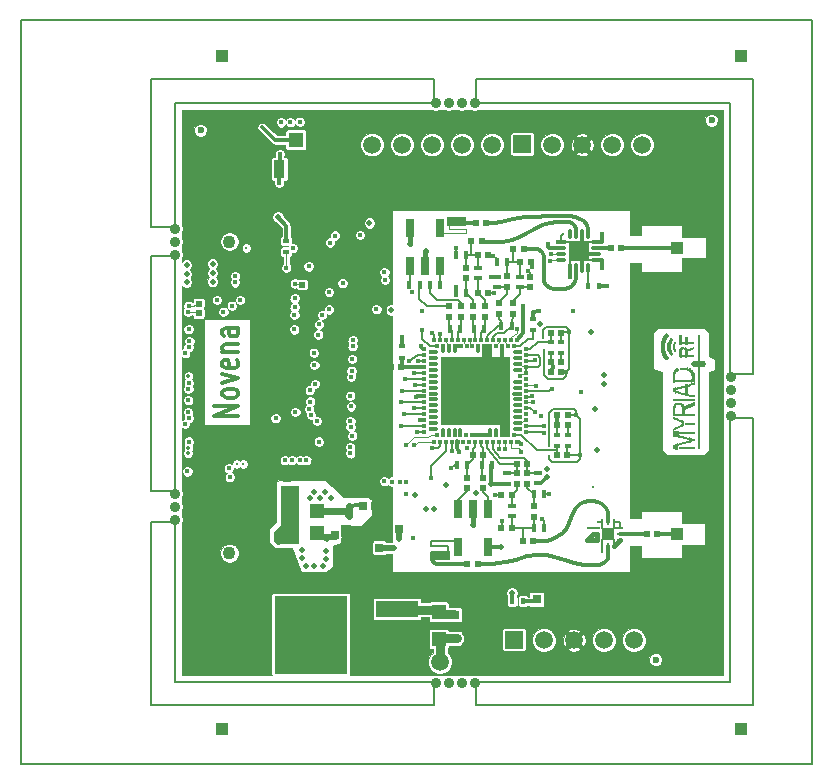
<source format=gtl>
G04 (created by PCBNEW (2013-05-31 BZR 4019)-stable) date 11/04/2014 15:09:40*
%MOIN*%
G04 Gerber Fmt 3.4, Leading zero omitted, Abs format*
%FSLAX34Y34*%
G01*
G70*
G90*
G04 APERTURE LIST*
%ADD10C,0.00590551*%
%ADD11C,0.012*%
%ADD12C,0.0077*%
%ADD13C,0.0157*%
%ADD14C,0.0195*%
%ADD15C,0.023622*%
%ADD16C,0.0432*%
%ADD17C,0.0354*%
%ADD18R,0.0392X0.0392*%
%ADD19R,0.0472X0.051*%
%ADD20R,0.051X0.0472*%
%ADD21R,0.0195X0.0175*%
%ADD22R,0.0175X0.0195*%
%ADD23R,0.0259X0.014*%
%ADD24R,0.014X0.0259*%
%ADD25R,0.0275X0.0314*%
%ADD26R,0.0314X0.0275*%
%ADD27R,0.0195X0.0195*%
%ADD28C,0.2165*%
%ADD29R,0.1417X0.055*%
%ADD30R,0.244X0.2598*%
%ADD31R,0.0314X0.0314*%
%ADD32C,0.0597*%
%ADD33R,0.0597X0.0597*%
%ADD34R,0.0299X0.0649*%
%ADD35R,0.0669X0.0669*%
%ADD36O,0.0117X0.0335*%
%ADD37O,0.0122X0.0335*%
%ADD38O,0.0118X0.0335*%
%ADD39O,0.0335X0.0118*%
%ADD40R,0.0335X0.0118*%
%ADD41O,0.0335X0.0122*%
%ADD42R,0.0157X0.0209*%
%ADD43R,0.002X0.0114*%
%ADD44R,0.0276X0.0095*%
%ADD45R,0.0327X0.0095*%
%ADD46R,0.0354X0.0095*%
%ADD47R,0.0559X0.0095*%
%ADD48R,0.0019X0.0095*%
%ADD49R,0.0019X0.0083*%
%ADD50R,0.002X0.0095*%
%ADD51R,0.0019X0.0171*%
%ADD52R,0.0019X0.0342*%
%ADD53R,0.0019X0.0304*%
%ADD54R,0.0019X0.0094*%
%ADD55R,0.0019X0.0209*%
%ADD56R,0.0019X0.038*%
%ADD57R,0.0019X0.0475*%
%ADD58R,0.0019X0.0589*%
%ADD59R,0.0019X0.0646*%
%ADD60R,0.0019X0.0703*%
%ADD61R,0.0019X0.0779*%
%ADD62R,0.0019X0.0285*%
%ADD63R,0.0019X0.0247*%
%ADD64R,0.0019X0.0228*%
%ADD65R,0.0019X0.019*%
%ADD66R,0.0019X0.0133*%
%ADD67R,0.0019X0.0076*%
%ADD68R,0.0019X0.0038*%
%ADD69R,0.0019X0.0437*%
%ADD70R,0.0019X0.0551*%
%ADD71R,0.0019X0.0114*%
%ADD72R,0.0019X0.0057*%
%ADD73R,0.002X0.014*%
%ADD74R,0.0019X0.0335*%
%ADD75R,0.0019X0.0152*%
%ADD76R,0.0019X0.0361*%
%ADD77R,0.0019X0.0399*%
%ADD78R,0.0019X0.0323*%
%ADD79R,0.0019X0.0266*%
%ADD80R,0.0591X0.0095*%
%ADD81R,0.0157X0.0095*%
%ADD82R,0.002X0.038*%
%ADD83R,0.0019X0.0418*%
%ADD84R,0.0295X0.0095*%
%ADD85R,0.0217X0.0095*%
%ADD86R,0.0724X0.0095*%
%ADD87R,0.0019X0.3781*%
%ADD88R,0.00984252X0.0216535*%
%ADD89R,0.0216535X0.00984252*%
%ADD90R,0.0433071X0.0433071*%
%ADD91R,0.228346X0.228346*%
%ADD92R,0.0117X0.0275*%
%ADD93R,0.0117X0.0117*%
%ADD94R,0.0117X0.0177*%
%ADD95R,0.0177X0.0117*%
%ADD96R,0.1495X0.0392*%
%ADD97R,0.1299X0.0392*%
%ADD98R,0.0392X0.1299*%
%ADD99R,0.0392X0.1495*%
%ADD100R,0.0511811X0.0511811*%
%ADD101R,0.0354331X0.0629921*%
%ADD102R,0.0393701X0.0393701*%
%ADD103R,0.0866142X0.0413386*%
%ADD104C,0.0117*%
%ADD105C,0.0077*%
%ADD106C,0.0196*%
%ADD107C,0.0138*%
%ADD108C,0.0196*%
%ADD109C,0.0117*%
%ADD110C,0.0157*%
%ADD111C,0.0118*%
%ADD112C,0.0122*%
%ADD113C,0.0195*%
%ADD114C,0.0314*%
%ADD115C,0.0059*%
%ADD116C,0.0078*%
%ADD117C,0.0039*%
%ADD118C,0.0235*%
G04 APERTURE END LIST*
G54D10*
G54D11*
X49851Y-40880D02*
X49051Y-40880D01*
X49851Y-40538D01*
X49051Y-40538D01*
X49851Y-40166D02*
X49813Y-40223D01*
X49775Y-40252D01*
X49698Y-40280D01*
X49470Y-40280D01*
X49394Y-40252D01*
X49356Y-40223D01*
X49318Y-40166D01*
X49318Y-40080D01*
X49356Y-40023D01*
X49394Y-39995D01*
X49470Y-39966D01*
X49698Y-39966D01*
X49775Y-39995D01*
X49813Y-40023D01*
X49851Y-40080D01*
X49851Y-40166D01*
X49318Y-39766D02*
X49851Y-39623D01*
X49318Y-39480D01*
X49813Y-39023D02*
X49851Y-39080D01*
X49851Y-39195D01*
X49813Y-39252D01*
X49737Y-39280D01*
X49432Y-39280D01*
X49356Y-39252D01*
X49318Y-39195D01*
X49318Y-39080D01*
X49356Y-39023D01*
X49432Y-38995D01*
X49508Y-38995D01*
X49584Y-39280D01*
X49318Y-38738D02*
X49851Y-38738D01*
X49394Y-38738D02*
X49356Y-38709D01*
X49318Y-38652D01*
X49318Y-38566D01*
X49356Y-38509D01*
X49432Y-38480D01*
X49851Y-38480D01*
X49851Y-37938D02*
X49432Y-37938D01*
X49356Y-37966D01*
X49318Y-38023D01*
X49318Y-38138D01*
X49356Y-38195D01*
X49813Y-37938D02*
X49851Y-37995D01*
X49851Y-38138D01*
X49813Y-38195D01*
X49737Y-38223D01*
X49660Y-38223D01*
X49584Y-38195D01*
X49546Y-38138D01*
X49546Y-37995D01*
X49508Y-37938D01*
G54D12*
X42606Y-52483D02*
X42606Y-27680D01*
X68983Y-52483D02*
X42606Y-52483D01*
X68983Y-27680D02*
X68983Y-52483D01*
X42606Y-27680D02*
X68983Y-27680D01*
X66228Y-30437D02*
X66228Y-39492D01*
X57764Y-30437D02*
X66228Y-30437D01*
X57764Y-29650D02*
X57764Y-30437D01*
X67016Y-29650D02*
X57764Y-29650D01*
X67016Y-39492D02*
X67016Y-29650D01*
X66228Y-39492D02*
X67016Y-39492D01*
X57764Y-50515D02*
X57764Y-49728D01*
X67016Y-50515D02*
X57764Y-50515D01*
X67016Y-40948D02*
X67016Y-50515D01*
X66228Y-40948D02*
X67016Y-40948D01*
X66228Y-49728D02*
X66228Y-40948D01*
X57764Y-49728D02*
X66228Y-49728D01*
X46936Y-50515D02*
X46936Y-44413D01*
X56386Y-50515D02*
X46936Y-50515D01*
X56386Y-49728D02*
X56386Y-50515D01*
X47724Y-49728D02*
X56386Y-49728D01*
X47724Y-44413D02*
X47724Y-49728D01*
X46936Y-44413D02*
X47724Y-44413D01*
X46936Y-43390D02*
X46936Y-35555D01*
X47724Y-43390D02*
X46936Y-43390D01*
X47724Y-35555D02*
X47724Y-43390D01*
X46936Y-35555D02*
X47724Y-35555D01*
X47724Y-30437D02*
X47724Y-34570D01*
X46936Y-34570D02*
X47724Y-34570D01*
X46936Y-29648D02*
X46936Y-34570D01*
X46936Y-29648D02*
X56384Y-29648D01*
X56384Y-29648D02*
X56384Y-30437D01*
X47724Y-30437D02*
X56384Y-30437D01*
G54D13*
X65748Y-45944D03*
X65866Y-43700D03*
X65866Y-34173D03*
X65826Y-36377D03*
X64606Y-36377D03*
X64921Y-36377D03*
X65511Y-36377D03*
X65236Y-36377D03*
X65275Y-34173D03*
X65551Y-34173D03*
X64960Y-34173D03*
X64645Y-34173D03*
X64645Y-43700D03*
X64960Y-43700D03*
X65551Y-43700D03*
X65275Y-43700D03*
X65000Y-45944D03*
X65354Y-45944D03*
X63897Y-46338D03*
X51216Y-33106D03*
X51232Y-32149D03*
G54D14*
X52891Y-48678D03*
X52872Y-47644D03*
X52881Y-47329D03*
X52872Y-48018D03*
X52891Y-48353D03*
X52891Y-49012D03*
X51326Y-49002D03*
X52566Y-49012D03*
X52242Y-49012D03*
X51631Y-49012D03*
X51927Y-49012D03*
X52251Y-48353D03*
X51936Y-48353D03*
X51936Y-48018D03*
X52251Y-48018D03*
X51622Y-48018D03*
X51326Y-48018D03*
X51326Y-48353D03*
X51622Y-48353D03*
X51927Y-48678D03*
X51631Y-48678D03*
X52566Y-48353D03*
X52547Y-48018D03*
X52557Y-47329D03*
X52547Y-47644D03*
X52242Y-48678D03*
X52566Y-48678D03*
X52261Y-47644D03*
X51946Y-47644D03*
X51927Y-47329D03*
X52232Y-47329D03*
X51622Y-47329D03*
X51326Y-47329D03*
X51326Y-47644D03*
X51631Y-47644D03*
X51986Y-45351D03*
X51326Y-48668D03*
X51986Y-45626D03*
X52104Y-45892D03*
X52773Y-45371D03*
X52675Y-45892D03*
X52389Y-45892D03*
X48124Y-36145D03*
X48124Y-36421D03*
X48124Y-35850D03*
G54D15*
X48590Y-31346D03*
X65629Y-31015D03*
X63771Y-49007D03*
G54D13*
X61338Y-33307D03*
X60708Y-32598D03*
X61181Y-32598D03*
X60787Y-33307D03*
X62598Y-33307D03*
X62677Y-32598D03*
X62047Y-32598D03*
X62047Y-33307D03*
X64448Y-30866D03*
X63523Y-31023D03*
X63917Y-31023D03*
X64842Y-30866D03*
X63937Y-33228D03*
X63444Y-32637D03*
X60236Y-32598D03*
X63307Y-33228D03*
X54409Y-33307D03*
X54409Y-32992D03*
X54803Y-32992D03*
X54803Y-33307D03*
X55669Y-33307D03*
X55669Y-32992D03*
X55275Y-32992D03*
X55275Y-33307D03*
X59763Y-33307D03*
X60157Y-33307D03*
X59291Y-33307D03*
X58818Y-33307D03*
X56574Y-31023D03*
X60118Y-31023D03*
X60511Y-31023D03*
X56968Y-31023D03*
X57834Y-31023D03*
X61377Y-31023D03*
X60984Y-31023D03*
X57440Y-31023D03*
X59173Y-31023D03*
X62716Y-31023D03*
X63110Y-31023D03*
X59566Y-31023D03*
X58700Y-31023D03*
X62244Y-31023D03*
X61850Y-31023D03*
X58307Y-31023D03*
X49842Y-30826D03*
X54803Y-31003D03*
X55196Y-31003D03*
X50236Y-30826D03*
X49602Y-32177D03*
X56062Y-31003D03*
X55669Y-31003D03*
X51893Y-31070D03*
X48976Y-30826D03*
X53937Y-31003D03*
X54330Y-31003D03*
X49370Y-30826D03*
X48503Y-30826D03*
X51271Y-31090D03*
X48110Y-30826D03*
X56141Y-33307D03*
X56141Y-32992D03*
X56535Y-32992D03*
X56535Y-33307D03*
X57401Y-33307D03*
X57401Y-32992D03*
X57007Y-32992D03*
X57007Y-33307D03*
X49606Y-33858D03*
X49606Y-33543D03*
X50000Y-33543D03*
X50000Y-33858D03*
X49133Y-33858D03*
X49133Y-33543D03*
X48740Y-33543D03*
X48740Y-33858D03*
X64488Y-49370D03*
X64251Y-46535D03*
X64645Y-46535D03*
X64881Y-49370D03*
X65748Y-49370D03*
X64566Y-45944D03*
X65118Y-46535D03*
X65354Y-49370D03*
X62992Y-47086D03*
X62992Y-46771D03*
X63385Y-46771D03*
X63385Y-47086D03*
X62519Y-47086D03*
X62519Y-46771D03*
X62125Y-46771D03*
X62125Y-47086D03*
X63543Y-46141D03*
X63740Y-45905D03*
X64133Y-45944D03*
X65511Y-46299D03*
X63937Y-43858D03*
X64251Y-43700D03*
X63543Y-43543D03*
X63543Y-43858D03*
X63543Y-34409D03*
X63543Y-34094D03*
X63937Y-34094D03*
X63937Y-34409D03*
X63937Y-36535D03*
X63937Y-36220D03*
X63543Y-36220D03*
X63543Y-36535D03*
X64173Y-33779D03*
X64330Y-36850D03*
X64724Y-36850D03*
X64566Y-33779D03*
X65433Y-33779D03*
X65590Y-36850D03*
X65196Y-36850D03*
X65039Y-33779D03*
X65118Y-43307D03*
X65511Y-43307D03*
X64645Y-43307D03*
X64251Y-43307D03*
X65511Y-46850D03*
X65826Y-46850D03*
X65826Y-46535D03*
X65826Y-47165D03*
X60314Y-49370D03*
X60314Y-49055D03*
X60708Y-49055D03*
X60708Y-49370D03*
X61574Y-49370D03*
X61574Y-49055D03*
X61181Y-49055D03*
X61181Y-49370D03*
X62913Y-49370D03*
X62913Y-49055D03*
X63307Y-49055D03*
X63307Y-49370D03*
X62440Y-49370D03*
X62440Y-49055D03*
X62047Y-49055D03*
X62047Y-49370D03*
X58661Y-49370D03*
X58661Y-49055D03*
X64015Y-49370D03*
X65905Y-48661D03*
X65590Y-49055D03*
X65905Y-49055D03*
X63464Y-47559D03*
X63779Y-47086D03*
X59921Y-49370D03*
X59921Y-49055D03*
X58188Y-49055D03*
X58188Y-49370D03*
X59448Y-49370D03*
X59448Y-49055D03*
X59055Y-49055D03*
X59055Y-49370D03*
X54409Y-48661D03*
X57007Y-46299D03*
X56614Y-46299D03*
X54803Y-48661D03*
X55669Y-48661D03*
X59448Y-46299D03*
X59055Y-46299D03*
X55275Y-48661D03*
X50236Y-49370D03*
X48976Y-49370D03*
X48818Y-49055D03*
X53937Y-48661D03*
X49763Y-49370D03*
X48503Y-49370D03*
X48110Y-49370D03*
X49370Y-49370D03*
X55433Y-46771D03*
X54173Y-48346D03*
X54566Y-48346D03*
X55826Y-46771D03*
X56692Y-46771D03*
X53779Y-47795D03*
X55039Y-48346D03*
X56299Y-46771D03*
X58031Y-46771D03*
X58425Y-46771D03*
X57559Y-46771D03*
X53779Y-47244D03*
X54251Y-47795D03*
X57165Y-46771D03*
X48129Y-34035D03*
X48818Y-34921D03*
X49917Y-32220D03*
X48129Y-34330D03*
X49606Y-41535D03*
X49921Y-41338D03*
X53779Y-37795D03*
X54330Y-37795D03*
X54173Y-39133D03*
X54015Y-41338D03*
X50157Y-45551D03*
X48818Y-45669D03*
X48779Y-46141D03*
X49566Y-42362D03*
X54803Y-44094D03*
X55669Y-44960D03*
X55433Y-43464D03*
X54566Y-42362D03*
X48425Y-34625D03*
X48129Y-34921D03*
X48129Y-35216D03*
X48425Y-34921D03*
X48110Y-45669D03*
X48425Y-45669D03*
X48129Y-34625D03*
X48425Y-35216D03*
X48110Y-47007D03*
X48425Y-47007D03*
X48425Y-47401D03*
X48110Y-47401D03*
X48110Y-46535D03*
X48425Y-46535D03*
X48425Y-46141D03*
X48110Y-46141D03*
X48110Y-33543D03*
X48110Y-31181D03*
X48110Y-31574D03*
X48425Y-34035D03*
X48818Y-33228D03*
X51582Y-31082D03*
X50633Y-30826D03*
X48425Y-34330D03*
X48110Y-32755D03*
X48425Y-32755D03*
X48425Y-33149D03*
X48110Y-33149D03*
X48110Y-32283D03*
X48425Y-32283D03*
X48425Y-31889D03*
X48110Y-31889D03*
X48110Y-47795D03*
X48425Y-47795D03*
X48425Y-48188D03*
X48110Y-48188D03*
X48110Y-49055D03*
X48425Y-49055D03*
X48425Y-48661D03*
X48110Y-48661D03*
X50787Y-48818D03*
X50314Y-46771D03*
X50708Y-47086D03*
X50393Y-49133D03*
X48740Y-47086D03*
X49763Y-46692D03*
X49212Y-46771D03*
X48897Y-46771D03*
X48976Y-41299D03*
X49133Y-43818D03*
X49094Y-43346D03*
X49173Y-35275D03*
X49921Y-34881D03*
X49173Y-34921D03*
X48818Y-35236D03*
X49606Y-36732D03*
X65826Y-33700D03*
X65826Y-33228D03*
X65433Y-33385D03*
X65905Y-31496D03*
X65826Y-38425D03*
X65826Y-41181D03*
X65826Y-40787D03*
X65826Y-38031D03*
X65826Y-39763D03*
X54566Y-33779D03*
X56771Y-33779D03*
X65826Y-40157D03*
X65826Y-39291D03*
X65826Y-42047D03*
X65826Y-41653D03*
X65826Y-38897D03*
X65905Y-36850D03*
X63700Y-33700D03*
X63622Y-40393D03*
X63543Y-38267D03*
X63543Y-38661D03*
X63622Y-40787D03*
X63622Y-41653D03*
X63543Y-39527D03*
X63543Y-39133D03*
X63622Y-41259D03*
X63622Y-42992D03*
X63149Y-42204D03*
X63070Y-39842D03*
X63149Y-42598D03*
X63622Y-42519D03*
X65905Y-43307D03*
X63543Y-40000D03*
X63622Y-42125D03*
X63070Y-40236D03*
X63543Y-37401D03*
X63070Y-37480D03*
X63070Y-37874D03*
X63543Y-37795D03*
X63543Y-36929D03*
X61653Y-33779D03*
X59212Y-33779D03*
X63937Y-36850D03*
X61496Y-46377D03*
X58346Y-47795D03*
X58346Y-48661D03*
X64881Y-46259D03*
X63858Y-46771D03*
X58346Y-48267D03*
G54D16*
X49554Y-45454D03*
X49554Y-35062D03*
G54D14*
X56102Y-43975D03*
G54D13*
X61386Y-35540D03*
X61024Y-35536D03*
X61024Y-35198D03*
X61394Y-35193D03*
G54D17*
X47725Y-34630D03*
X47725Y-35063D03*
X47725Y-35496D03*
X47725Y-44335D03*
X47725Y-43902D03*
X47725Y-43469D03*
X66268Y-39571D03*
X66268Y-40004D03*
X66268Y-40437D03*
X66268Y-40870D03*
G54D18*
X49299Y-51303D03*
X66622Y-51303D03*
X66621Y-28862D03*
G54D13*
X58299Y-40354D03*
X58299Y-39921D03*
X58082Y-40138D03*
X58515Y-40138D03*
X61011Y-37386D03*
X62078Y-44708D03*
X62275Y-44901D03*
X58732Y-40354D03*
X57866Y-40354D03*
X57433Y-40354D03*
X57000Y-40354D03*
X56783Y-40571D03*
X57216Y-40571D03*
X57653Y-40571D03*
X58082Y-40571D03*
X58515Y-40571D03*
X58515Y-41004D03*
X58082Y-41004D03*
X57653Y-41004D03*
X57216Y-41004D03*
X56783Y-41004D03*
X57000Y-40787D03*
X57433Y-40787D03*
X58299Y-40787D03*
X57866Y-40787D03*
X58732Y-40787D03*
X58732Y-39921D03*
X57866Y-39921D03*
X57433Y-39921D03*
X57000Y-39921D03*
X56783Y-40138D03*
X57216Y-40138D03*
X57653Y-40138D03*
X58515Y-39705D03*
X58082Y-39705D03*
X57653Y-39705D03*
X57216Y-39705D03*
X56783Y-39705D03*
X57000Y-39488D03*
X57433Y-39488D03*
X58299Y-39488D03*
X57866Y-39488D03*
X58732Y-39488D03*
X58732Y-39055D03*
X57866Y-39055D03*
X58299Y-39055D03*
X57433Y-39055D03*
X57000Y-39055D03*
X56783Y-39272D03*
X57216Y-39272D03*
X57653Y-39272D03*
X58082Y-39272D03*
X58515Y-39272D03*
G54D14*
X48990Y-35810D03*
X48990Y-36401D03*
X48990Y-36106D03*
X52389Y-43424D03*
X52744Y-43424D03*
X52941Y-43620D03*
X52586Y-43621D03*
X52773Y-45636D03*
G54D19*
X56532Y-48310D03*
X56532Y-47406D03*
G54D20*
X51568Y-44036D03*
X52472Y-44036D03*
X51568Y-44772D03*
X52472Y-44772D03*
G54D21*
X51445Y-35036D03*
X51445Y-35406D03*
G54D22*
X61870Y-36559D03*
X61500Y-36559D03*
G54D21*
X60461Y-41890D03*
X60461Y-41520D03*
X55299Y-38559D03*
X55299Y-38929D03*
X60827Y-41504D03*
X60827Y-41874D03*
X60618Y-38784D03*
X60618Y-38414D03*
X60264Y-38402D03*
X60264Y-38772D03*
X59665Y-38024D03*
X59665Y-37654D03*
G54D23*
X58799Y-43133D03*
X58799Y-42793D03*
X57825Y-35952D03*
X57825Y-36292D03*
X59843Y-43123D03*
X59843Y-42783D03*
G54D24*
X58800Y-35740D03*
X58460Y-35740D03*
X57442Y-36787D03*
X57102Y-36787D03*
G54D23*
X58472Y-36568D03*
X58472Y-36228D03*
G54D24*
X57434Y-35512D03*
X57094Y-35512D03*
X58957Y-37870D03*
X58617Y-37870D03*
G54D23*
X59252Y-36247D03*
X59252Y-36587D03*
G54D24*
X58296Y-42520D03*
X57956Y-42520D03*
X57123Y-42500D03*
X57463Y-42500D03*
X59692Y-44606D03*
X60032Y-44606D03*
G54D23*
X58976Y-44225D03*
X58976Y-43885D03*
G54D24*
X59692Y-43484D03*
X60032Y-43484D03*
X57237Y-37984D03*
X56897Y-37984D03*
X56568Y-36500D03*
X56228Y-36500D03*
X55550Y-36496D03*
X55890Y-36496D03*
X58044Y-37992D03*
X57704Y-37992D03*
G54D25*
X57078Y-47500D03*
X57508Y-47500D03*
X57088Y-48284D03*
X57518Y-48284D03*
X54542Y-45276D03*
X54112Y-45276D03*
G54D26*
X51469Y-43372D03*
X51469Y-42943D03*
G54D25*
X53057Y-44851D03*
X53487Y-44851D03*
X55215Y-44638D03*
X54785Y-44638D03*
X53990Y-43882D03*
X54420Y-43882D03*
G54D27*
X59016Y-35305D03*
X59370Y-35305D03*
X59327Y-45031D03*
X59681Y-45031D03*
X58976Y-44606D03*
X58622Y-44606D03*
X59693Y-43878D03*
X59693Y-44232D03*
X58976Y-43504D03*
X58622Y-43504D03*
X59124Y-42776D03*
X59124Y-43130D03*
X59488Y-42776D03*
X59488Y-43130D03*
X59130Y-42477D03*
X59484Y-42477D03*
X59577Y-36584D03*
X59577Y-36230D03*
X57469Y-45799D03*
X57823Y-45799D03*
X57622Y-35059D03*
X57976Y-35059D03*
X58004Y-42933D03*
X58004Y-43287D03*
X57461Y-42933D03*
X57461Y-43287D03*
X57667Y-42165D03*
X58021Y-42165D03*
X59012Y-37480D03*
X59012Y-37126D03*
X59248Y-35744D03*
X59602Y-35744D03*
X58799Y-36575D03*
X58799Y-36221D03*
X57441Y-36289D03*
X57441Y-35935D03*
X51976Y-36496D03*
X52330Y-36496D03*
X57825Y-35522D03*
X58179Y-35522D03*
X58071Y-37579D03*
X58071Y-37225D03*
X57677Y-37579D03*
X57677Y-37225D03*
X57260Y-37575D03*
X57260Y-37221D03*
X57825Y-36781D03*
X58179Y-36781D03*
X57764Y-34433D03*
X58118Y-34433D03*
X56874Y-37567D03*
X56874Y-37213D03*
X58547Y-37480D03*
X58547Y-37126D03*
X62260Y-35279D03*
X62614Y-35279D03*
X48532Y-37130D03*
X48532Y-36776D03*
X48532Y-37457D03*
X48532Y-37811D03*
X60264Y-38110D03*
X60618Y-38110D03*
X60268Y-39083D03*
X60622Y-39083D03*
X60264Y-39406D03*
X60618Y-39406D03*
X60473Y-40831D03*
X60827Y-40831D03*
X60461Y-42173D03*
X60815Y-42173D03*
X55283Y-39252D03*
X54929Y-39252D03*
X60481Y-41173D03*
X60835Y-41173D03*
G54D28*
X49752Y-32228D03*
X64791Y-32228D03*
X64791Y-47975D03*
X49752Y-47975D03*
G54D29*
X55145Y-49107D03*
G54D30*
X52271Y-48173D03*
G54D29*
X55145Y-47309D03*
G54D14*
X56378Y-43975D03*
X52232Y-43621D03*
G54D22*
X59347Y-47051D03*
X58977Y-47051D03*
G54D31*
X60421Y-46992D03*
X59791Y-46992D03*
G54D18*
X49299Y-28862D03*
G54D17*
X56426Y-49768D03*
X56859Y-49768D03*
X57292Y-49768D03*
X57726Y-49768D03*
X56425Y-30437D03*
X56858Y-30437D03*
X57291Y-30437D03*
X57725Y-30437D03*
G54D32*
X58307Y-31834D03*
X57307Y-31834D03*
X56307Y-31834D03*
X55307Y-31834D03*
G54D33*
X53307Y-31814D03*
G54D32*
X54307Y-31834D03*
G54D33*
X57576Y-49079D03*
G54D32*
X56576Y-49079D03*
G54D34*
X57164Y-43981D03*
X57664Y-43981D03*
X58164Y-43981D03*
X58164Y-45232D03*
X57164Y-45232D03*
G54D35*
X61200Y-35379D03*
G54D36*
X61298Y-34799D03*
G54D37*
X61102Y-34799D03*
G54D36*
X60905Y-34799D03*
G54D37*
X61495Y-34799D03*
X61102Y-35959D03*
G54D38*
X60905Y-35960D03*
X61298Y-35960D03*
X61495Y-35960D03*
G54D39*
X60619Y-35281D03*
G54D40*
X60619Y-35084D03*
G54D39*
X60619Y-35477D03*
X60619Y-35674D03*
G54D41*
X61780Y-35281D03*
G54D39*
X61781Y-35084D03*
X61781Y-35477D03*
X61781Y-35674D03*
G54D34*
X56579Y-35874D03*
X56079Y-35874D03*
X55579Y-35874D03*
X55579Y-34623D03*
X56579Y-34623D03*
G54D42*
X65303Y-39141D03*
G54D43*
X65063Y-40479D03*
G54D44*
X64551Y-40832D03*
G54D45*
X64905Y-40832D03*
G54D46*
X64890Y-41137D03*
G54D47*
X64791Y-41438D03*
G54D48*
X65437Y-39141D03*
G54D49*
X64362Y-40940D03*
G54D50*
X64377Y-41328D03*
G54D49*
X64358Y-41334D03*
G54D51*
X64378Y-41479D03*
G54D52*
X65043Y-39587D03*
G54D53*
X65059Y-39606D03*
G54D48*
X65063Y-40224D03*
G54D50*
X65044Y-40224D03*
G54D54*
X65059Y-39826D03*
G54D55*
X63960Y-38571D03*
G54D56*
X63979Y-38561D03*
G54D57*
X63998Y-38571D03*
G54D58*
X64017Y-38571D03*
G54D59*
X64036Y-38561D03*
G54D60*
X64055Y-38571D03*
G54D61*
X64074Y-38571D03*
G54D62*
X64093Y-38837D03*
X64093Y-38305D03*
G54D63*
X64112Y-38875D03*
X64112Y-38267D03*
G54D64*
X64131Y-38903D03*
G54D55*
X64131Y-38229D03*
G54D65*
X64150Y-38922D03*
G54D51*
X64150Y-38210D03*
G54D66*
X64169Y-38932D03*
X64169Y-38210D03*
G54D48*
X64188Y-38932D03*
G54D63*
X64188Y-38571D03*
G54D67*
X64188Y-38200D03*
G54D68*
X64207Y-38941D03*
G54D52*
X64207Y-38561D03*
G54D68*
X64207Y-38200D03*
G54D69*
X64226Y-38571D03*
G54D57*
X64245Y-38571D03*
G54D70*
X64264Y-38571D03*
G54D64*
X64283Y-38751D03*
G54D55*
X64283Y-38381D03*
G54D51*
X64302Y-38780D03*
X64302Y-38362D03*
G54D71*
X64321Y-38789D03*
X64321Y-38352D03*
G54D72*
X64340Y-38799D03*
X64340Y-38343D03*
G54D66*
X64359Y-41915D03*
G54D73*
X64358Y-41464D03*
G54D74*
X64362Y-40712D03*
G54D71*
X64359Y-40024D03*
G54D53*
X64359Y-39606D03*
G54D48*
X64359Y-38571D03*
G54D75*
X64378Y-41905D03*
G54D48*
X64378Y-40946D03*
G54D76*
X64378Y-40699D03*
G54D75*
X64378Y-40024D03*
G54D52*
X64378Y-39587D03*
G54D55*
X64378Y-38571D03*
G54D75*
X64397Y-41905D03*
G54D51*
X64397Y-41478D03*
G54D48*
X64397Y-41326D03*
X64397Y-40946D03*
G54D56*
X64397Y-40689D03*
G54D75*
X64397Y-40024D03*
G54D56*
X64397Y-39568D03*
G54D62*
X64397Y-38571D03*
G54D75*
X64416Y-41905D03*
G54D51*
X64416Y-41478D03*
G54D48*
X64416Y-41307D03*
X64416Y-40965D03*
G54D77*
X64416Y-40680D03*
G54D75*
X64416Y-40024D03*
G54D77*
X64416Y-39559D03*
G54D78*
X64416Y-38571D03*
G54D51*
X64435Y-41896D03*
X64435Y-41478D03*
G54D48*
X64435Y-41307D03*
X64435Y-40965D03*
G54D66*
X64435Y-40528D03*
G54D51*
X64435Y-40034D03*
G54D75*
X64435Y-39416D03*
G54D48*
X64435Y-38685D03*
X64435Y-38457D03*
G54D51*
X64454Y-41896D03*
X64454Y-41478D03*
G54D48*
X64454Y-41288D03*
X64454Y-40984D03*
G54D71*
X64454Y-40499D03*
G54D65*
X64454Y-40024D03*
G54D66*
X64454Y-39388D03*
G54D68*
X64454Y-38694D03*
X64454Y-38447D03*
G54D51*
X64473Y-41896D03*
G54D65*
X64473Y-41487D03*
G54D48*
X64473Y-41288D03*
X64473Y-40984D03*
X64473Y-40490D03*
G54D67*
X64473Y-40081D03*
G54D48*
X64473Y-39977D03*
G54D71*
X64473Y-39359D03*
G54D51*
X64492Y-41896D03*
G54D65*
X64492Y-41487D03*
G54D48*
X64492Y-41269D03*
G54D67*
X64492Y-40993D03*
G54D48*
X64492Y-40490D03*
X64492Y-40091D03*
G54D67*
X64492Y-39967D03*
G54D71*
X64492Y-39359D03*
G54D65*
X64511Y-41886D03*
X64511Y-41487D03*
G54D48*
X64511Y-41269D03*
X64511Y-41003D03*
X64511Y-40471D03*
X64511Y-40091D03*
X64511Y-39958D03*
G54D71*
X64511Y-39340D03*
G54D67*
X64530Y-41829D03*
G54D65*
X64530Y-41487D03*
G54D48*
X64530Y-41250D03*
G54D67*
X64530Y-41012D03*
G54D48*
X64530Y-40471D03*
X64530Y-40091D03*
X64530Y-39958D03*
X64530Y-39331D03*
G54D67*
X64549Y-41829D03*
G54D55*
X64549Y-41497D03*
G54D48*
X64549Y-41250D03*
X64549Y-41022D03*
X64549Y-40471D03*
G54D67*
X64549Y-40100D03*
G54D48*
X64549Y-39958D03*
X64549Y-39331D03*
X64568Y-41820D03*
X64568Y-41554D03*
X64568Y-41231D03*
G54D67*
X64568Y-41031D03*
G54D48*
X64568Y-40471D03*
X64568Y-40110D03*
G54D67*
X64568Y-39948D03*
G54D79*
X64568Y-38789D03*
G54D53*
X64568Y-38333D03*
G54D67*
X64587Y-41810D03*
X64587Y-41563D03*
G54D48*
X64587Y-41231D03*
X64587Y-41041D03*
X64587Y-40471D03*
X64587Y-40110D03*
X64587Y-39939D03*
G54D62*
X64587Y-38780D03*
G54D53*
X64587Y-38333D03*
G54D67*
X64606Y-41810D03*
G54D48*
X64606Y-41573D03*
X64606Y-41212D03*
G54D67*
X64606Y-41050D03*
G54D48*
X64606Y-40490D03*
G54D67*
X64606Y-40119D03*
G54D48*
X64606Y-39939D03*
G54D78*
X64606Y-38761D03*
G54D53*
X64606Y-38333D03*
G54D67*
X64625Y-41810D03*
G54D48*
X64625Y-41573D03*
X64625Y-41212D03*
X64625Y-41060D03*
G54D71*
X64625Y-40499D03*
G54D48*
X64625Y-40129D03*
X64625Y-39939D03*
G54D78*
X64625Y-38761D03*
G54D53*
X64625Y-38333D03*
G54D48*
X64644Y-41801D03*
X64644Y-41573D03*
X64644Y-41193D03*
G54D67*
X64644Y-41069D03*
G54D71*
X64644Y-40518D03*
G54D48*
X64644Y-40129D03*
X64644Y-39920D03*
G54D66*
X64644Y-38647D03*
G54D67*
X64663Y-41791D03*
X64663Y-41582D03*
G54D65*
X64663Y-41126D03*
G54D75*
X64663Y-40537D03*
G54D48*
X64663Y-40129D03*
X64663Y-39920D03*
X64663Y-38628D03*
G54D67*
X64682Y-41791D03*
G54D48*
X64682Y-41592D03*
G54D51*
X64682Y-41136D03*
G54D77*
X64682Y-40680D03*
G54D67*
X64682Y-40138D03*
G54D48*
X64682Y-39920D03*
X64682Y-38609D03*
G54D67*
X64701Y-41791D03*
G54D48*
X64701Y-41592D03*
G54D75*
X64701Y-41126D03*
G54D56*
X64701Y-40689D03*
G54D48*
X64701Y-40148D03*
X64701Y-39901D03*
G54D80*
X64704Y-39711D03*
G54D81*
X64701Y-38875D03*
G54D48*
X64701Y-38609D03*
G54D81*
X64701Y-38438D03*
G54D48*
X64720Y-41782D03*
G54D67*
X64720Y-41601D03*
G54D66*
X64720Y-41136D03*
G54D52*
X64720Y-40708D03*
G54D48*
X64720Y-40148D03*
X64720Y-39901D03*
G54D67*
X64720Y-38618D03*
G54D47*
X64791Y-41934D03*
G54D67*
X64739Y-41772D03*
X64739Y-41601D03*
G54D78*
X64739Y-40718D03*
G54D48*
X64739Y-40148D03*
X64739Y-39901D03*
X64739Y-38628D03*
G54D67*
X64758Y-41772D03*
G54D48*
X64758Y-41611D03*
X64758Y-40604D03*
G54D71*
X64758Y-40157D03*
G54D48*
X64758Y-39901D03*
G54D71*
X64758Y-38637D03*
G54D48*
X64777Y-41763D03*
X64777Y-41611D03*
G54D71*
X64777Y-40594D03*
G54D82*
X64777Y-40024D03*
G54D78*
X64777Y-38761D03*
G54D63*
X64777Y-38362D03*
G54D67*
X64796Y-41753D03*
X64796Y-41620D03*
G54D48*
X64796Y-40585D03*
G54D56*
X64796Y-40024D03*
G54D53*
X64796Y-38770D03*
G54D63*
X64796Y-38362D03*
G54D67*
X64815Y-41753D03*
X64815Y-41620D03*
G54D71*
X64815Y-40575D03*
G54D56*
X64815Y-40024D03*
G54D62*
X64815Y-38780D03*
G54D63*
X64815Y-38362D03*
G54D67*
X64834Y-41753D03*
G54D48*
X64834Y-41630D03*
G54D71*
X64834Y-40575D03*
G54D83*
X64834Y-40024D03*
G54D84*
X64701Y-39311D03*
G54D79*
X64834Y-38789D03*
G54D63*
X64834Y-38362D03*
G54D48*
X64853Y-41744D03*
X64853Y-41630D03*
X64853Y-40566D03*
X64853Y-40186D03*
X64853Y-39863D03*
G54D71*
X64853Y-39321D03*
X64853Y-38694D03*
G54D67*
X64872Y-41734D03*
X64872Y-41639D03*
G54D71*
X64872Y-40556D03*
G54D48*
X64872Y-40186D03*
X64872Y-39863D03*
X64872Y-39331D03*
X64872Y-38685D03*
G54D51*
X64891Y-41687D03*
G54D48*
X64891Y-40547D03*
X64891Y-40205D03*
X64891Y-39863D03*
G54D71*
X64891Y-39340D03*
G54D48*
X64891Y-38685D03*
G54D51*
X64910Y-41687D03*
G54D71*
X64910Y-40537D03*
G54D48*
X64910Y-40205D03*
X64910Y-39844D03*
X64910Y-39350D03*
X64910Y-38666D03*
G54D75*
X64929Y-41696D03*
G54D71*
X64929Y-40537D03*
G54D48*
X64929Y-40205D03*
X64929Y-39844D03*
G54D71*
X64929Y-39359D03*
G54D48*
X64929Y-38666D03*
G54D66*
X64948Y-41687D03*
G54D48*
X64948Y-40528D03*
X64948Y-40205D03*
X64948Y-39844D03*
G54D71*
X64948Y-39378D03*
G54D48*
X64948Y-38647D03*
G54D85*
X64945Y-38438D03*
G54D66*
X64967Y-41687D03*
G54D71*
X64967Y-40518D03*
G54D48*
X64967Y-40224D03*
X64967Y-39825D03*
G54D75*
X64967Y-39397D03*
G54D85*
X64945Y-38875D03*
G54D48*
X64967Y-38647D03*
G54D66*
X64986Y-41687D03*
G54D48*
X64986Y-40509D03*
G54D86*
X64712Y-40345D03*
G54D48*
X64986Y-40224D03*
X64986Y-39825D03*
G54D71*
X64986Y-39701D03*
G54D55*
X64986Y-39445D03*
G54D48*
X64986Y-39141D03*
X64986Y-38628D03*
X65005Y-41687D03*
G54D71*
X65005Y-40499D03*
G54D48*
X65005Y-40224D03*
X65005Y-39825D03*
G54D77*
X65005Y-39559D03*
G54D66*
X65005Y-39141D03*
G54D48*
X65005Y-38628D03*
X65024Y-41687D03*
X65024Y-40490D03*
X65024Y-40224D03*
X65024Y-39825D03*
G54D76*
X65024Y-39578D03*
G54D51*
X65024Y-39141D03*
G54D67*
X65024Y-38618D03*
G54D48*
X65043Y-41687D03*
G54D71*
X65043Y-40480D03*
G54D54*
X65043Y-39826D03*
G54D48*
X65043Y-38609D03*
G54D72*
X65062Y-41687D03*
G54D42*
X65110Y-39141D03*
G54D87*
X65195Y-40091D03*
X65214Y-40091D03*
X65233Y-40091D03*
G54D65*
X65386Y-39141D03*
G54D51*
X65404Y-39141D03*
G54D66*
X65421Y-39141D03*
G54D88*
X62185Y-45208D03*
X61988Y-45208D03*
X62381Y-45208D03*
X62381Y-44421D03*
X62185Y-44421D03*
X61988Y-44421D03*
G54D89*
X61791Y-45011D03*
X61791Y-44814D03*
X61791Y-44618D03*
X62578Y-44814D03*
X62578Y-44618D03*
X62578Y-45011D03*
G54D90*
X62185Y-44814D03*
G54D27*
X63464Y-44814D03*
X63818Y-44814D03*
G54D91*
X57751Y-40028D03*
G54D92*
X58242Y-40948D03*
X58242Y-40580D03*
X58242Y-40216D03*
X58242Y-39845D03*
X58242Y-39480D03*
X58242Y-39113D03*
X58437Y-39113D03*
X58439Y-39480D03*
X58439Y-39845D03*
X58439Y-40216D03*
X58439Y-40580D03*
X58439Y-40948D03*
X58827Y-40948D03*
X58827Y-40580D03*
X58827Y-40216D03*
X58827Y-39845D03*
X58827Y-39480D03*
X58827Y-39113D03*
X58630Y-39113D03*
X58630Y-39480D03*
X58630Y-39845D03*
X58630Y-40216D03*
X58630Y-40580D03*
X58630Y-40948D03*
X57462Y-40948D03*
X57462Y-40580D03*
X57462Y-40216D03*
X57462Y-39845D03*
X57462Y-39480D03*
X57462Y-39113D03*
X57657Y-39113D03*
X57659Y-39480D03*
X57659Y-39845D03*
X57659Y-40216D03*
X57659Y-40580D03*
X57659Y-40948D03*
X58047Y-40948D03*
X58047Y-40580D03*
X58047Y-40216D03*
X58047Y-39845D03*
X58047Y-39480D03*
X58047Y-39113D03*
X57850Y-39113D03*
X57850Y-39480D03*
X57850Y-39845D03*
X57850Y-40216D03*
X57850Y-40580D03*
X57850Y-40948D03*
X57067Y-40948D03*
X57067Y-40580D03*
X57067Y-40216D03*
X57067Y-39845D03*
X57067Y-39480D03*
X57067Y-39113D03*
X57264Y-39113D03*
X57265Y-39480D03*
X57265Y-39845D03*
X57265Y-40216D03*
X57265Y-40580D03*
X57265Y-40948D03*
X56875Y-40948D03*
X56875Y-40580D03*
X56875Y-40216D03*
X56875Y-39845D03*
X56875Y-39480D03*
X56875Y-39113D03*
G54D93*
X58836Y-38554D03*
X59033Y-38554D03*
X58638Y-38554D03*
X58441Y-38554D03*
X58245Y-38554D03*
X58048Y-38554D03*
X57851Y-38554D03*
X57655Y-38554D03*
X57458Y-38554D03*
X57260Y-38554D03*
X57063Y-38554D03*
X56866Y-38554D03*
X56671Y-38554D03*
G54D94*
X59130Y-38330D03*
X58933Y-38330D03*
X58738Y-38330D03*
X58541Y-38330D03*
X58343Y-38330D03*
X58146Y-38330D03*
X57950Y-38330D03*
X57753Y-38330D03*
X57556Y-38330D03*
X57360Y-38330D03*
X57163Y-38330D03*
X56966Y-38330D03*
X56768Y-38330D03*
X56571Y-38330D03*
G54D93*
X56473Y-38554D03*
G54D95*
X59453Y-38653D03*
G54D93*
X59228Y-38753D03*
G54D95*
X59453Y-38852D03*
X59453Y-39048D03*
X59453Y-39245D03*
X59453Y-39442D03*
X59453Y-39638D03*
X59451Y-39835D03*
X59453Y-40032D03*
X59453Y-40228D03*
X59453Y-40427D03*
X59453Y-40622D03*
X59453Y-40820D03*
X59453Y-41017D03*
X59453Y-41212D03*
X59453Y-41400D03*
G54D93*
X59228Y-38950D03*
X59228Y-39145D03*
X59228Y-39343D03*
X59228Y-39540D03*
X59228Y-39737D03*
X59228Y-39933D03*
X59228Y-40132D03*
X59228Y-40327D03*
X59228Y-40523D03*
X59228Y-40722D03*
X59228Y-40918D03*
X59228Y-41312D03*
X59228Y-41115D03*
X58830Y-41505D03*
X59026Y-41505D03*
X58633Y-41505D03*
X58436Y-41505D03*
X58238Y-41505D03*
X58043Y-41505D03*
X57846Y-41505D03*
X57648Y-41505D03*
X57451Y-41505D03*
X57255Y-41505D03*
X57058Y-41505D03*
X56860Y-41505D03*
X56665Y-41505D03*
G54D94*
X59123Y-41730D03*
X58926Y-41730D03*
X58731Y-41730D03*
X58535Y-41730D03*
X58338Y-41730D03*
X58141Y-41730D03*
X57943Y-41730D03*
X57746Y-41730D03*
X57550Y-41729D03*
X57353Y-41730D03*
X57156Y-41730D03*
X56960Y-41730D03*
X56763Y-41730D03*
X56566Y-41730D03*
G54D93*
X56468Y-41505D03*
G54D94*
X56368Y-41730D03*
X56374Y-38330D03*
G54D95*
X56051Y-38652D03*
G54D93*
X56276Y-38751D03*
G54D95*
X56051Y-38849D03*
X56051Y-39046D03*
X56051Y-39243D03*
X56051Y-39440D03*
X56051Y-39637D03*
X56051Y-39833D03*
X56051Y-40030D03*
X56051Y-40227D03*
X56051Y-40424D03*
X56051Y-40621D03*
X56051Y-40818D03*
X56051Y-41015D03*
X56051Y-41210D03*
X56051Y-41407D03*
G54D93*
X56276Y-38948D03*
X56276Y-39144D03*
X56276Y-39341D03*
X56276Y-39538D03*
X56276Y-39735D03*
X56276Y-39932D03*
X56276Y-40129D03*
X56276Y-40326D03*
X56276Y-40522D03*
X56276Y-40719D03*
X56276Y-40916D03*
X56276Y-41310D03*
X56276Y-41113D03*
G54D92*
X56679Y-39113D03*
X56679Y-39480D03*
X56679Y-39845D03*
X56679Y-40216D03*
X56679Y-40580D03*
X56679Y-40948D03*
G54D96*
X60400Y-33783D03*
X58038Y-33783D03*
X55676Y-33783D03*
X53313Y-33783D03*
G54D97*
X51051Y-33783D03*
G54D98*
X50599Y-34235D03*
G54D99*
X63116Y-36500D03*
X63116Y-38862D03*
X63116Y-41223D03*
X63116Y-43587D03*
G54D97*
X62663Y-46301D03*
G54D98*
X63116Y-45847D03*
X50599Y-45847D03*
G54D97*
X51051Y-46301D03*
G54D96*
X53313Y-46301D03*
X55676Y-46301D03*
X58038Y-46301D03*
X60400Y-46301D03*
G54D99*
X50599Y-43587D03*
X50599Y-41223D03*
X50599Y-38862D03*
X50599Y-36500D03*
G54D97*
X62663Y-33783D03*
G54D98*
X63116Y-34235D03*
G54D100*
X51771Y-31677D03*
G54D101*
X51222Y-32637D03*
X52320Y-32637D03*
G54D102*
X65669Y-35267D03*
X64488Y-35267D03*
G54D103*
X65078Y-35848D03*
X65078Y-34687D03*
G54D102*
X65665Y-44814D03*
X64484Y-44814D03*
G54D103*
X65074Y-45395D03*
X65074Y-44234D03*
G54D32*
X63314Y-31834D03*
X62314Y-31834D03*
X61314Y-31834D03*
G54D33*
X59314Y-31814D03*
G54D32*
X60314Y-31834D03*
X63043Y-48350D03*
X62043Y-48350D03*
X61043Y-48350D03*
G54D33*
X59043Y-48330D03*
G54D32*
X60043Y-48350D03*
G54D104*
X61685Y-43255D03*
G54D14*
X56783Y-43173D03*
X61728Y-40646D03*
X61821Y-42018D03*
X61594Y-38083D03*
X55748Y-43512D03*
X55032Y-45276D03*
G54D105*
X61488Y-45011D03*
G54D14*
X58976Y-46772D03*
G54D13*
X60177Y-35130D03*
G54D14*
X54949Y-37343D03*
G54D13*
X52646Y-37508D03*
G54D14*
X54221Y-34441D03*
X51169Y-34244D03*
X57756Y-43449D03*
G54D13*
X56949Y-42618D03*
G54D14*
X58264Y-43146D03*
X60142Y-42921D03*
G54D13*
X55299Y-38228D03*
G54D14*
X62039Y-39803D03*
X59910Y-37815D03*
X62036Y-39500D03*
G54D104*
X50011Y-42476D03*
G54D13*
X53323Y-36453D03*
G54D104*
X52901Y-30956D03*
G54D105*
X60677Y-34807D03*
X61854Y-44421D03*
X62578Y-44440D03*
X61988Y-45425D03*
G54D14*
X50921Y-43799D03*
X51012Y-36701D03*
X48158Y-36717D03*
X48150Y-39079D03*
X48189Y-41437D03*
X48138Y-43807D03*
X58002Y-47500D03*
G54D13*
X59961Y-44311D03*
X58626Y-44390D03*
X58413Y-43508D03*
X60205Y-43484D03*
X59882Y-37386D03*
X58256Y-36228D03*
X57106Y-36587D03*
G54D14*
X58616Y-45230D03*
G54D13*
X61102Y-40835D03*
G54D14*
X57668Y-44518D03*
G54D13*
X52012Y-34799D03*
X61264Y-40071D03*
X54457Y-43477D03*
G54D14*
X53465Y-45815D03*
G54D13*
X54579Y-44225D03*
G54D14*
X54268Y-46508D03*
X57984Y-48284D03*
G54D13*
X61957Y-34823D03*
X60906Y-36260D03*
X61957Y-35933D03*
X62154Y-36559D03*
X61228Y-42177D03*
X60882Y-38087D03*
X60780Y-39406D03*
X59350Y-37213D03*
G54D106*
X56091Y-35378D03*
X55579Y-35130D03*
G54D13*
X59508Y-36051D03*
X59650Y-35925D03*
X57094Y-35291D03*
X58354Y-35528D03*
X58370Y-36783D03*
X48165Y-37402D03*
X60266Y-35482D03*
X48193Y-37205D03*
X60246Y-35719D03*
X49565Y-42918D03*
X49132Y-37012D03*
G54D105*
X61511Y-44618D03*
G54D14*
X55217Y-44988D03*
G54D13*
X55288Y-40421D03*
X55701Y-40618D03*
X55366Y-40819D03*
X55705Y-41839D03*
G54D107*
X59065Y-40325D03*
G54D13*
X51732Y-36461D03*
X53591Y-41236D03*
G54D107*
X56447Y-41309D03*
G54D13*
X59951Y-40876D03*
X51728Y-36957D03*
G54D107*
X59065Y-40522D03*
G54D13*
X52870Y-37327D03*
X51728Y-37240D03*
X52870Y-36752D03*
X59669Y-40425D03*
X55736Y-39831D03*
X48193Y-37984D03*
X53906Y-34843D03*
X60319Y-39984D03*
G54D104*
X50114Y-35279D03*
X49791Y-42476D03*
G54D14*
X52811Y-44992D03*
G54D107*
X59065Y-38750D03*
G54D13*
X55638Y-36756D03*
G54D107*
X57067Y-38720D03*
G54D13*
X52906Y-35095D03*
X52543Y-37827D03*
G54D104*
X50641Y-31248D03*
G54D13*
X57205Y-42071D03*
G54D107*
X59075Y-41112D03*
G54D13*
X60039Y-41437D03*
X60473Y-41000D03*
G54D107*
X59065Y-40915D03*
X59065Y-39341D03*
G54D13*
X60339Y-39244D03*
X57465Y-41937D03*
G54D107*
X57254Y-41339D03*
G54D13*
X60030Y-41211D03*
G54D14*
X53539Y-43862D03*
X53539Y-44197D03*
G54D13*
X59272Y-41807D03*
G54D107*
X56870Y-38720D03*
G54D13*
X55981Y-37386D03*
G54D107*
X57854Y-38720D03*
G54D13*
X59150Y-37972D03*
G54D107*
X59055Y-40128D03*
G54D13*
X59748Y-39020D03*
G54D107*
X58238Y-41339D03*
X57057Y-41339D03*
X59065Y-39144D03*
X59065Y-38947D03*
G54D13*
X55933Y-38528D03*
G54D107*
X56437Y-39734D03*
X56437Y-40325D03*
G54D13*
X56260Y-42953D03*
G54D107*
X56860Y-41339D03*
G54D14*
X60154Y-42638D03*
G54D107*
X59065Y-41309D03*
G54D13*
X56957Y-42059D03*
G54D107*
X56663Y-41339D03*
X59065Y-39931D03*
G54D13*
X55394Y-39638D03*
X53650Y-41536D03*
G54D107*
X56437Y-41112D03*
G54D13*
X53583Y-40201D03*
G54D107*
X56437Y-39931D03*
G54D13*
X55831Y-39047D03*
G54D107*
X56437Y-40915D03*
G54D13*
X53579Y-41925D03*
X53602Y-40559D03*
G54D107*
X56437Y-40128D03*
G54D13*
X55303Y-40032D03*
X53662Y-38355D03*
G54D107*
X56437Y-38750D03*
G54D13*
X55709Y-39445D03*
X52193Y-35890D03*
X59740Y-40740D03*
X54453Y-37319D03*
X51721Y-37508D03*
X54721Y-36075D03*
X59787Y-39870D03*
X55555Y-39028D03*
G54D107*
X56437Y-38947D03*
G54D13*
X53662Y-38555D03*
X53610Y-39571D03*
G54D107*
X56437Y-39537D03*
G54D13*
X53626Y-39370D03*
G54D107*
X56437Y-39341D03*
G54D13*
X53579Y-42122D03*
G54D107*
X56437Y-40719D03*
G54D13*
X55772Y-40232D03*
X55890Y-41016D03*
X55260Y-41209D03*
X55815Y-41406D03*
X55445Y-41846D03*
X56303Y-41937D03*
X53650Y-38981D03*
G54D107*
X56437Y-39144D03*
G54D13*
X53587Y-41040D03*
G54D107*
X56437Y-40522D03*
G54D13*
X54736Y-36331D03*
X59646Y-40225D03*
X49354Y-37402D03*
X53071Y-34862D03*
X52276Y-40847D03*
X52248Y-40394D03*
X48185Y-39965D03*
X48221Y-38386D03*
X52516Y-38162D03*
X48201Y-39768D03*
X52232Y-40016D03*
G54D107*
X48188Y-39547D03*
G54D13*
X52402Y-39815D03*
X48079Y-38783D03*
X52386Y-39181D03*
X48193Y-38591D03*
X52366Y-38772D03*
G54D107*
X59065Y-39734D03*
G54D13*
X51445Y-35929D03*
X52213Y-40654D03*
X48181Y-40355D03*
X55984Y-38016D03*
X56319Y-38122D03*
X56575Y-38130D03*
G54D107*
X56673Y-38711D03*
G54D13*
X49744Y-36425D03*
X49634Y-37205D03*
X49917Y-37012D03*
X49748Y-36225D03*
X51717Y-37992D03*
X52535Y-41732D03*
X52118Y-42354D03*
G54D107*
X48169Y-42125D03*
G54D13*
X54984Y-43063D03*
X48173Y-40748D03*
X55453Y-43067D03*
X51752Y-40748D03*
G54D107*
X48188Y-41929D03*
G54D13*
X51917Y-42355D03*
X48197Y-41732D03*
X51398Y-42355D03*
X48075Y-41142D03*
X51638Y-42355D03*
X48201Y-40949D03*
X54721Y-43055D03*
X55225Y-43067D03*
X51091Y-40949D03*
G54D107*
X59065Y-40719D03*
G54D13*
X51669Y-35288D03*
G54D107*
X58435Y-41339D03*
G54D13*
X58536Y-41973D03*
X59281Y-42067D03*
X58740Y-41969D03*
X52465Y-41043D03*
X49535Y-42618D03*
X48154Y-42725D03*
G54D14*
X51169Y-44827D03*
X51169Y-45063D03*
G54D108*
X54752Y-45276D02*
X55032Y-45276D01*
X54542Y-45276D02*
X54752Y-45276D01*
G54D109*
X51232Y-32149D02*
X51232Y-32627D01*
X51232Y-32627D02*
X51222Y-32637D01*
X51216Y-33106D02*
X51216Y-32643D01*
X51216Y-32643D02*
X51222Y-32637D01*
G54D110*
X61791Y-44814D02*
X61685Y-44814D01*
X61685Y-44814D02*
X61488Y-45011D01*
X61791Y-44814D02*
X61791Y-45011D01*
X61488Y-45011D02*
X61791Y-45011D01*
G54D109*
X58976Y-46919D02*
X58976Y-46772D01*
X58976Y-46919D02*
X58977Y-47051D01*
X59843Y-43123D02*
X59940Y-43123D01*
X59940Y-43123D02*
X60142Y-42921D01*
X58799Y-43133D02*
X58277Y-43133D01*
X58277Y-43133D02*
X58264Y-43146D01*
X60215Y-35281D02*
X60177Y-35243D01*
X60177Y-35243D02*
X60177Y-35130D01*
X60215Y-35281D02*
X60619Y-35281D01*
X51445Y-34552D02*
X51169Y-34244D01*
X51445Y-34552D02*
X51445Y-35036D01*
G54D12*
X57756Y-43449D02*
X57756Y-43409D01*
X57067Y-42500D02*
X56949Y-42618D01*
X57123Y-42500D02*
X57067Y-42500D01*
X58272Y-43150D02*
X58264Y-43146D01*
G54D109*
X58272Y-43150D02*
X58270Y-42520D01*
G54D111*
X55299Y-38335D02*
X55299Y-38228D01*
X55299Y-38559D02*
X55299Y-38335D01*
G54D112*
X64488Y-35267D02*
X62625Y-35267D01*
X62625Y-35267D02*
X62614Y-35279D01*
X63818Y-44814D02*
X64484Y-44814D01*
G54D12*
X60619Y-35084D02*
X60619Y-34865D01*
X60619Y-34865D02*
X60677Y-34807D01*
X60619Y-35084D02*
X60910Y-35084D01*
X60910Y-35084D02*
X61024Y-35198D01*
X61200Y-35379D02*
X61200Y-35374D01*
X61200Y-35374D02*
X61024Y-35198D01*
X60905Y-35960D02*
X60905Y-35655D01*
X60905Y-35655D02*
X61024Y-35536D01*
X61781Y-35674D02*
X61520Y-35674D01*
X61520Y-35674D02*
X61386Y-35540D01*
X61781Y-35084D02*
X61503Y-35084D01*
X61503Y-35084D02*
X61394Y-35193D01*
X60619Y-35084D02*
X60905Y-35084D01*
X61988Y-44421D02*
X61854Y-44421D01*
X62381Y-44421D02*
X62559Y-44421D01*
X62578Y-44440D02*
X62578Y-44618D01*
X62559Y-44421D02*
X62578Y-44440D01*
X61988Y-45208D02*
X61988Y-45425D01*
X61988Y-44421D02*
X61988Y-44618D01*
X61988Y-44618D02*
X62185Y-44814D01*
X62578Y-44618D02*
X62381Y-44618D01*
X62381Y-44618D02*
X62185Y-44814D01*
X62381Y-44421D02*
X62381Y-44618D01*
X62381Y-44618D02*
X62185Y-44814D01*
X62381Y-45208D02*
X62381Y-45011D01*
X62381Y-45011D02*
X62185Y-44814D01*
X61988Y-45208D02*
X61988Y-45011D01*
X61988Y-45011D02*
X62185Y-44814D01*
G54D110*
X62381Y-45208D02*
X62578Y-45011D01*
G54D109*
X58740Y-41505D02*
X58740Y-40795D01*
X58740Y-40795D02*
X58732Y-40787D01*
X58830Y-41505D02*
X58740Y-41505D01*
X58740Y-41505D02*
X58633Y-41505D01*
X58830Y-41505D02*
X58830Y-40885D01*
X58830Y-40885D02*
X58732Y-40787D01*
X58633Y-41232D02*
X58633Y-41122D01*
X58633Y-41122D02*
X58515Y-41004D01*
X58633Y-41505D02*
X58633Y-41232D01*
X58638Y-38554D02*
X58638Y-38961D01*
X58638Y-38961D02*
X58732Y-39055D01*
X58048Y-38554D02*
X58048Y-39238D01*
X58048Y-39238D02*
X58082Y-39272D01*
X58245Y-38554D02*
X58245Y-39001D01*
X58245Y-39001D02*
X58299Y-39055D01*
X57866Y-39055D02*
X57866Y-39056D01*
X57866Y-39056D02*
X58082Y-39272D01*
X58082Y-39272D02*
X58299Y-39055D01*
X58150Y-38554D02*
X58150Y-39055D01*
X57866Y-39055D02*
X58150Y-39055D01*
X58150Y-39055D02*
X58299Y-39055D01*
X58048Y-38554D02*
X58150Y-38554D01*
X58150Y-38554D02*
X58245Y-38554D01*
G54D113*
X57508Y-47500D02*
X58002Y-47500D01*
G54D12*
X60032Y-44606D02*
X60032Y-44390D01*
X60032Y-44390D02*
X59961Y-44311D01*
X58622Y-44606D02*
X58626Y-44555D01*
X58626Y-44555D02*
X58626Y-44390D01*
X58437Y-43504D02*
X58413Y-43508D01*
X58622Y-43504D02*
X58437Y-43504D01*
X60032Y-43484D02*
X60205Y-43484D01*
G54D111*
X59665Y-37406D02*
X59882Y-37386D01*
X59665Y-37406D02*
X59665Y-37654D01*
G54D12*
X58472Y-36228D02*
X58256Y-36228D01*
X57102Y-36787D02*
X57102Y-36591D01*
X57102Y-36591D02*
X57106Y-36587D01*
G54D109*
X58388Y-45230D02*
X58616Y-45230D01*
X58172Y-45226D02*
X58258Y-45226D01*
X58172Y-45226D02*
X58192Y-45233D01*
X58192Y-45233D02*
X58388Y-45230D01*
G54D110*
X57666Y-44516D02*
X57668Y-44518D01*
G54D114*
X57518Y-48284D02*
X57984Y-48284D01*
G54D111*
X61298Y-34799D02*
X61298Y-35281D01*
X61298Y-35281D02*
X61299Y-35477D01*
X61298Y-35960D02*
X61298Y-35477D01*
G54D115*
X61298Y-35477D02*
X61299Y-35477D01*
G54D111*
X61823Y-35476D02*
X61298Y-35477D01*
G54D115*
X61298Y-35477D02*
X61299Y-35477D01*
G54D111*
X61781Y-35084D02*
X61961Y-35079D01*
X61961Y-35079D02*
X61957Y-34823D01*
X61957Y-34823D02*
X61957Y-34823D01*
X60905Y-35960D02*
X60906Y-36063D01*
X60906Y-36063D02*
X60906Y-36260D01*
X61781Y-35674D02*
X61780Y-35677D01*
X61780Y-35677D02*
X61957Y-35673D01*
X61957Y-35673D02*
X61957Y-35933D01*
G54D109*
X61870Y-36559D02*
X62154Y-36559D01*
G54D116*
X60197Y-41870D02*
X60197Y-41520D01*
X61102Y-40712D02*
X61102Y-40835D01*
X61228Y-42177D02*
X61228Y-40992D01*
X61228Y-40992D02*
X61102Y-40835D01*
X61224Y-42173D02*
X61228Y-42177D01*
X61228Y-42324D02*
X61127Y-42425D01*
X61127Y-42425D02*
X60303Y-42425D01*
X60303Y-42425D02*
X60205Y-42327D01*
X60205Y-42327D02*
X60205Y-42181D01*
X61228Y-42177D02*
X61228Y-42324D01*
X60831Y-40835D02*
X60827Y-40831D01*
X61102Y-40835D02*
X60831Y-40835D01*
X60197Y-40792D02*
X60197Y-41520D01*
X60347Y-40642D02*
X60197Y-40792D01*
X61032Y-40642D02*
X60347Y-40642D01*
X61102Y-40712D02*
X61032Y-40642D01*
G54D12*
X60882Y-38087D02*
X60882Y-37996D01*
X60618Y-38110D02*
X60641Y-38087D01*
X60641Y-38087D02*
X60882Y-38087D01*
X60012Y-38008D02*
X60012Y-38276D01*
X60098Y-37921D02*
X60012Y-38008D01*
X60788Y-37921D02*
X60098Y-37921D01*
X60882Y-37996D02*
X60788Y-37921D01*
G54D116*
X60882Y-38087D02*
X60882Y-39299D01*
X60882Y-39299D02*
X60776Y-39405D01*
G54D12*
X60618Y-38414D02*
X60618Y-38110D01*
G54D116*
X60776Y-39405D02*
X60780Y-39406D01*
X60780Y-39406D02*
X60780Y-39551D01*
X60035Y-39504D02*
X60035Y-38630D01*
X60177Y-39646D02*
X60035Y-39504D01*
X60685Y-39646D02*
X60177Y-39646D01*
X60780Y-39551D02*
X60685Y-39646D01*
X60780Y-39406D02*
X60618Y-39406D01*
X60815Y-42173D02*
X61224Y-42173D01*
X60815Y-41862D02*
X60815Y-42173D01*
G54D111*
X59130Y-38330D02*
X59147Y-38330D01*
X59147Y-38330D02*
X59354Y-38123D01*
X59354Y-38123D02*
X59350Y-37213D01*
G54D110*
X56079Y-35874D02*
X56079Y-35374D01*
X56079Y-35374D02*
X56091Y-35378D01*
X55579Y-34623D02*
X55579Y-35130D01*
X57666Y-43982D02*
X57666Y-44516D01*
G54D12*
X59577Y-36230D02*
X59577Y-36073D01*
X59577Y-36073D02*
X59508Y-36051D01*
X59602Y-35744D02*
X59602Y-35858D01*
X59602Y-35858D02*
X59650Y-35925D01*
X58460Y-35634D02*
X58354Y-35528D01*
X58460Y-35634D02*
X58460Y-35740D01*
X57094Y-35512D02*
X57094Y-35315D01*
X57094Y-35315D02*
X57094Y-35291D01*
X58179Y-35522D02*
X58348Y-35522D01*
X58348Y-35522D02*
X58354Y-35528D01*
X58179Y-36781D02*
X58368Y-36781D01*
X58368Y-36781D02*
X58370Y-36783D01*
G54D117*
X48299Y-37402D02*
X48532Y-37457D01*
X48299Y-37402D02*
X48165Y-37402D01*
X60266Y-35482D02*
X60619Y-35477D01*
X48339Y-37205D02*
X48193Y-37205D01*
X48339Y-37205D02*
X48555Y-37126D01*
X60327Y-35674D02*
X60246Y-35719D01*
X60327Y-35674D02*
X60619Y-35674D01*
G54D12*
X61511Y-44618D02*
X61791Y-44618D01*
G54D108*
X55217Y-44988D02*
X55217Y-44622D01*
G54D12*
X55288Y-40421D02*
X56051Y-40421D01*
X56051Y-40621D02*
X55816Y-40621D01*
X55816Y-40621D02*
X55701Y-40618D01*
G54D115*
X55366Y-40819D02*
X56055Y-40815D01*
G54D117*
X55830Y-41730D02*
X55728Y-41832D01*
X55705Y-41839D02*
X55728Y-41832D01*
X56368Y-41730D02*
X55830Y-41730D01*
G54D109*
X59228Y-40327D02*
X59067Y-40327D01*
X59067Y-40327D02*
X59065Y-40325D01*
G54D117*
X51732Y-36461D02*
X51941Y-36461D01*
X51941Y-36461D02*
X51976Y-36496D01*
G54D109*
X56276Y-41310D02*
X56416Y-41310D01*
X56416Y-41310D02*
X56447Y-41309D01*
G54D117*
X59228Y-40523D02*
X59231Y-40523D01*
G54D109*
X59065Y-40522D02*
X59231Y-40523D01*
G54D117*
X59449Y-40425D02*
X59669Y-40425D01*
X59669Y-40425D02*
X59669Y-40425D01*
G54D115*
X56051Y-39833D02*
X55821Y-39833D01*
X55821Y-39833D02*
X55736Y-39831D01*
G54D116*
X60193Y-40031D02*
X60319Y-39984D01*
G54D12*
X60193Y-40031D02*
X59429Y-40031D01*
G54D113*
X52788Y-44906D02*
X53106Y-44906D01*
X52788Y-44906D02*
X52788Y-44912D01*
X52788Y-44912D02*
X52811Y-44992D01*
X52473Y-44906D02*
X52788Y-44906D01*
G54D112*
X62578Y-44814D02*
X63464Y-44814D01*
G54D109*
X59065Y-38750D02*
X59228Y-38753D01*
G54D12*
X61495Y-35960D02*
X61495Y-36554D01*
X61495Y-36554D02*
X61500Y-36559D01*
G54D109*
X55638Y-36756D02*
X55642Y-36760D01*
X57067Y-38720D02*
X57067Y-38553D01*
X57067Y-38553D02*
X57260Y-38554D01*
G54D112*
X62260Y-35279D02*
X61781Y-35279D01*
X61781Y-35279D02*
X61780Y-35281D01*
G54D109*
X51771Y-31677D02*
X51070Y-31677D01*
G54D112*
X51070Y-31677D02*
X50641Y-31248D01*
G54D109*
X57154Y-41717D02*
X57154Y-41913D01*
X57154Y-41949D02*
X57205Y-42071D01*
X57154Y-41913D02*
X57154Y-41949D01*
G54D117*
X59453Y-41017D02*
X59377Y-41017D01*
X59279Y-41115D02*
X59228Y-41115D01*
X59377Y-41017D02*
X59279Y-41115D01*
G54D109*
X59075Y-41112D02*
X59225Y-41112D01*
X59225Y-41112D02*
X59228Y-41115D01*
G54D116*
X60014Y-41400D02*
X60039Y-41437D01*
X60014Y-41400D02*
X59453Y-41400D01*
G54D109*
X59065Y-40915D02*
X59228Y-40918D01*
G54D116*
X60473Y-41181D02*
X60473Y-41540D01*
X60473Y-41000D02*
X60473Y-41181D01*
X60473Y-40831D02*
X60473Y-41000D01*
X60461Y-42012D02*
X60461Y-41890D01*
X59026Y-41505D02*
X59283Y-41504D01*
X59283Y-41504D02*
X59799Y-42024D01*
X59799Y-42024D02*
X60449Y-42024D01*
X60449Y-42024D02*
X60461Y-42012D01*
X60461Y-42012D02*
X60461Y-42173D01*
G54D109*
X59228Y-39343D02*
X59067Y-39343D01*
X59067Y-39343D02*
X59065Y-39341D01*
G54D116*
X60264Y-38772D02*
X60264Y-39079D01*
X60264Y-39079D02*
X60264Y-39150D01*
X60264Y-39150D02*
X60339Y-39244D01*
X60339Y-39244D02*
X60264Y-39319D01*
X60264Y-39319D02*
X60264Y-39406D01*
X59453Y-38653D02*
X59572Y-38653D01*
X59823Y-38402D02*
X60264Y-38402D01*
X59572Y-38653D02*
X59823Y-38402D01*
G54D12*
X60264Y-38402D02*
X60264Y-38110D01*
G54D116*
X60618Y-38784D02*
X60618Y-39079D01*
X60618Y-39079D02*
X60622Y-39083D01*
G54D12*
X59665Y-38300D02*
X59508Y-38300D01*
X59665Y-38024D02*
X59665Y-38300D01*
X59254Y-38554D02*
X59033Y-38554D01*
X59508Y-38300D02*
X59254Y-38554D01*
X60835Y-41173D02*
X60835Y-41496D01*
G54D109*
X57254Y-41339D02*
X57254Y-41504D01*
X57254Y-41504D02*
X57255Y-41505D01*
G54D117*
X57655Y-38554D02*
X57655Y-38537D01*
X57556Y-38438D02*
X57556Y-38330D01*
X57655Y-38537D02*
X57556Y-38438D01*
G54D12*
X59453Y-41212D02*
X60050Y-41212D01*
X60050Y-41212D02*
X60030Y-41211D01*
G54D116*
X60019Y-41212D02*
X60030Y-41211D01*
G54D109*
X53539Y-43862D02*
X53858Y-43858D01*
X53858Y-43858D02*
X53990Y-43882D01*
G54D118*
X53539Y-43870D02*
X53539Y-43862D01*
X53539Y-44197D02*
X53539Y-43870D01*
X53453Y-44036D02*
X53539Y-44197D01*
X52472Y-44036D02*
X53453Y-44036D01*
G54D117*
X58836Y-38554D02*
X58836Y-38517D01*
X58738Y-38419D02*
X58738Y-38330D01*
X58836Y-38517D02*
X58738Y-38419D01*
X57458Y-38554D02*
X57458Y-38529D01*
X57360Y-38431D02*
X57360Y-38330D01*
X57458Y-38529D02*
X57360Y-38431D01*
G54D12*
X56890Y-37220D02*
X56134Y-37220D01*
X56134Y-37220D02*
X55886Y-36972D01*
X55886Y-36972D02*
X55886Y-36480D01*
X57260Y-37221D02*
X57260Y-37099D01*
X56228Y-36780D02*
X56228Y-36500D01*
X56456Y-37008D02*
X56228Y-36780D01*
X57169Y-37008D02*
X56456Y-37008D01*
X57260Y-37099D02*
X57169Y-37008D01*
X56576Y-36547D02*
X56576Y-35877D01*
X56576Y-35877D02*
X56579Y-35874D01*
X55575Y-36473D02*
X55574Y-35879D01*
X55574Y-35879D02*
X55579Y-35874D01*
X56874Y-37567D02*
X56874Y-37961D01*
X56874Y-37961D02*
X56897Y-37984D01*
X56966Y-38330D02*
X56966Y-38053D01*
X56966Y-38053D02*
X56897Y-37984D01*
X57677Y-37225D02*
X57677Y-37022D01*
X57677Y-37022D02*
X57441Y-36786D01*
X57441Y-36786D02*
X57441Y-36289D01*
X57753Y-38330D02*
X57753Y-38041D01*
X57677Y-37965D02*
X57677Y-37579D01*
X57753Y-38041D02*
X57677Y-37965D01*
G54D112*
X57480Y-45803D02*
X56591Y-45803D01*
X56591Y-45803D02*
X56453Y-45795D01*
X56453Y-45795D02*
X56348Y-45728D01*
X56348Y-45728D02*
X56299Y-45659D01*
X56299Y-45659D02*
X56299Y-45453D01*
G54D115*
X56853Y-45203D02*
X56278Y-45203D01*
X56278Y-45203D02*
X56278Y-45034D01*
X56278Y-45034D02*
X57164Y-45034D01*
X56853Y-45427D02*
X56853Y-45207D01*
X56282Y-45427D02*
X56853Y-45427D01*
X56853Y-45207D02*
X56853Y-45203D01*
X57164Y-45030D02*
X57164Y-45230D01*
G54D111*
X59195Y-41730D02*
X59272Y-41807D01*
X59195Y-41730D02*
X59123Y-41730D01*
G54D12*
X57950Y-38330D02*
X57950Y-38086D01*
X58071Y-37965D02*
X58071Y-37579D01*
X57950Y-38086D02*
X58071Y-37965D01*
X58004Y-43287D02*
X58004Y-43421D01*
X58164Y-43581D02*
X58164Y-43981D01*
X58004Y-43421D02*
X58164Y-43581D01*
X58976Y-43885D02*
X58976Y-43504D01*
X58976Y-43504D02*
X59124Y-43356D01*
X59124Y-43356D02*
X59124Y-43130D01*
X58343Y-38330D02*
X58343Y-38247D01*
X58701Y-38126D02*
X58957Y-37870D01*
X58464Y-38126D02*
X58701Y-38126D01*
X58343Y-38247D02*
X58464Y-38126D01*
X58957Y-37870D02*
X58957Y-37665D01*
X58957Y-37665D02*
X59016Y-37606D01*
X59016Y-37606D02*
X59016Y-37484D01*
X59016Y-37484D02*
X59012Y-37480D01*
G54D117*
X58441Y-38554D02*
X58441Y-38501D01*
X58541Y-38401D02*
X58541Y-38330D01*
X58441Y-38501D02*
X58541Y-38401D01*
G54D12*
X58799Y-42793D02*
X59107Y-42793D01*
X59130Y-42770D02*
X59130Y-42477D01*
X59107Y-42793D02*
X59130Y-42770D01*
X59130Y-42477D02*
X58567Y-42476D01*
X58567Y-42476D02*
X58141Y-41960D01*
X58141Y-41960D02*
X58141Y-41730D01*
X57461Y-43287D02*
X57461Y-43386D01*
X57164Y-43683D02*
X57164Y-43981D01*
X57461Y-43386D02*
X57164Y-43683D01*
X57163Y-38330D02*
X57163Y-38058D01*
X57260Y-37961D02*
X57260Y-37575D01*
X57163Y-38058D02*
X57260Y-37961D01*
G54D112*
X57114Y-34433D02*
X56866Y-34433D01*
X57744Y-34433D02*
X57114Y-34433D01*
G54D117*
X56587Y-34623D02*
X56579Y-34623D01*
X56587Y-34776D02*
X56587Y-34623D01*
X57421Y-34776D02*
X56587Y-34776D01*
X57433Y-34776D02*
X57421Y-34776D01*
X57433Y-34642D02*
X57433Y-34776D01*
X57433Y-34642D02*
X57433Y-34642D01*
X56866Y-34642D02*
X57433Y-34642D01*
X56866Y-34433D02*
X56866Y-34642D01*
X56866Y-34433D02*
X56866Y-34433D01*
G54D12*
X58071Y-37027D02*
X57825Y-36781D01*
X58071Y-37225D02*
X58071Y-37027D01*
X57825Y-36781D02*
X57825Y-36292D01*
G54D114*
X56492Y-47343D02*
X55087Y-47343D01*
X57047Y-47480D02*
X56585Y-47480D01*
X56585Y-47480D02*
X56492Y-47343D01*
G54D12*
X57667Y-42165D02*
X57667Y-42296D01*
X57461Y-42502D02*
X57461Y-42933D01*
X57667Y-42296D02*
X57461Y-42502D01*
X57746Y-41730D02*
X57746Y-41900D01*
X57667Y-41979D02*
X57667Y-42165D01*
X57746Y-41900D02*
X57667Y-41979D01*
X58021Y-42165D02*
X58021Y-42455D01*
X58021Y-42455D02*
X57956Y-42520D01*
X57956Y-42520D02*
X57956Y-42885D01*
X57956Y-42885D02*
X58004Y-42933D01*
X57943Y-41730D02*
X57943Y-41881D01*
X58021Y-41959D02*
X58021Y-42165D01*
X57943Y-41881D02*
X58021Y-41959D01*
X59693Y-43878D02*
X59693Y-43485D01*
X59488Y-43280D02*
X59488Y-43130D01*
X59693Y-43485D02*
X59488Y-43280D01*
X59012Y-37126D02*
X59012Y-37047D01*
X59252Y-36807D02*
X59252Y-36587D01*
X59012Y-37047D02*
X59252Y-36807D01*
X59252Y-36587D02*
X59255Y-36584D01*
X59255Y-36584D02*
X59577Y-36584D01*
X59693Y-44232D02*
X59693Y-44605D01*
X59693Y-44605D02*
X59692Y-44606D01*
X58976Y-44606D02*
X58976Y-44225D01*
X59327Y-45031D02*
X59327Y-44614D01*
X59327Y-44614D02*
X59335Y-44606D01*
X58976Y-44606D02*
X59335Y-44606D01*
X59335Y-44606D02*
X59692Y-44606D01*
X57825Y-35952D02*
X57825Y-35522D01*
X57825Y-35522D02*
X57815Y-35512D01*
X57815Y-35512D02*
X57622Y-35512D01*
X57622Y-35512D02*
X57434Y-35512D01*
X57434Y-35512D02*
X57441Y-35519D01*
X57441Y-35519D02*
X57441Y-35935D01*
X57622Y-35512D02*
X57622Y-35059D01*
X58547Y-37126D02*
X58547Y-37067D01*
X58547Y-37067D02*
X58799Y-36815D01*
X58792Y-36568D02*
X58472Y-36568D01*
X58799Y-36815D02*
X58799Y-36575D01*
X58799Y-36575D02*
X58792Y-36568D01*
X59016Y-35740D02*
X58800Y-35740D01*
X58800Y-35740D02*
X58799Y-35741D01*
X59252Y-36247D02*
X59252Y-35748D01*
X59244Y-35740D02*
X59016Y-35740D01*
X59252Y-35748D02*
X59244Y-35740D01*
X58799Y-35741D02*
X58799Y-36221D01*
X59016Y-35305D02*
X59016Y-35740D01*
X59484Y-42477D02*
X59484Y-42772D01*
X59495Y-42783D02*
X59843Y-42783D01*
X59484Y-42772D02*
X59495Y-42783D01*
X59484Y-42477D02*
X59484Y-42388D01*
X59484Y-42388D02*
X59379Y-42283D01*
X59379Y-42283D02*
X58571Y-42283D01*
X58571Y-42283D02*
X58339Y-41984D01*
X58339Y-41984D02*
X58339Y-41713D01*
X58146Y-38330D02*
X58146Y-38224D01*
X58500Y-37870D02*
X58617Y-37870D01*
X58146Y-38224D02*
X58500Y-37870D01*
X58617Y-37870D02*
X58614Y-37867D01*
X58614Y-37867D02*
X58614Y-37712D01*
X58614Y-37712D02*
X58547Y-37645D01*
X58547Y-37645D02*
X58547Y-37480D01*
G54D109*
X56870Y-38720D02*
X56870Y-38553D01*
G54D117*
X55981Y-37386D02*
X55973Y-37386D01*
X56870Y-38553D02*
X56768Y-38398D01*
X56768Y-38398D02*
X56768Y-38330D01*
G54D12*
X57851Y-38554D02*
X57851Y-38554D01*
G54D109*
X57854Y-38720D02*
X57851Y-38554D01*
G54D117*
X58933Y-38232D02*
X58933Y-38330D01*
X58933Y-38232D02*
X59142Y-38126D01*
X59142Y-38126D02*
X59150Y-37972D01*
G54D109*
X59347Y-47051D02*
X59732Y-47051D01*
X59732Y-47051D02*
X59791Y-46992D01*
X59228Y-40132D02*
X59059Y-40132D01*
X59059Y-40132D02*
X59055Y-40128D01*
G54D116*
X59453Y-39048D02*
X59645Y-39048D01*
X59645Y-39048D02*
X59748Y-39020D01*
G54D109*
X58238Y-41505D02*
X58238Y-41339D01*
X57846Y-41505D02*
X57648Y-41505D01*
X57846Y-41505D02*
X58043Y-41505D01*
X58043Y-41505D02*
X58238Y-41505D01*
X57057Y-41339D02*
X57057Y-41504D01*
X57057Y-41504D02*
X57058Y-41505D01*
X59228Y-39145D02*
X59066Y-39145D01*
X59066Y-39145D02*
X59065Y-39144D01*
G54D12*
X59453Y-38852D02*
X59843Y-38854D01*
X59462Y-39236D02*
X59453Y-39245D01*
X59843Y-39240D02*
X59462Y-39236D01*
X59917Y-39173D02*
X59843Y-39240D01*
X59917Y-38929D02*
X59917Y-39173D01*
X59843Y-38854D02*
X59917Y-38929D01*
G54D117*
X59453Y-39245D02*
X59390Y-39217D01*
X59295Y-39217D02*
X59228Y-39145D01*
X59295Y-39217D02*
X59295Y-39217D01*
X59390Y-39217D02*
X59295Y-39217D01*
X59453Y-39442D02*
X59453Y-39445D01*
X59453Y-39445D02*
X59417Y-39481D01*
X59417Y-39481D02*
X59276Y-39481D01*
X59276Y-39481D02*
X59225Y-39500D01*
X59225Y-39500D02*
X59225Y-39551D01*
G54D116*
X59453Y-39245D02*
X59453Y-39442D01*
G54D109*
X59228Y-38950D02*
X59068Y-38950D01*
X59068Y-38950D02*
X59065Y-38947D01*
G54D111*
X56051Y-39243D02*
X55292Y-39243D01*
X55292Y-39243D02*
X55299Y-39236D01*
X55299Y-39236D02*
X55299Y-38929D01*
G54D12*
X56051Y-38652D02*
X55967Y-38652D01*
X55967Y-38652D02*
X55933Y-38618D01*
X55933Y-38618D02*
X55933Y-38528D01*
G54D109*
X56437Y-39734D02*
X56276Y-39735D01*
X56437Y-40325D02*
X56276Y-40326D01*
G54D12*
X56763Y-41730D02*
X56763Y-42056D01*
X56763Y-42056D02*
X56260Y-42559D01*
X56260Y-42559D02*
X56260Y-42953D01*
G54D109*
X56860Y-41505D02*
X56860Y-41339D01*
X59065Y-41309D02*
X59228Y-41312D01*
G54D12*
X56960Y-42064D02*
X56957Y-42059D01*
X56960Y-42064D02*
X56960Y-41730D01*
G54D109*
X56663Y-41339D02*
X56665Y-41505D01*
X59228Y-39933D02*
X59067Y-39933D01*
X59067Y-39933D02*
X59065Y-39931D01*
G54D12*
X55623Y-39637D02*
X55394Y-39638D01*
X56051Y-39637D02*
X55623Y-39637D01*
G54D109*
X56437Y-41112D02*
X56276Y-41113D01*
G54D117*
X56279Y-39932D02*
X56276Y-39932D01*
G54D109*
X56437Y-39931D02*
X56279Y-39932D01*
G54D12*
X56051Y-39046D02*
X55941Y-39047D01*
X55941Y-39047D02*
X55831Y-39047D01*
X55831Y-39047D02*
X55831Y-39047D01*
G54D109*
X56276Y-40916D02*
X56437Y-40915D01*
X56437Y-40128D02*
X56276Y-40129D01*
G54D12*
X56071Y-40032D02*
X55303Y-40032D01*
G54D109*
X56437Y-38750D02*
X56276Y-38751D01*
G54D12*
X55709Y-39441D02*
X56043Y-39441D01*
X55709Y-39441D02*
X55709Y-39445D01*
G54D116*
X59583Y-40622D02*
X59453Y-40622D01*
X59583Y-40622D02*
X59740Y-40740D01*
G54D117*
X59701Y-39835D02*
X59787Y-39870D01*
X59701Y-39835D02*
X59451Y-39835D01*
G54D12*
X55848Y-38849D02*
X55555Y-39028D01*
X56051Y-38849D02*
X55848Y-38849D01*
G54D109*
X56276Y-38948D02*
X56436Y-38948D01*
X56436Y-38948D02*
X56437Y-38947D01*
X56437Y-39537D02*
X56276Y-39538D01*
G54D117*
X56278Y-39341D02*
X56276Y-39341D01*
G54D109*
X56437Y-39341D02*
X56278Y-39341D01*
X56437Y-40719D02*
X56276Y-40719D01*
X56051Y-40227D02*
X55817Y-40227D01*
X55817Y-40227D02*
X55772Y-40232D01*
G54D12*
X55890Y-41016D02*
X56051Y-41015D01*
G54D115*
X55890Y-41016D02*
X55890Y-41016D01*
G54D12*
X55260Y-41209D02*
X56055Y-41209D01*
G54D115*
X55816Y-41407D02*
X55815Y-41406D01*
G54D12*
X56051Y-41407D02*
X55816Y-41407D01*
G54D117*
X56267Y-41505D02*
X56181Y-41591D01*
X56181Y-41591D02*
X55697Y-41591D01*
X55697Y-41591D02*
X55445Y-41846D01*
X56468Y-41505D02*
X56267Y-41505D01*
G54D12*
X56506Y-41937D02*
X56303Y-41937D01*
X56566Y-41877D02*
X56506Y-41937D01*
X56566Y-41877D02*
X56566Y-41730D01*
G54D109*
X56437Y-39144D02*
X56276Y-39144D01*
X56437Y-40522D02*
X56276Y-40522D01*
G54D12*
X59643Y-40228D02*
X59646Y-40225D01*
X59643Y-40228D02*
X59453Y-40228D01*
G54D109*
X59228Y-39737D02*
X59065Y-39734D01*
G54D117*
X51445Y-35418D02*
X51445Y-35929D01*
G54D115*
X56227Y-38554D02*
X55984Y-38311D01*
X55984Y-38311D02*
X55984Y-38016D01*
X56227Y-38554D02*
X56473Y-38554D01*
X56374Y-38177D02*
X56319Y-38122D01*
X56374Y-38177D02*
X56374Y-38330D01*
X56571Y-38134D02*
X56575Y-38130D01*
X56571Y-38134D02*
X56571Y-38330D01*
G54D117*
X56673Y-38553D02*
X56671Y-38554D01*
G54D109*
X56673Y-38711D02*
X56673Y-38553D01*
G54D112*
X60972Y-36531D02*
X61059Y-36417D01*
X59717Y-35299D02*
X59854Y-35323D01*
X59854Y-35323D02*
X59961Y-35413D01*
X59961Y-35413D02*
X60035Y-35539D01*
X60035Y-35539D02*
X60051Y-35693D01*
X60051Y-35693D02*
X60051Y-35988D01*
X60051Y-35988D02*
X60051Y-36394D01*
X60051Y-36394D02*
X60098Y-36520D01*
X60098Y-36520D02*
X60224Y-36618D01*
X60224Y-36618D02*
X60378Y-36642D01*
X60378Y-36642D02*
X60713Y-36642D01*
X60713Y-36642D02*
X60862Y-36606D01*
X60862Y-36606D02*
X60972Y-36531D01*
X59370Y-35299D02*
X59717Y-35299D01*
X61102Y-36264D02*
X61102Y-35959D01*
X61059Y-36417D02*
X61102Y-36264D01*
X60622Y-34417D02*
X60456Y-34417D01*
X58669Y-35062D02*
X58444Y-35082D01*
X61102Y-34799D02*
X61110Y-34656D01*
X58220Y-35075D02*
X57965Y-35075D01*
X58444Y-35082D02*
X58220Y-35075D01*
X61043Y-34515D02*
X60964Y-34460D01*
X61098Y-34618D02*
X61043Y-34515D01*
X61110Y-34730D02*
X61098Y-34618D01*
X61110Y-34656D02*
X61110Y-34730D01*
X60740Y-34421D02*
X60622Y-34417D01*
X60870Y-34425D02*
X60740Y-34421D01*
X60964Y-34460D02*
X60870Y-34425D01*
X59224Y-34921D02*
X58972Y-34996D01*
X58972Y-34996D02*
X58669Y-35062D01*
X60232Y-34444D02*
X59968Y-34519D01*
X59968Y-34519D02*
X59681Y-34661D01*
X59681Y-34661D02*
X59488Y-34783D01*
X59488Y-34783D02*
X59224Y-34921D01*
X60456Y-34417D02*
X60232Y-34444D01*
X58248Y-34429D02*
X58389Y-34429D01*
X60740Y-34208D02*
X60133Y-34208D01*
X61496Y-34645D02*
X61476Y-34515D01*
X61476Y-34515D02*
X61389Y-34381D01*
X61389Y-34381D02*
X61244Y-34299D01*
X61244Y-34299D02*
X61082Y-34255D01*
X61082Y-34255D02*
X60917Y-34220D01*
X60917Y-34220D02*
X60740Y-34208D01*
X61495Y-34799D02*
X61496Y-34645D01*
X58248Y-34429D02*
X58106Y-34429D01*
X58389Y-34429D02*
X58614Y-34397D01*
X58614Y-34397D02*
X58889Y-34338D01*
X58889Y-34338D02*
X59181Y-34279D01*
X59181Y-34279D02*
X59452Y-34240D01*
X59452Y-34240D02*
X59759Y-34228D01*
X59759Y-34228D02*
X60133Y-34208D01*
G54D109*
X59228Y-40722D02*
X59065Y-40719D01*
G54D117*
X58436Y-41507D02*
X58436Y-41505D01*
G54D109*
X58435Y-41339D02*
X58436Y-41507D01*
G54D117*
X58535Y-41972D02*
X58536Y-41973D01*
X58535Y-41972D02*
X58535Y-41730D01*
X58925Y-41953D02*
X58925Y-41756D01*
X59201Y-41953D02*
X59281Y-42067D01*
X58925Y-41953D02*
X59201Y-41953D01*
X58732Y-41969D02*
X58740Y-41969D01*
X58732Y-41969D02*
X58732Y-41713D01*
G54D112*
X59681Y-45031D02*
X60098Y-45031D01*
X62185Y-44251D02*
X62185Y-44421D01*
X62094Y-43933D02*
X62165Y-44070D01*
X62165Y-44070D02*
X62185Y-44251D01*
X61248Y-43818D02*
X61385Y-43740D01*
X61385Y-43740D02*
X61539Y-43716D01*
X61539Y-43716D02*
X61677Y-43708D01*
X61677Y-43708D02*
X61838Y-43728D01*
X61838Y-43728D02*
X61988Y-43803D01*
X61988Y-43803D02*
X62094Y-43933D01*
X60098Y-45031D02*
X60287Y-44996D01*
X60287Y-44996D02*
X60496Y-44885D01*
X60496Y-44885D02*
X60673Y-44767D01*
X60673Y-44767D02*
X60799Y-44614D01*
X60799Y-44614D02*
X60877Y-44452D01*
X60877Y-44452D02*
X60929Y-44283D01*
X60929Y-44283D02*
X61000Y-44110D01*
X61000Y-44110D02*
X61106Y-43940D01*
X61106Y-43940D02*
X61248Y-43818D01*
X57823Y-45799D02*
X58346Y-45799D01*
X62185Y-45464D02*
X62185Y-45208D01*
X58346Y-45799D02*
X58503Y-45787D01*
X58503Y-45787D02*
X58783Y-45751D01*
X58783Y-45751D02*
X59114Y-45661D01*
X59114Y-45661D02*
X59484Y-45535D01*
X59484Y-45535D02*
X59791Y-45496D01*
X59791Y-45496D02*
X60137Y-45511D01*
X60137Y-45511D02*
X60381Y-45562D01*
X60381Y-45562D02*
X60740Y-45685D01*
X60740Y-45685D02*
X61051Y-45791D01*
X61051Y-45791D02*
X61366Y-45850D01*
X61366Y-45850D02*
X61641Y-45850D01*
X61641Y-45850D02*
X61881Y-45834D01*
X61881Y-45834D02*
X62051Y-45767D01*
X62051Y-45767D02*
X62165Y-45629D01*
X62165Y-45629D02*
X62185Y-45464D01*
G54D114*
X57126Y-48292D02*
X56583Y-48292D01*
X56575Y-48311D02*
X56576Y-49079D01*
G54D110*
X51169Y-45063D02*
X51169Y-44827D01*
X51169Y-44827D02*
X51169Y-44827D01*
X51169Y-44827D02*
X51563Y-44827D01*
G54D113*
X51469Y-43937D02*
X51568Y-44036D01*
X51469Y-43372D02*
X51469Y-43937D01*
G54D10*
G36*
X66004Y-44054D02*
X66004Y-45579D01*
X66004Y-49508D01*
X65728Y-49508D01*
X65728Y-39344D01*
X65728Y-38962D01*
X65531Y-38884D01*
X65531Y-38101D01*
X65362Y-37933D01*
X63849Y-37933D01*
X63681Y-38101D01*
X63681Y-39303D01*
X63956Y-39421D01*
X63956Y-42016D01*
X64125Y-42184D01*
X65362Y-42184D01*
X65531Y-42016D01*
X65531Y-39422D01*
X65728Y-39344D01*
X65728Y-49508D01*
X65709Y-49508D01*
X63988Y-49508D01*
X63988Y-48965D01*
X63955Y-48885D01*
X63894Y-48824D01*
X63814Y-48791D01*
X63728Y-48791D01*
X63649Y-48824D01*
X63588Y-48885D01*
X63555Y-48964D01*
X63555Y-49050D01*
X63588Y-49130D01*
X63648Y-49191D01*
X63728Y-49224D01*
X63814Y-49224D01*
X63894Y-49191D01*
X63954Y-49130D01*
X63987Y-49051D01*
X63988Y-48965D01*
X63988Y-49508D01*
X63435Y-49508D01*
X63435Y-48272D01*
X63375Y-48128D01*
X63265Y-48017D01*
X63121Y-47958D01*
X62965Y-47957D01*
X62821Y-48017D01*
X62710Y-48127D01*
X62651Y-48271D01*
X62650Y-48427D01*
X62710Y-48571D01*
X62820Y-48682D01*
X62964Y-48741D01*
X63120Y-48742D01*
X63264Y-48682D01*
X63375Y-48572D01*
X63434Y-48428D01*
X63435Y-48272D01*
X63435Y-49508D01*
X62435Y-49508D01*
X62435Y-48272D01*
X62375Y-48128D01*
X62265Y-48017D01*
X62121Y-47958D01*
X61965Y-47957D01*
X61821Y-48017D01*
X61710Y-48127D01*
X61651Y-48271D01*
X61650Y-48427D01*
X61710Y-48571D01*
X61820Y-48682D01*
X61964Y-48741D01*
X62120Y-48742D01*
X62264Y-48682D01*
X62375Y-48572D01*
X62434Y-48428D01*
X62435Y-48272D01*
X62435Y-49508D01*
X61427Y-49508D01*
X61427Y-48365D01*
X61403Y-48216D01*
X61392Y-48189D01*
X61348Y-48150D01*
X61242Y-48256D01*
X61242Y-48044D01*
X61203Y-48000D01*
X61058Y-47965D01*
X60909Y-47989D01*
X60882Y-48000D01*
X60843Y-48044D01*
X61043Y-48243D01*
X61242Y-48044D01*
X61242Y-48256D01*
X61149Y-48350D01*
X61348Y-48549D01*
X61392Y-48510D01*
X61427Y-48365D01*
X61427Y-49508D01*
X61242Y-49508D01*
X61242Y-48655D01*
X61043Y-48456D01*
X60936Y-48562D01*
X60936Y-48350D01*
X60737Y-48150D01*
X60693Y-48189D01*
X60658Y-48334D01*
X60682Y-48483D01*
X60693Y-48510D01*
X60737Y-48549D01*
X60936Y-48350D01*
X60936Y-48562D01*
X60843Y-48655D01*
X60882Y-48699D01*
X61027Y-48734D01*
X61176Y-48710D01*
X61203Y-48699D01*
X61242Y-48655D01*
X61242Y-49508D01*
X60435Y-49508D01*
X60435Y-48272D01*
X60375Y-48128D01*
X60265Y-48017D01*
X60121Y-47958D01*
X60041Y-47957D01*
X60041Y-47130D01*
X60041Y-46816D01*
X60027Y-46782D01*
X60001Y-46755D01*
X59966Y-46741D01*
X59929Y-46741D01*
X59615Y-46741D01*
X59581Y-46755D01*
X59554Y-46781D01*
X59540Y-46816D01*
X59540Y-46853D01*
X59540Y-46899D01*
X59512Y-46899D01*
X59487Y-46874D01*
X59453Y-46860D01*
X59415Y-46859D01*
X59240Y-46859D01*
X59206Y-46874D01*
X59180Y-46900D01*
X59167Y-46932D01*
X59167Y-46734D01*
X59138Y-46663D01*
X59084Y-46610D01*
X59014Y-46581D01*
X58938Y-46580D01*
X58867Y-46609D01*
X58814Y-46663D01*
X58785Y-46733D01*
X58784Y-46809D01*
X58813Y-46880D01*
X58822Y-46888D01*
X58810Y-46900D01*
X58796Y-46934D01*
X58795Y-46972D01*
X58795Y-47167D01*
X58810Y-47201D01*
X58836Y-47227D01*
X58870Y-47241D01*
X58908Y-47242D01*
X59083Y-47242D01*
X59117Y-47227D01*
X59143Y-47201D01*
X59157Y-47167D01*
X59158Y-47129D01*
X59158Y-46934D01*
X59143Y-46900D01*
X59130Y-46887D01*
X59137Y-46880D01*
X59166Y-46810D01*
X59167Y-46734D01*
X59167Y-46932D01*
X59166Y-46934D01*
X59165Y-46972D01*
X59165Y-47167D01*
X59180Y-47201D01*
X59206Y-47227D01*
X59240Y-47241D01*
X59278Y-47242D01*
X59453Y-47242D01*
X59487Y-47227D01*
X59512Y-47203D01*
X59555Y-47203D01*
X59580Y-47228D01*
X59615Y-47242D01*
X59652Y-47242D01*
X59966Y-47242D01*
X60000Y-47228D01*
X60027Y-47202D01*
X60041Y-47167D01*
X60041Y-47130D01*
X60041Y-47957D01*
X59965Y-47957D01*
X59821Y-48017D01*
X59710Y-48127D01*
X59651Y-48271D01*
X59650Y-48427D01*
X59710Y-48571D01*
X59820Y-48682D01*
X59964Y-48741D01*
X60120Y-48742D01*
X60264Y-48682D01*
X60375Y-48572D01*
X60434Y-48428D01*
X60435Y-48272D01*
X60435Y-49508D01*
X59435Y-49508D01*
X59435Y-48609D01*
X59435Y-48012D01*
X59420Y-47978D01*
X59394Y-47952D01*
X59360Y-47938D01*
X59322Y-47937D01*
X58725Y-47937D01*
X58691Y-47952D01*
X58665Y-47978D01*
X58651Y-48012D01*
X58650Y-48050D01*
X58650Y-48647D01*
X58665Y-48681D01*
X58691Y-48707D01*
X58725Y-48721D01*
X58763Y-48722D01*
X59360Y-48722D01*
X59394Y-48707D01*
X59420Y-48681D01*
X59434Y-48647D01*
X59435Y-48609D01*
X59435Y-49508D01*
X57806Y-49508D01*
X57780Y-49497D01*
X57672Y-49497D01*
X57645Y-49508D01*
X57376Y-49508D01*
X57376Y-48292D01*
X57357Y-48196D01*
X57319Y-48138D01*
X57319Y-48108D01*
X57309Y-48084D01*
X57309Y-47638D01*
X57309Y-47324D01*
X57294Y-47290D01*
X57268Y-47263D01*
X57234Y-47249D01*
X57196Y-47249D01*
X57144Y-47249D01*
X57142Y-47248D01*
X57047Y-47229D01*
X56861Y-47229D01*
X56861Y-47132D01*
X56847Y-47098D01*
X56821Y-47071D01*
X56786Y-47057D01*
X56749Y-47057D01*
X56277Y-47057D01*
X56243Y-47071D01*
X56222Y-47092D01*
X55950Y-47092D01*
X55950Y-47014D01*
X55935Y-46979D01*
X55908Y-46952D01*
X55872Y-46937D01*
X55834Y-46937D01*
X54417Y-46937D01*
X54381Y-46952D01*
X54354Y-46979D01*
X54340Y-47014D01*
X54339Y-47053D01*
X54339Y-47603D01*
X54354Y-47638D01*
X54381Y-47665D01*
X54417Y-47680D01*
X54455Y-47680D01*
X55872Y-47680D01*
X55908Y-47665D01*
X55935Y-47638D01*
X55949Y-47603D01*
X55949Y-47593D01*
X56202Y-47593D01*
X56202Y-47679D01*
X56216Y-47713D01*
X56242Y-47740D01*
X56277Y-47754D01*
X56314Y-47754D01*
X56786Y-47754D01*
X56820Y-47740D01*
X56830Y-47730D01*
X56881Y-47730D01*
X56887Y-47736D01*
X56921Y-47750D01*
X56959Y-47750D01*
X57234Y-47750D01*
X57268Y-47736D01*
X57294Y-47710D01*
X57308Y-47675D01*
X57309Y-47638D01*
X57309Y-48084D01*
X57304Y-48074D01*
X57278Y-48047D01*
X57244Y-48033D01*
X57206Y-48033D01*
X56931Y-48033D01*
X56912Y-48041D01*
X56861Y-48041D01*
X56861Y-48036D01*
X56847Y-48002D01*
X56821Y-47975D01*
X56786Y-47961D01*
X56749Y-47961D01*
X56277Y-47961D01*
X56243Y-47975D01*
X56216Y-48001D01*
X56202Y-48036D01*
X56202Y-48073D01*
X56202Y-48583D01*
X56216Y-48617D01*
X56242Y-48644D01*
X56277Y-48658D01*
X56314Y-48658D01*
X56325Y-48658D01*
X56325Y-48775D01*
X56243Y-48856D01*
X56184Y-49000D01*
X56183Y-49156D01*
X56243Y-49300D01*
X56353Y-49411D01*
X56497Y-49470D01*
X56653Y-49471D01*
X56797Y-49411D01*
X56908Y-49301D01*
X56967Y-49157D01*
X56968Y-49001D01*
X56908Y-48857D01*
X56826Y-48774D01*
X56826Y-48639D01*
X56847Y-48618D01*
X56861Y-48583D01*
X56861Y-48546D01*
X56861Y-48542D01*
X57126Y-48542D01*
X57166Y-48534D01*
X57244Y-48534D01*
X57278Y-48520D01*
X57304Y-48494D01*
X57318Y-48459D01*
X57318Y-48445D01*
X57357Y-48387D01*
X57376Y-48292D01*
X57376Y-49508D01*
X57372Y-49508D01*
X57346Y-49497D01*
X57238Y-49497D01*
X57211Y-49508D01*
X56939Y-49508D01*
X56913Y-49497D01*
X56805Y-49497D01*
X56778Y-49508D01*
X56506Y-49508D01*
X56480Y-49497D01*
X56372Y-49497D01*
X56345Y-49508D01*
X54299Y-49508D01*
X54299Y-44205D01*
X54299Y-43674D01*
X54167Y-43587D01*
X54078Y-43587D01*
X54078Y-34808D01*
X54051Y-34745D01*
X54003Y-34697D01*
X53940Y-34671D01*
X53871Y-34670D01*
X53808Y-34697D01*
X53760Y-34745D01*
X53734Y-34808D01*
X53733Y-34877D01*
X53760Y-34940D01*
X53808Y-34988D01*
X53871Y-35014D01*
X53940Y-35015D01*
X54003Y-34988D01*
X54051Y-34940D01*
X54077Y-34877D01*
X54078Y-34808D01*
X54078Y-43587D01*
X53834Y-43587D01*
X53834Y-38520D01*
X53807Y-38457D01*
X53805Y-38455D01*
X53807Y-38452D01*
X53833Y-38389D01*
X53834Y-38320D01*
X53807Y-38257D01*
X53759Y-38209D01*
X53696Y-38183D01*
X53627Y-38182D01*
X53564Y-38209D01*
X53516Y-38257D01*
X53495Y-38308D01*
X53495Y-36418D01*
X53468Y-36355D01*
X53420Y-36307D01*
X53357Y-36281D01*
X53288Y-36280D01*
X53243Y-36299D01*
X53243Y-34827D01*
X53216Y-34764D01*
X53168Y-34716D01*
X53105Y-34690D01*
X53036Y-34689D01*
X52973Y-34716D01*
X52925Y-34764D01*
X52899Y-34827D01*
X52898Y-34896D01*
X52910Y-34923D01*
X52871Y-34922D01*
X52808Y-34949D01*
X52760Y-34997D01*
X52734Y-35060D01*
X52733Y-35129D01*
X52760Y-35192D01*
X52808Y-35240D01*
X52871Y-35266D01*
X52940Y-35267D01*
X53003Y-35240D01*
X53051Y-35192D01*
X53077Y-35129D01*
X53078Y-35060D01*
X53066Y-35033D01*
X53105Y-35034D01*
X53168Y-35007D01*
X53216Y-34959D01*
X53242Y-34896D01*
X53243Y-34827D01*
X53243Y-36299D01*
X53225Y-36307D01*
X53177Y-36355D01*
X53151Y-36418D01*
X53150Y-36487D01*
X53177Y-36550D01*
X53225Y-36598D01*
X53288Y-36624D01*
X53357Y-36625D01*
X53420Y-36598D01*
X53468Y-36550D01*
X53494Y-36487D01*
X53495Y-36418D01*
X53495Y-38308D01*
X53490Y-38320D01*
X53489Y-38389D01*
X53516Y-38452D01*
X53518Y-38454D01*
X53516Y-38457D01*
X53490Y-38520D01*
X53489Y-38589D01*
X53516Y-38652D01*
X53564Y-38700D01*
X53627Y-38726D01*
X53696Y-38727D01*
X53759Y-38700D01*
X53807Y-38652D01*
X53833Y-38589D01*
X53834Y-38520D01*
X53834Y-43587D01*
X53822Y-43587D01*
X53822Y-41501D01*
X53822Y-38946D01*
X53795Y-38883D01*
X53747Y-38835D01*
X53684Y-38809D01*
X53615Y-38808D01*
X53552Y-38835D01*
X53504Y-38883D01*
X53478Y-38946D01*
X53477Y-39015D01*
X53504Y-39078D01*
X53552Y-39126D01*
X53615Y-39152D01*
X53684Y-39153D01*
X53747Y-39126D01*
X53795Y-39078D01*
X53821Y-39015D01*
X53822Y-38946D01*
X53822Y-41501D01*
X53798Y-41443D01*
X53798Y-39335D01*
X53771Y-39272D01*
X53723Y-39224D01*
X53660Y-39198D01*
X53591Y-39197D01*
X53528Y-39224D01*
X53480Y-39272D01*
X53454Y-39335D01*
X53453Y-39404D01*
X53477Y-39460D01*
X53464Y-39473D01*
X53438Y-39536D01*
X53437Y-39605D01*
X53464Y-39668D01*
X53512Y-39716D01*
X53575Y-39742D01*
X53644Y-39743D01*
X53707Y-39716D01*
X53755Y-39668D01*
X53781Y-39605D01*
X53782Y-39536D01*
X53758Y-39480D01*
X53771Y-39467D01*
X53797Y-39404D01*
X53798Y-39335D01*
X53798Y-41443D01*
X53795Y-41438D01*
X53774Y-41416D01*
X53774Y-40524D01*
X53755Y-40478D01*
X53755Y-40166D01*
X53728Y-40103D01*
X53680Y-40055D01*
X53617Y-40029D01*
X53548Y-40028D01*
X53485Y-40055D01*
X53437Y-40103D01*
X53411Y-40166D01*
X53410Y-40235D01*
X53437Y-40298D01*
X53485Y-40346D01*
X53548Y-40372D01*
X53617Y-40373D01*
X53680Y-40346D01*
X53728Y-40298D01*
X53754Y-40235D01*
X53755Y-40166D01*
X53755Y-40478D01*
X53747Y-40461D01*
X53699Y-40413D01*
X53636Y-40387D01*
X53567Y-40386D01*
X53504Y-40413D01*
X53456Y-40461D01*
X53430Y-40524D01*
X53429Y-40593D01*
X53456Y-40656D01*
X53504Y-40704D01*
X53567Y-40730D01*
X53636Y-40731D01*
X53699Y-40704D01*
X53747Y-40656D01*
X53773Y-40593D01*
X53774Y-40524D01*
X53774Y-41416D01*
X53747Y-41390D01*
X53699Y-41370D01*
X53736Y-41333D01*
X53762Y-41270D01*
X53763Y-41201D01*
X53736Y-41138D01*
X53733Y-41135D01*
X53758Y-41074D01*
X53759Y-41005D01*
X53732Y-40942D01*
X53684Y-40894D01*
X53621Y-40868D01*
X53552Y-40867D01*
X53489Y-40894D01*
X53441Y-40942D01*
X53415Y-41005D01*
X53414Y-41074D01*
X53441Y-41137D01*
X53444Y-41140D01*
X53419Y-41201D01*
X53418Y-41270D01*
X53445Y-41333D01*
X53493Y-41381D01*
X53541Y-41401D01*
X53504Y-41438D01*
X53478Y-41501D01*
X53477Y-41570D01*
X53504Y-41633D01*
X53552Y-41681D01*
X53615Y-41707D01*
X53684Y-41708D01*
X53747Y-41681D01*
X53795Y-41633D01*
X53821Y-41570D01*
X53822Y-41501D01*
X53822Y-43587D01*
X53751Y-43587D01*
X53751Y-42087D01*
X53724Y-42024D01*
X53723Y-42023D01*
X53724Y-42022D01*
X53750Y-41959D01*
X53751Y-41890D01*
X53724Y-41827D01*
X53676Y-41779D01*
X53613Y-41753D01*
X53544Y-41752D01*
X53481Y-41779D01*
X53433Y-41827D01*
X53407Y-41890D01*
X53406Y-41959D01*
X53433Y-42022D01*
X53434Y-42023D01*
X53433Y-42024D01*
X53407Y-42087D01*
X53406Y-42156D01*
X53433Y-42219D01*
X53481Y-42267D01*
X53544Y-42293D01*
X53613Y-42294D01*
X53676Y-42267D01*
X53724Y-42219D01*
X53750Y-42156D01*
X53751Y-42087D01*
X53751Y-43587D01*
X53342Y-43587D01*
X53042Y-43293D01*
X53042Y-37292D01*
X53042Y-36717D01*
X53015Y-36654D01*
X52967Y-36606D01*
X52904Y-36580D01*
X52835Y-36579D01*
X52772Y-36606D01*
X52724Y-36654D01*
X52698Y-36717D01*
X52697Y-36786D01*
X52724Y-36849D01*
X52772Y-36897D01*
X52835Y-36923D01*
X52904Y-36924D01*
X52967Y-36897D01*
X53015Y-36849D01*
X53041Y-36786D01*
X53042Y-36717D01*
X53042Y-37292D01*
X53015Y-37229D01*
X52967Y-37181D01*
X52904Y-37155D01*
X52835Y-37154D01*
X52772Y-37181D01*
X52724Y-37229D01*
X52698Y-37292D01*
X52697Y-37343D01*
X52680Y-37336D01*
X52611Y-37335D01*
X52548Y-37362D01*
X52500Y-37410D01*
X52474Y-37473D01*
X52473Y-37542D01*
X52500Y-37605D01*
X52548Y-37653D01*
X52551Y-37655D01*
X52508Y-37654D01*
X52445Y-37681D01*
X52397Y-37729D01*
X52371Y-37792D01*
X52370Y-37861D01*
X52397Y-37924D01*
X52445Y-37972D01*
X52486Y-37989D01*
X52481Y-37989D01*
X52418Y-38016D01*
X52370Y-38064D01*
X52365Y-38077D01*
X52365Y-35855D01*
X52338Y-35792D01*
X52290Y-35744D01*
X52227Y-35718D01*
X52158Y-35717D01*
X52121Y-35733D01*
X52121Y-31914D01*
X52121Y-31402D01*
X52106Y-31368D01*
X52080Y-31342D01*
X52065Y-31335D01*
X52065Y-31036D01*
X52039Y-30973D01*
X51991Y-30925D01*
X51928Y-30898D01*
X51859Y-30898D01*
X51796Y-30924D01*
X51747Y-30973D01*
X51735Y-31002D01*
X51728Y-30985D01*
X51680Y-30936D01*
X51617Y-30910D01*
X51548Y-30910D01*
X51485Y-30936D01*
X51436Y-30985D01*
X51425Y-31012D01*
X51417Y-30993D01*
X51369Y-30944D01*
X51306Y-30918D01*
X51237Y-30918D01*
X51174Y-30944D01*
X51125Y-30992D01*
X51099Y-31056D01*
X51099Y-31124D01*
X51125Y-31187D01*
X51174Y-31236D01*
X51237Y-31262D01*
X51305Y-31262D01*
X51368Y-31236D01*
X51417Y-31188D01*
X51428Y-31160D01*
X51436Y-31179D01*
X51485Y-31228D01*
X51548Y-31254D01*
X51616Y-31254D01*
X51679Y-31228D01*
X51728Y-31180D01*
X51740Y-31150D01*
X51747Y-31168D01*
X51796Y-31216D01*
X51859Y-31242D01*
X51927Y-31242D01*
X51991Y-31216D01*
X52039Y-31168D01*
X52065Y-31105D01*
X52065Y-31036D01*
X52065Y-31335D01*
X52046Y-31327D01*
X52009Y-31327D01*
X51497Y-31327D01*
X51462Y-31341D01*
X51436Y-31368D01*
X51422Y-31402D01*
X51422Y-31439D01*
X51422Y-31525D01*
X51137Y-31525D01*
X50750Y-31138D01*
X50740Y-31131D01*
X50727Y-31119D01*
X50711Y-31112D01*
X50700Y-31105D01*
X50688Y-31102D01*
X50672Y-31096D01*
X50654Y-31096D01*
X50641Y-31093D01*
X50629Y-31096D01*
X50611Y-31096D01*
X50595Y-31102D01*
X50582Y-31105D01*
X50571Y-31112D01*
X50555Y-31119D01*
X50543Y-31131D01*
X50532Y-31138D01*
X50525Y-31149D01*
X50512Y-31161D01*
X50506Y-31178D01*
X50498Y-31188D01*
X50496Y-31201D01*
X50489Y-31217D01*
X50489Y-31235D01*
X50487Y-31248D01*
X50489Y-31260D01*
X50489Y-31278D01*
X50496Y-31294D01*
X50498Y-31307D01*
X50506Y-31317D01*
X50512Y-31334D01*
X50525Y-31346D01*
X50532Y-31357D01*
X50961Y-31786D01*
X51011Y-31819D01*
X51070Y-31831D01*
X51083Y-31829D01*
X51422Y-31829D01*
X51422Y-31951D01*
X51436Y-31985D01*
X51462Y-32012D01*
X51497Y-32026D01*
X51534Y-32026D01*
X52046Y-32026D01*
X52080Y-32012D01*
X52106Y-31986D01*
X52121Y-31951D01*
X52121Y-31914D01*
X52121Y-35733D01*
X52095Y-35744D01*
X52047Y-35792D01*
X52021Y-35855D01*
X52020Y-35924D01*
X52047Y-35987D01*
X52095Y-36035D01*
X52158Y-36061D01*
X52227Y-36062D01*
X52290Y-36035D01*
X52338Y-35987D01*
X52364Y-35924D01*
X52365Y-35855D01*
X52365Y-38077D01*
X52344Y-38127D01*
X52343Y-38196D01*
X52370Y-38259D01*
X52418Y-38307D01*
X52481Y-38333D01*
X52550Y-38334D01*
X52613Y-38307D01*
X52661Y-38259D01*
X52687Y-38196D01*
X52688Y-38127D01*
X52661Y-38064D01*
X52613Y-38016D01*
X52572Y-37999D01*
X52577Y-37999D01*
X52640Y-37972D01*
X52688Y-37924D01*
X52714Y-37861D01*
X52715Y-37792D01*
X52688Y-37729D01*
X52640Y-37681D01*
X52637Y-37679D01*
X52680Y-37680D01*
X52743Y-37653D01*
X52791Y-37605D01*
X52817Y-37542D01*
X52818Y-37491D01*
X52835Y-37498D01*
X52904Y-37499D01*
X52967Y-37472D01*
X53015Y-37424D01*
X53041Y-37361D01*
X53042Y-37292D01*
X53042Y-43293D01*
X52744Y-43002D01*
X52707Y-43001D01*
X52707Y-41697D01*
X52680Y-41634D01*
X52637Y-41590D01*
X52637Y-41008D01*
X52610Y-40945D01*
X52574Y-40908D01*
X52574Y-39780D01*
X52558Y-39742D01*
X52558Y-39146D01*
X52538Y-39098D01*
X52538Y-38737D01*
X52511Y-38674D01*
X52463Y-38626D01*
X52400Y-38600D01*
X52331Y-38599D01*
X52268Y-38626D01*
X52220Y-38674D01*
X52194Y-38737D01*
X52193Y-38806D01*
X52220Y-38869D01*
X52268Y-38917D01*
X52331Y-38943D01*
X52400Y-38944D01*
X52463Y-38917D01*
X52511Y-38869D01*
X52537Y-38806D01*
X52538Y-38737D01*
X52538Y-39098D01*
X52531Y-39083D01*
X52483Y-39035D01*
X52420Y-39009D01*
X52351Y-39008D01*
X52288Y-39035D01*
X52240Y-39083D01*
X52214Y-39146D01*
X52213Y-39215D01*
X52240Y-39278D01*
X52288Y-39326D01*
X52351Y-39352D01*
X52420Y-39353D01*
X52483Y-39326D01*
X52531Y-39278D01*
X52557Y-39215D01*
X52558Y-39146D01*
X52558Y-39742D01*
X52547Y-39717D01*
X52499Y-39669D01*
X52436Y-39643D01*
X52367Y-39642D01*
X52304Y-39669D01*
X52256Y-39717D01*
X52230Y-39780D01*
X52229Y-39843D01*
X52197Y-39843D01*
X52167Y-39856D01*
X52167Y-36574D01*
X52167Y-36379D01*
X52152Y-36345D01*
X52126Y-36319D01*
X52092Y-36305D01*
X52054Y-36304D01*
X51859Y-36304D01*
X51841Y-36312D01*
X51841Y-35253D01*
X51814Y-35190D01*
X51766Y-35142D01*
X51703Y-35116D01*
X51636Y-35115D01*
X51636Y-35104D01*
X51636Y-34929D01*
X51621Y-34895D01*
X51597Y-34870D01*
X51597Y-34552D01*
X51592Y-34530D01*
X51588Y-34501D01*
X51586Y-34497D01*
X51585Y-34493D01*
X51573Y-34476D01*
X51558Y-34450D01*
X51493Y-34377D01*
X51493Y-32934D01*
X51493Y-32304D01*
X51478Y-32269D01*
X51452Y-32243D01*
X51418Y-32229D01*
X51385Y-32229D01*
X51404Y-32183D01*
X51404Y-32115D01*
X51378Y-32052D01*
X51329Y-32003D01*
X51266Y-31977D01*
X51198Y-31977D01*
X51134Y-32003D01*
X51086Y-32052D01*
X51060Y-32115D01*
X51060Y-32183D01*
X51079Y-32229D01*
X51026Y-32229D01*
X50992Y-32243D01*
X50966Y-32269D01*
X50951Y-32304D01*
X50951Y-32341D01*
X50951Y-32971D01*
X50965Y-33005D01*
X50992Y-33031D01*
X51026Y-33046D01*
X51055Y-33046D01*
X51044Y-33071D01*
X51044Y-33140D01*
X51070Y-33203D01*
X51118Y-33252D01*
X51182Y-33278D01*
X51250Y-33278D01*
X51313Y-33252D01*
X51362Y-33203D01*
X51388Y-33140D01*
X51388Y-33072D01*
X51377Y-33046D01*
X51418Y-33046D01*
X51452Y-33032D01*
X51478Y-33005D01*
X51493Y-32971D01*
X51493Y-32934D01*
X51493Y-34377D01*
X51360Y-34229D01*
X51360Y-34206D01*
X51331Y-34135D01*
X51277Y-34082D01*
X51207Y-34053D01*
X51131Y-34052D01*
X51060Y-34081D01*
X51007Y-34135D01*
X50978Y-34205D01*
X50977Y-34281D01*
X51006Y-34352D01*
X51060Y-34405D01*
X51130Y-34434D01*
X51136Y-34434D01*
X51293Y-34609D01*
X51293Y-34870D01*
X51268Y-34895D01*
X51254Y-34929D01*
X51253Y-34967D01*
X51253Y-35142D01*
X51268Y-35176D01*
X51294Y-35202D01*
X51328Y-35216D01*
X51366Y-35217D01*
X51512Y-35217D01*
X51508Y-35224D01*
X51328Y-35224D01*
X51294Y-35239D01*
X51268Y-35265D01*
X51254Y-35299D01*
X51253Y-35337D01*
X51253Y-35512D01*
X51268Y-35546D01*
X51294Y-35572D01*
X51328Y-35586D01*
X51332Y-35586D01*
X51332Y-35798D01*
X51299Y-35831D01*
X51273Y-35894D01*
X51272Y-35963D01*
X51299Y-36026D01*
X51347Y-36074D01*
X51410Y-36100D01*
X51479Y-36101D01*
X51542Y-36074D01*
X51590Y-36026D01*
X51616Y-35963D01*
X51617Y-35894D01*
X51590Y-35831D01*
X51558Y-35798D01*
X51558Y-35587D01*
X51561Y-35587D01*
X51595Y-35572D01*
X51621Y-35546D01*
X51635Y-35512D01*
X51636Y-35474D01*
X51636Y-35459D01*
X51703Y-35460D01*
X51766Y-35433D01*
X51814Y-35385D01*
X51840Y-35322D01*
X51841Y-35253D01*
X51841Y-36312D01*
X51831Y-36316D01*
X51829Y-36315D01*
X51766Y-36289D01*
X51697Y-36288D01*
X51634Y-36315D01*
X51586Y-36363D01*
X51560Y-36426D01*
X51559Y-36495D01*
X51586Y-36558D01*
X51634Y-36606D01*
X51697Y-36632D01*
X51766Y-36633D01*
X51789Y-36623D01*
X51799Y-36646D01*
X51825Y-36672D01*
X51859Y-36686D01*
X51897Y-36687D01*
X52092Y-36687D01*
X52126Y-36672D01*
X52152Y-36646D01*
X52166Y-36612D01*
X52167Y-36574D01*
X52167Y-39856D01*
X52134Y-39870D01*
X52086Y-39918D01*
X52060Y-39981D01*
X52059Y-40050D01*
X52086Y-40113D01*
X52134Y-40161D01*
X52197Y-40187D01*
X52266Y-40188D01*
X52329Y-40161D01*
X52377Y-40113D01*
X52403Y-40050D01*
X52404Y-39987D01*
X52436Y-39987D01*
X52499Y-39960D01*
X52547Y-39912D01*
X52573Y-39849D01*
X52574Y-39780D01*
X52574Y-40908D01*
X52562Y-40897D01*
X52499Y-40871D01*
X52447Y-40870D01*
X52448Y-40812D01*
X52421Y-40749D01*
X52377Y-40705D01*
X52384Y-40688D01*
X52385Y-40619D01*
X52358Y-40556D01*
X52343Y-40540D01*
X52345Y-40539D01*
X52393Y-40491D01*
X52419Y-40428D01*
X52420Y-40359D01*
X52393Y-40296D01*
X52345Y-40248D01*
X52282Y-40222D01*
X52213Y-40221D01*
X52150Y-40248D01*
X52102Y-40296D01*
X52076Y-40359D01*
X52075Y-40428D01*
X52102Y-40491D01*
X52117Y-40507D01*
X52115Y-40508D01*
X52067Y-40556D01*
X52041Y-40619D01*
X52040Y-40688D01*
X52067Y-40751D01*
X52111Y-40795D01*
X52104Y-40812D01*
X52103Y-40881D01*
X52130Y-40944D01*
X52178Y-40992D01*
X52241Y-41018D01*
X52293Y-41019D01*
X52292Y-41077D01*
X52319Y-41140D01*
X52367Y-41188D01*
X52430Y-41214D01*
X52499Y-41215D01*
X52562Y-41188D01*
X52610Y-41140D01*
X52636Y-41077D01*
X52637Y-41008D01*
X52637Y-41590D01*
X52632Y-41586D01*
X52569Y-41560D01*
X52500Y-41559D01*
X52437Y-41586D01*
X52389Y-41634D01*
X52363Y-41697D01*
X52362Y-41766D01*
X52389Y-41829D01*
X52437Y-41877D01*
X52500Y-41903D01*
X52569Y-41904D01*
X52632Y-41877D01*
X52680Y-41829D01*
X52706Y-41766D01*
X52707Y-41697D01*
X52707Y-43001D01*
X52290Y-42999D01*
X52290Y-42319D01*
X52263Y-42256D01*
X52215Y-42208D01*
X52152Y-42182D01*
X52083Y-42181D01*
X52020Y-42208D01*
X52017Y-42211D01*
X52014Y-42209D01*
X51951Y-42183D01*
X51924Y-42183D01*
X51924Y-40713D01*
X51900Y-40655D01*
X51900Y-37205D01*
X51873Y-37142D01*
X51829Y-37098D01*
X51873Y-37054D01*
X51899Y-36991D01*
X51900Y-36922D01*
X51873Y-36859D01*
X51825Y-36811D01*
X51762Y-36785D01*
X51693Y-36784D01*
X51630Y-36811D01*
X51582Y-36859D01*
X51556Y-36922D01*
X51555Y-36991D01*
X51582Y-37054D01*
X51626Y-37098D01*
X51582Y-37142D01*
X51556Y-37205D01*
X51555Y-37274D01*
X51582Y-37337D01*
X51615Y-37370D01*
X51575Y-37410D01*
X51549Y-37473D01*
X51548Y-37542D01*
X51575Y-37605D01*
X51623Y-37653D01*
X51686Y-37679D01*
X51755Y-37680D01*
X51818Y-37653D01*
X51866Y-37605D01*
X51892Y-37542D01*
X51893Y-37473D01*
X51866Y-37410D01*
X51833Y-37377D01*
X51873Y-37337D01*
X51899Y-37274D01*
X51900Y-37205D01*
X51900Y-40655D01*
X51897Y-40650D01*
X51889Y-40641D01*
X51889Y-37957D01*
X51862Y-37894D01*
X51814Y-37846D01*
X51751Y-37820D01*
X51682Y-37819D01*
X51619Y-37846D01*
X51571Y-37894D01*
X51545Y-37957D01*
X51544Y-38026D01*
X51571Y-38089D01*
X51619Y-38137D01*
X51682Y-38163D01*
X51751Y-38164D01*
X51814Y-38137D01*
X51862Y-38089D01*
X51888Y-38026D01*
X51889Y-37957D01*
X51889Y-40641D01*
X51849Y-40602D01*
X51786Y-40576D01*
X51717Y-40575D01*
X51654Y-40602D01*
X51606Y-40650D01*
X51580Y-40713D01*
X51579Y-40782D01*
X51606Y-40845D01*
X51654Y-40893D01*
X51717Y-40919D01*
X51786Y-40920D01*
X51849Y-40893D01*
X51897Y-40845D01*
X51923Y-40782D01*
X51924Y-40713D01*
X51924Y-42183D01*
X51882Y-42182D01*
X51819Y-42209D01*
X51777Y-42251D01*
X51735Y-42209D01*
X51672Y-42183D01*
X51603Y-42182D01*
X51540Y-42209D01*
X51518Y-42231D01*
X51495Y-42209D01*
X51432Y-42183D01*
X51363Y-42182D01*
X51300Y-42209D01*
X51263Y-42246D01*
X51263Y-40914D01*
X51236Y-40851D01*
X51188Y-40803D01*
X51125Y-40777D01*
X51056Y-40776D01*
X50993Y-40803D01*
X50945Y-40851D01*
X50919Y-40914D01*
X50918Y-40983D01*
X50945Y-41046D01*
X50993Y-41094D01*
X51056Y-41120D01*
X51125Y-41121D01*
X51188Y-41094D01*
X51236Y-41046D01*
X51262Y-40983D01*
X51263Y-40914D01*
X51263Y-42246D01*
X51252Y-42257D01*
X51226Y-42320D01*
X51225Y-42389D01*
X51252Y-42452D01*
X51300Y-42500D01*
X51363Y-42526D01*
X51432Y-42527D01*
X51495Y-42500D01*
X51517Y-42478D01*
X51540Y-42500D01*
X51603Y-42526D01*
X51672Y-42527D01*
X51735Y-42500D01*
X51777Y-42458D01*
X51819Y-42500D01*
X51882Y-42526D01*
X51951Y-42527D01*
X52014Y-42500D01*
X52017Y-42497D01*
X52020Y-42499D01*
X52083Y-42525D01*
X52152Y-42526D01*
X52215Y-42499D01*
X52263Y-42451D01*
X52289Y-42388D01*
X52290Y-42319D01*
X52290Y-42999D01*
X51866Y-42996D01*
X51200Y-42996D01*
X51106Y-43090D01*
X51106Y-44424D01*
X50882Y-44649D01*
X50882Y-45090D01*
X51058Y-45271D01*
X51630Y-45275D01*
X51935Y-46092D01*
X52676Y-46083D01*
X52712Y-46083D01*
X52714Y-46083D01*
X52782Y-46082D01*
X53001Y-45904D01*
X53001Y-45200D01*
X53277Y-45102D01*
X53277Y-45052D01*
X53287Y-45026D01*
X53288Y-44989D01*
X53288Y-44951D01*
X53297Y-44906D01*
X53288Y-44860D01*
X53288Y-44675D01*
X53277Y-44649D01*
X53277Y-44517D01*
X53932Y-44531D01*
X54299Y-44205D01*
X54299Y-49508D01*
X54280Y-49508D01*
X53580Y-49508D01*
X53587Y-49491D01*
X53587Y-49452D01*
X53587Y-46854D01*
X53572Y-46819D01*
X53545Y-46792D01*
X53510Y-46777D01*
X53471Y-46777D01*
X51031Y-46777D01*
X50996Y-46792D01*
X50969Y-46819D01*
X50954Y-46854D01*
X50954Y-46893D01*
X50954Y-49491D01*
X50961Y-49508D01*
X50266Y-49508D01*
X50266Y-35249D01*
X50243Y-35193D01*
X50200Y-35150D01*
X50144Y-35127D01*
X50084Y-35127D01*
X50028Y-35150D01*
X49985Y-35193D01*
X49962Y-35249D01*
X49962Y-35309D01*
X49985Y-35365D01*
X50027Y-35408D01*
X50083Y-35431D01*
X50144Y-35431D01*
X50200Y-35408D01*
X50242Y-35365D01*
X50266Y-35309D01*
X50266Y-35249D01*
X50266Y-49508D01*
X50241Y-49508D01*
X50241Y-41177D01*
X50241Y-37641D01*
X50089Y-37641D01*
X50089Y-36977D01*
X50062Y-36914D01*
X50014Y-36866D01*
X49951Y-36840D01*
X49920Y-36840D01*
X49920Y-36190D01*
X49893Y-36127D01*
X49863Y-36097D01*
X49863Y-35000D01*
X49816Y-34886D01*
X49729Y-34799D01*
X49615Y-34752D01*
X49492Y-34752D01*
X49378Y-34799D01*
X49291Y-34886D01*
X49244Y-35000D01*
X49244Y-35123D01*
X49291Y-35237D01*
X49378Y-35324D01*
X49492Y-35371D01*
X49615Y-35371D01*
X49729Y-35324D01*
X49816Y-35237D01*
X49863Y-35123D01*
X49863Y-35000D01*
X49863Y-36097D01*
X49845Y-36079D01*
X49782Y-36053D01*
X49713Y-36052D01*
X49650Y-36079D01*
X49602Y-36127D01*
X49576Y-36190D01*
X49575Y-36259D01*
X49602Y-36322D01*
X49602Y-36322D01*
X49598Y-36327D01*
X49572Y-36390D01*
X49571Y-36459D01*
X49598Y-36522D01*
X49646Y-36570D01*
X49709Y-36596D01*
X49778Y-36597D01*
X49841Y-36570D01*
X49889Y-36522D01*
X49915Y-36459D01*
X49916Y-36390D01*
X49889Y-36327D01*
X49889Y-36327D01*
X49893Y-36322D01*
X49919Y-36259D01*
X49920Y-36190D01*
X49920Y-36840D01*
X49882Y-36839D01*
X49819Y-36866D01*
X49771Y-36914D01*
X49745Y-36977D01*
X49744Y-37046D01*
X49763Y-37091D01*
X49731Y-37059D01*
X49668Y-37033D01*
X49599Y-37032D01*
X49536Y-37059D01*
X49488Y-37107D01*
X49462Y-37170D01*
X49461Y-37239D01*
X49481Y-37286D01*
X49451Y-37256D01*
X49388Y-37230D01*
X49319Y-37229D01*
X49304Y-37236D01*
X49304Y-36977D01*
X49277Y-36914D01*
X49229Y-36866D01*
X49181Y-36846D01*
X49181Y-36363D01*
X49152Y-36293D01*
X49112Y-36253D01*
X49152Y-36214D01*
X49181Y-36144D01*
X49181Y-36068D01*
X49152Y-35997D01*
X49112Y-35958D01*
X49152Y-35919D01*
X49181Y-35848D01*
X49181Y-35772D01*
X49152Y-35702D01*
X49098Y-35648D01*
X49028Y-35619D01*
X48952Y-35619D01*
X48882Y-35648D01*
X48828Y-35702D01*
X48806Y-35754D01*
X48806Y-31303D01*
X48774Y-31224D01*
X48713Y-31163D01*
X48633Y-31130D01*
X48547Y-31130D01*
X48468Y-31162D01*
X48407Y-31223D01*
X48374Y-31303D01*
X48374Y-31389D01*
X48407Y-31468D01*
X48467Y-31529D01*
X48547Y-31562D01*
X48633Y-31562D01*
X48712Y-31529D01*
X48773Y-31469D01*
X48806Y-31389D01*
X48806Y-31303D01*
X48806Y-35754D01*
X48799Y-35772D01*
X48799Y-35848D01*
X48828Y-35918D01*
X48867Y-35958D01*
X48828Y-35997D01*
X48799Y-36067D01*
X48799Y-36143D01*
X48828Y-36214D01*
X48867Y-36253D01*
X48828Y-36292D01*
X48799Y-36363D01*
X48799Y-36439D01*
X48828Y-36509D01*
X48882Y-36563D01*
X48952Y-36592D01*
X49028Y-36592D01*
X49098Y-36563D01*
X49152Y-36509D01*
X49181Y-36439D01*
X49181Y-36363D01*
X49181Y-36846D01*
X49166Y-36840D01*
X49097Y-36839D01*
X49034Y-36866D01*
X48986Y-36914D01*
X48960Y-36977D01*
X48959Y-37046D01*
X48986Y-37109D01*
X49034Y-37157D01*
X49097Y-37183D01*
X49166Y-37184D01*
X49229Y-37157D01*
X49277Y-37109D01*
X49303Y-37046D01*
X49304Y-36977D01*
X49304Y-37236D01*
X49256Y-37256D01*
X49208Y-37304D01*
X49182Y-37367D01*
X49181Y-37436D01*
X49208Y-37499D01*
X49256Y-37547D01*
X49319Y-37573D01*
X49388Y-37574D01*
X49451Y-37547D01*
X49499Y-37499D01*
X49525Y-37436D01*
X49526Y-37367D01*
X49506Y-37320D01*
X49536Y-37350D01*
X49599Y-37376D01*
X49668Y-37377D01*
X49731Y-37350D01*
X49779Y-37302D01*
X49805Y-37239D01*
X49806Y-37170D01*
X49787Y-37125D01*
X49819Y-37157D01*
X49882Y-37183D01*
X49951Y-37184D01*
X50014Y-37157D01*
X50062Y-37109D01*
X50088Y-37046D01*
X50089Y-36977D01*
X50089Y-37641D01*
X48723Y-37641D01*
X48723Y-37535D01*
X48723Y-37340D01*
X48708Y-37306D01*
X48695Y-37293D01*
X48708Y-37280D01*
X48722Y-37246D01*
X48723Y-37208D01*
X48723Y-37013D01*
X48708Y-36979D01*
X48682Y-36953D01*
X48648Y-36939D01*
X48610Y-36938D01*
X48415Y-36938D01*
X48381Y-36953D01*
X48355Y-36979D01*
X48341Y-37013D01*
X48340Y-37051D01*
X48340Y-37083D01*
X48322Y-37090D01*
X48290Y-37059D01*
X48227Y-37033D01*
X48158Y-37032D01*
X48095Y-37059D01*
X48047Y-37107D01*
X48021Y-37170D01*
X48020Y-37239D01*
X48039Y-37284D01*
X48019Y-37304D01*
X47993Y-37367D01*
X47992Y-37436D01*
X48019Y-37499D01*
X48067Y-37547D01*
X48130Y-37573D01*
X48199Y-37574D01*
X48262Y-37547D01*
X48293Y-37516D01*
X48340Y-37528D01*
X48340Y-37573D01*
X48355Y-37607D01*
X48381Y-37633D01*
X48415Y-37647D01*
X48453Y-37648D01*
X48648Y-37648D01*
X48682Y-37633D01*
X48708Y-37607D01*
X48722Y-37573D01*
X48723Y-37535D01*
X48723Y-37641D01*
X48694Y-37641D01*
X48694Y-41177D01*
X50241Y-41177D01*
X50241Y-49508D01*
X50163Y-49508D01*
X50163Y-42446D01*
X50140Y-42390D01*
X50098Y-42347D01*
X50042Y-42324D01*
X49981Y-42324D01*
X49925Y-42347D01*
X49901Y-42371D01*
X49877Y-42347D01*
X49821Y-42324D01*
X49761Y-42324D01*
X49705Y-42347D01*
X49662Y-42390D01*
X49639Y-42446D01*
X49639Y-42479D01*
X49632Y-42472D01*
X49569Y-42446D01*
X49500Y-42445D01*
X49437Y-42472D01*
X49389Y-42520D01*
X49363Y-42583D01*
X49362Y-42652D01*
X49389Y-42715D01*
X49437Y-42763D01*
X49464Y-42775D01*
X49419Y-42820D01*
X49393Y-42883D01*
X49392Y-42952D01*
X49419Y-43015D01*
X49467Y-43063D01*
X49530Y-43089D01*
X49599Y-43090D01*
X49662Y-43063D01*
X49710Y-43015D01*
X49736Y-42952D01*
X49737Y-42883D01*
X49710Y-42820D01*
X49662Y-42772D01*
X49635Y-42760D01*
X49680Y-42715D01*
X49706Y-42652D01*
X49707Y-42605D01*
X49760Y-42628D01*
X49821Y-42628D01*
X49877Y-42605D01*
X49901Y-42581D01*
X49925Y-42605D01*
X49981Y-42628D01*
X50041Y-42628D01*
X50097Y-42605D01*
X50140Y-42562D01*
X50163Y-42506D01*
X50163Y-42446D01*
X50163Y-49508D01*
X49863Y-49508D01*
X49863Y-45392D01*
X49816Y-45278D01*
X49729Y-45191D01*
X49615Y-45144D01*
X49492Y-45144D01*
X49378Y-45191D01*
X49291Y-45278D01*
X49244Y-45392D01*
X49244Y-45515D01*
X49291Y-45629D01*
X49378Y-45716D01*
X49492Y-45763D01*
X49615Y-45763D01*
X49729Y-45716D01*
X49816Y-45629D01*
X49863Y-45515D01*
X49863Y-45392D01*
X49863Y-49508D01*
X48369Y-49508D01*
X48369Y-41697D01*
X48342Y-41634D01*
X48294Y-41586D01*
X48231Y-41560D01*
X48162Y-41559D01*
X48099Y-41586D01*
X48051Y-41634D01*
X48025Y-41697D01*
X48024Y-41766D01*
X48051Y-41829D01*
X48055Y-41833D01*
X48051Y-41836D01*
X48026Y-41896D01*
X48026Y-41961D01*
X48049Y-42016D01*
X48031Y-42033D01*
X48006Y-42093D01*
X48006Y-42158D01*
X48031Y-42217D01*
X48077Y-42263D01*
X48136Y-42288D01*
X48201Y-42288D01*
X48261Y-42263D01*
X48306Y-42218D01*
X48331Y-42158D01*
X48331Y-42093D01*
X48309Y-42038D01*
X48326Y-42021D01*
X48351Y-41961D01*
X48351Y-41896D01*
X48329Y-41843D01*
X48342Y-41829D01*
X48368Y-41766D01*
X48369Y-41697D01*
X48369Y-49508D01*
X48326Y-49508D01*
X48326Y-42690D01*
X48299Y-42627D01*
X48251Y-42579D01*
X48188Y-42553D01*
X48119Y-42552D01*
X48056Y-42579D01*
X48008Y-42627D01*
X47982Y-42690D01*
X47981Y-42759D01*
X48008Y-42822D01*
X48056Y-42870D01*
X48119Y-42896D01*
X48188Y-42897D01*
X48251Y-42870D01*
X48299Y-42822D01*
X48325Y-42759D01*
X48326Y-42690D01*
X48326Y-49508D01*
X47972Y-49508D01*
X47972Y-44444D01*
X47995Y-44389D01*
X47995Y-44281D01*
X47972Y-44225D01*
X47972Y-44011D01*
X47995Y-43956D01*
X47995Y-43848D01*
X47972Y-43792D01*
X47972Y-43578D01*
X47995Y-43523D01*
X47995Y-43415D01*
X47972Y-43359D01*
X47972Y-41282D01*
X47977Y-41287D01*
X48040Y-41313D01*
X48109Y-41314D01*
X48172Y-41287D01*
X48220Y-41239D01*
X48246Y-41176D01*
X48247Y-41116D01*
X48298Y-41094D01*
X48346Y-41046D01*
X48372Y-40983D01*
X48373Y-40914D01*
X48373Y-39733D01*
X48346Y-39670D01*
X48321Y-39644D01*
X48326Y-39639D01*
X48351Y-39579D01*
X48351Y-39515D01*
X48326Y-39455D01*
X48281Y-39409D01*
X48221Y-39384D01*
X48156Y-39384D01*
X48097Y-39409D01*
X48051Y-39455D01*
X48026Y-39514D01*
X48026Y-39579D01*
X48051Y-39639D01*
X48068Y-39656D01*
X48055Y-39670D01*
X48029Y-39733D01*
X48028Y-39802D01*
X48051Y-39855D01*
X48039Y-39867D01*
X48013Y-39930D01*
X48012Y-39999D01*
X48039Y-40062D01*
X48087Y-40110D01*
X48150Y-40136D01*
X48219Y-40137D01*
X48282Y-40110D01*
X48330Y-40062D01*
X48356Y-39999D01*
X48357Y-39930D01*
X48334Y-39877D01*
X48346Y-39865D01*
X48372Y-39802D01*
X48373Y-39733D01*
X48373Y-40914D01*
X48353Y-40866D01*
X48353Y-40320D01*
X48326Y-40257D01*
X48278Y-40209D01*
X48215Y-40183D01*
X48146Y-40182D01*
X48083Y-40209D01*
X48035Y-40257D01*
X48009Y-40320D01*
X48008Y-40389D01*
X48035Y-40452D01*
X48083Y-40500D01*
X48146Y-40526D01*
X48215Y-40527D01*
X48278Y-40500D01*
X48326Y-40452D01*
X48352Y-40389D01*
X48353Y-40320D01*
X48353Y-40866D01*
X48346Y-40851D01*
X48325Y-40829D01*
X48344Y-40782D01*
X48345Y-40713D01*
X48318Y-40650D01*
X48270Y-40602D01*
X48207Y-40576D01*
X48138Y-40575D01*
X48075Y-40602D01*
X48027Y-40650D01*
X48001Y-40713D01*
X48000Y-40782D01*
X48027Y-40845D01*
X48048Y-40867D01*
X48029Y-40914D01*
X48028Y-40974D01*
X47977Y-40996D01*
X47972Y-41001D01*
X47972Y-38919D01*
X47981Y-38928D01*
X48044Y-38954D01*
X48113Y-38955D01*
X48176Y-38928D01*
X48224Y-38880D01*
X48250Y-38817D01*
X48251Y-38753D01*
X48290Y-38736D01*
X48338Y-38688D01*
X48364Y-38625D01*
X48365Y-38556D01*
X48344Y-38506D01*
X48366Y-38483D01*
X48392Y-38420D01*
X48393Y-38351D01*
X48366Y-38288D01*
X48365Y-38286D01*
X48365Y-37949D01*
X48338Y-37886D01*
X48290Y-37838D01*
X48227Y-37812D01*
X48158Y-37811D01*
X48095Y-37838D01*
X48047Y-37886D01*
X48021Y-37949D01*
X48020Y-38018D01*
X48047Y-38081D01*
X48095Y-38129D01*
X48158Y-38155D01*
X48227Y-38156D01*
X48290Y-38129D01*
X48338Y-38081D01*
X48364Y-38018D01*
X48365Y-37949D01*
X48365Y-38286D01*
X48318Y-38240D01*
X48255Y-38214D01*
X48186Y-38213D01*
X48123Y-38240D01*
X48075Y-38288D01*
X48049Y-38351D01*
X48048Y-38420D01*
X48069Y-38470D01*
X48047Y-38493D01*
X48021Y-38556D01*
X48020Y-38620D01*
X47981Y-38637D01*
X47972Y-38646D01*
X47972Y-36539D01*
X48015Y-36582D01*
X48086Y-36611D01*
X48162Y-36612D01*
X48232Y-36583D01*
X48286Y-36529D01*
X48315Y-36459D01*
X48315Y-36383D01*
X48286Y-36312D01*
X48256Y-36283D01*
X48286Y-36253D01*
X48315Y-36183D01*
X48315Y-36107D01*
X48286Y-36037D01*
X48246Y-35997D01*
X48286Y-35958D01*
X48315Y-35888D01*
X48315Y-35812D01*
X48286Y-35742D01*
X48232Y-35688D01*
X48162Y-35659D01*
X48086Y-35659D01*
X48016Y-35688D01*
X47972Y-35731D01*
X47972Y-35605D01*
X47995Y-35550D01*
X47995Y-35442D01*
X47972Y-35386D01*
X47972Y-35172D01*
X47995Y-35117D01*
X47995Y-35009D01*
X47972Y-34953D01*
X47972Y-34739D01*
X47995Y-34684D01*
X47995Y-34576D01*
X47972Y-34520D01*
X47972Y-30688D01*
X56325Y-30688D01*
X56370Y-30707D01*
X56478Y-30707D01*
X56524Y-30688D01*
X56758Y-30688D01*
X56803Y-30707D01*
X56911Y-30707D01*
X56957Y-30688D01*
X57191Y-30688D01*
X57236Y-30707D01*
X57344Y-30707D01*
X57390Y-30688D01*
X57625Y-30688D01*
X57670Y-30707D01*
X57778Y-30707D01*
X57824Y-30688D01*
X66004Y-30688D01*
X66004Y-36043D01*
X65846Y-36043D01*
X65846Y-30972D01*
X65813Y-30893D01*
X65752Y-30832D01*
X65673Y-30799D01*
X65587Y-30799D01*
X65507Y-30832D01*
X65446Y-30893D01*
X65413Y-30972D01*
X65413Y-31058D01*
X65446Y-31138D01*
X65507Y-31199D01*
X65586Y-31232D01*
X65672Y-31232D01*
X65752Y-31199D01*
X65813Y-31138D01*
X65846Y-31058D01*
X65846Y-30972D01*
X65846Y-36043D01*
X64625Y-36043D01*
X64625Y-35610D01*
X65452Y-35610D01*
X65452Y-34901D01*
X64625Y-34901D01*
X64625Y-34508D01*
X63706Y-34508D01*
X63706Y-31756D01*
X63646Y-31612D01*
X63536Y-31501D01*
X63392Y-31442D01*
X63236Y-31441D01*
X63092Y-31501D01*
X62981Y-31611D01*
X62922Y-31755D01*
X62921Y-31911D01*
X62981Y-32055D01*
X63091Y-32166D01*
X63235Y-32225D01*
X63391Y-32226D01*
X63535Y-32166D01*
X63646Y-32056D01*
X63705Y-31912D01*
X63706Y-31756D01*
X63706Y-34508D01*
X62893Y-34508D01*
X62893Y-33996D01*
X62706Y-33996D01*
X62706Y-31756D01*
X62646Y-31612D01*
X62536Y-31501D01*
X62392Y-31442D01*
X62236Y-31441D01*
X62092Y-31501D01*
X61981Y-31611D01*
X61922Y-31755D01*
X61921Y-31911D01*
X61981Y-32055D01*
X62091Y-32166D01*
X62235Y-32225D01*
X62391Y-32226D01*
X62535Y-32166D01*
X62646Y-32056D01*
X62705Y-31912D01*
X62706Y-31756D01*
X62706Y-33996D01*
X61698Y-33996D01*
X61698Y-31849D01*
X61674Y-31700D01*
X61663Y-31673D01*
X61619Y-31634D01*
X61513Y-31740D01*
X61513Y-31528D01*
X61474Y-31484D01*
X61329Y-31449D01*
X61180Y-31473D01*
X61153Y-31484D01*
X61114Y-31528D01*
X61314Y-31727D01*
X61513Y-31528D01*
X61513Y-31740D01*
X61420Y-31834D01*
X61619Y-32033D01*
X61663Y-31994D01*
X61698Y-31849D01*
X61698Y-33996D01*
X61513Y-33996D01*
X61513Y-32139D01*
X61314Y-31940D01*
X61207Y-32046D01*
X61207Y-31834D01*
X61008Y-31634D01*
X60964Y-31673D01*
X60929Y-31818D01*
X60953Y-31967D01*
X60964Y-31994D01*
X61008Y-32033D01*
X61207Y-31834D01*
X61207Y-32046D01*
X61114Y-32139D01*
X61153Y-32183D01*
X61298Y-32218D01*
X61447Y-32194D01*
X61474Y-32183D01*
X61513Y-32139D01*
X61513Y-33996D01*
X60706Y-33996D01*
X60706Y-31756D01*
X60646Y-31612D01*
X60536Y-31501D01*
X60392Y-31442D01*
X60236Y-31441D01*
X60092Y-31501D01*
X59981Y-31611D01*
X59922Y-31755D01*
X59921Y-31911D01*
X59981Y-32055D01*
X60091Y-32166D01*
X60235Y-32225D01*
X60391Y-32226D01*
X60535Y-32166D01*
X60646Y-32056D01*
X60705Y-31912D01*
X60706Y-31756D01*
X60706Y-33996D01*
X59706Y-33996D01*
X59706Y-32093D01*
X59706Y-31496D01*
X59691Y-31462D01*
X59665Y-31436D01*
X59631Y-31422D01*
X59593Y-31421D01*
X58996Y-31421D01*
X58962Y-31436D01*
X58936Y-31462D01*
X58922Y-31496D01*
X58921Y-31534D01*
X58921Y-32131D01*
X58936Y-32165D01*
X58962Y-32191D01*
X58996Y-32205D01*
X59034Y-32206D01*
X59631Y-32206D01*
X59665Y-32191D01*
X59691Y-32165D01*
X59705Y-32131D01*
X59706Y-32093D01*
X59706Y-33996D01*
X58699Y-33996D01*
X58699Y-31756D01*
X58639Y-31612D01*
X58529Y-31501D01*
X58385Y-31442D01*
X58229Y-31441D01*
X58085Y-31501D01*
X57974Y-31611D01*
X57915Y-31755D01*
X57914Y-31911D01*
X57974Y-32055D01*
X58084Y-32166D01*
X58228Y-32225D01*
X58384Y-32226D01*
X58528Y-32166D01*
X58639Y-32056D01*
X58698Y-31912D01*
X58699Y-31756D01*
X58699Y-33996D01*
X57699Y-33996D01*
X57699Y-31756D01*
X57639Y-31612D01*
X57529Y-31501D01*
X57385Y-31442D01*
X57229Y-31441D01*
X57085Y-31501D01*
X56974Y-31611D01*
X56915Y-31755D01*
X56914Y-31911D01*
X56974Y-32055D01*
X57084Y-32166D01*
X57228Y-32225D01*
X57384Y-32226D01*
X57528Y-32166D01*
X57639Y-32056D01*
X57698Y-31912D01*
X57699Y-31756D01*
X57699Y-33996D01*
X56699Y-33996D01*
X56699Y-31756D01*
X56639Y-31612D01*
X56529Y-31501D01*
X56385Y-31442D01*
X56229Y-31441D01*
X56085Y-31501D01*
X55974Y-31611D01*
X55915Y-31755D01*
X55914Y-31911D01*
X55974Y-32055D01*
X56084Y-32166D01*
X56228Y-32225D01*
X56384Y-32226D01*
X56528Y-32166D01*
X56639Y-32056D01*
X56698Y-31912D01*
X56699Y-31756D01*
X56699Y-33996D01*
X55699Y-33996D01*
X55699Y-31756D01*
X55639Y-31612D01*
X55529Y-31501D01*
X55385Y-31442D01*
X55229Y-31441D01*
X55085Y-31501D01*
X54974Y-31611D01*
X54915Y-31755D01*
X54914Y-31911D01*
X54974Y-32055D01*
X55084Y-32166D01*
X55228Y-32225D01*
X55384Y-32226D01*
X55528Y-32166D01*
X55639Y-32056D01*
X55698Y-31912D01*
X55699Y-31756D01*
X55699Y-33996D01*
X54980Y-33996D01*
X54980Y-37152D01*
X54911Y-37151D01*
X54908Y-37153D01*
X54908Y-36296D01*
X54881Y-36233D01*
X54843Y-36195D01*
X54866Y-36172D01*
X54892Y-36109D01*
X54893Y-36040D01*
X54866Y-35977D01*
X54818Y-35929D01*
X54755Y-35903D01*
X54699Y-35902D01*
X54699Y-31756D01*
X54639Y-31612D01*
X54529Y-31501D01*
X54385Y-31442D01*
X54229Y-31441D01*
X54085Y-31501D01*
X53974Y-31611D01*
X53915Y-31755D01*
X53914Y-31911D01*
X53974Y-32055D01*
X54084Y-32166D01*
X54228Y-32225D01*
X54384Y-32226D01*
X54528Y-32166D01*
X54639Y-32056D01*
X54698Y-31912D01*
X54699Y-31756D01*
X54699Y-35902D01*
X54686Y-35902D01*
X54623Y-35929D01*
X54575Y-35977D01*
X54549Y-36040D01*
X54548Y-36109D01*
X54575Y-36172D01*
X54613Y-36210D01*
X54590Y-36233D01*
X54564Y-36296D01*
X54563Y-36365D01*
X54590Y-36428D01*
X54638Y-36476D01*
X54701Y-36502D01*
X54770Y-36503D01*
X54833Y-36476D01*
X54881Y-36428D01*
X54907Y-36365D01*
X54908Y-36296D01*
X54908Y-37153D01*
X54840Y-37180D01*
X54787Y-37234D01*
X54758Y-37304D01*
X54757Y-37380D01*
X54786Y-37451D01*
X54840Y-37504D01*
X54910Y-37533D01*
X54980Y-37534D01*
X54980Y-42890D01*
X54949Y-42890D01*
X54886Y-42917D01*
X54856Y-42947D01*
X54818Y-42909D01*
X54755Y-42883D01*
X54686Y-42882D01*
X54625Y-42908D01*
X54625Y-37284D01*
X54598Y-37221D01*
X54550Y-37173D01*
X54487Y-37147D01*
X54418Y-37146D01*
X54412Y-37149D01*
X54412Y-34403D01*
X54383Y-34332D01*
X54329Y-34279D01*
X54259Y-34250D01*
X54183Y-34249D01*
X54112Y-34278D01*
X54059Y-34332D01*
X54030Y-34402D01*
X54029Y-34478D01*
X54058Y-34549D01*
X54112Y-34602D01*
X54182Y-34631D01*
X54258Y-34632D01*
X54329Y-34603D01*
X54382Y-34549D01*
X54411Y-34479D01*
X54412Y-34403D01*
X54412Y-37149D01*
X54355Y-37173D01*
X54307Y-37221D01*
X54281Y-37284D01*
X54280Y-37353D01*
X54307Y-37416D01*
X54355Y-37464D01*
X54418Y-37490D01*
X54487Y-37491D01*
X54550Y-37464D01*
X54598Y-37416D01*
X54624Y-37353D01*
X54625Y-37284D01*
X54625Y-42908D01*
X54623Y-42909D01*
X54575Y-42957D01*
X54549Y-43020D01*
X54548Y-43089D01*
X54575Y-43152D01*
X54623Y-43200D01*
X54686Y-43226D01*
X54755Y-43227D01*
X54818Y-43200D01*
X54848Y-43170D01*
X54886Y-43208D01*
X54949Y-43234D01*
X54980Y-43234D01*
X54980Y-45084D01*
X54766Y-45084D01*
X54758Y-45066D01*
X54732Y-45039D01*
X54698Y-45025D01*
X54660Y-45025D01*
X54385Y-45025D01*
X54351Y-45039D01*
X54325Y-45065D01*
X54311Y-45100D01*
X54310Y-45137D01*
X54310Y-45451D01*
X54325Y-45485D01*
X54351Y-45512D01*
X54385Y-45526D01*
X54423Y-45526D01*
X54698Y-45526D01*
X54732Y-45512D01*
X54758Y-45486D01*
X54766Y-45467D01*
X54980Y-45467D01*
X54980Y-46082D01*
X62893Y-46082D01*
X62893Y-45610D01*
X64566Y-45610D01*
X64625Y-45610D01*
X64625Y-45176D01*
X65413Y-45176D01*
X65413Y-44429D01*
X64625Y-44429D01*
X64625Y-44035D01*
X62893Y-44035D01*
X62893Y-36082D01*
X66004Y-36082D01*
X66004Y-39500D01*
X65997Y-39516D01*
X65997Y-39624D01*
X66004Y-39641D01*
X66004Y-39933D01*
X65997Y-39949D01*
X65997Y-40057D01*
X66004Y-40074D01*
X66004Y-40366D01*
X65997Y-40382D01*
X65997Y-40490D01*
X66004Y-40507D01*
X66004Y-40799D01*
X65997Y-40815D01*
X65997Y-40923D01*
X66004Y-40940D01*
X66004Y-44054D01*
X66004Y-44054D01*
G37*
G54D117*
X66004Y-44054D02*
X66004Y-45579D01*
X66004Y-49508D01*
X65728Y-49508D01*
X65728Y-39344D01*
X65728Y-38962D01*
X65531Y-38884D01*
X65531Y-38101D01*
X65362Y-37933D01*
X63849Y-37933D01*
X63681Y-38101D01*
X63681Y-39303D01*
X63956Y-39421D01*
X63956Y-42016D01*
X64125Y-42184D01*
X65362Y-42184D01*
X65531Y-42016D01*
X65531Y-39422D01*
X65728Y-39344D01*
X65728Y-49508D01*
X65709Y-49508D01*
X63988Y-49508D01*
X63988Y-48965D01*
X63955Y-48885D01*
X63894Y-48824D01*
X63814Y-48791D01*
X63728Y-48791D01*
X63649Y-48824D01*
X63588Y-48885D01*
X63555Y-48964D01*
X63555Y-49050D01*
X63588Y-49130D01*
X63648Y-49191D01*
X63728Y-49224D01*
X63814Y-49224D01*
X63894Y-49191D01*
X63954Y-49130D01*
X63987Y-49051D01*
X63988Y-48965D01*
X63988Y-49508D01*
X63435Y-49508D01*
X63435Y-48272D01*
X63375Y-48128D01*
X63265Y-48017D01*
X63121Y-47958D01*
X62965Y-47957D01*
X62821Y-48017D01*
X62710Y-48127D01*
X62651Y-48271D01*
X62650Y-48427D01*
X62710Y-48571D01*
X62820Y-48682D01*
X62964Y-48741D01*
X63120Y-48742D01*
X63264Y-48682D01*
X63375Y-48572D01*
X63434Y-48428D01*
X63435Y-48272D01*
X63435Y-49508D01*
X62435Y-49508D01*
X62435Y-48272D01*
X62375Y-48128D01*
X62265Y-48017D01*
X62121Y-47958D01*
X61965Y-47957D01*
X61821Y-48017D01*
X61710Y-48127D01*
X61651Y-48271D01*
X61650Y-48427D01*
X61710Y-48571D01*
X61820Y-48682D01*
X61964Y-48741D01*
X62120Y-48742D01*
X62264Y-48682D01*
X62375Y-48572D01*
X62434Y-48428D01*
X62435Y-48272D01*
X62435Y-49508D01*
X61427Y-49508D01*
X61427Y-48365D01*
X61403Y-48216D01*
X61392Y-48189D01*
X61348Y-48150D01*
X61242Y-48256D01*
X61242Y-48044D01*
X61203Y-48000D01*
X61058Y-47965D01*
X60909Y-47989D01*
X60882Y-48000D01*
X60843Y-48044D01*
X61043Y-48243D01*
X61242Y-48044D01*
X61242Y-48256D01*
X61149Y-48350D01*
X61348Y-48549D01*
X61392Y-48510D01*
X61427Y-48365D01*
X61427Y-49508D01*
X61242Y-49508D01*
X61242Y-48655D01*
X61043Y-48456D01*
X60936Y-48562D01*
X60936Y-48350D01*
X60737Y-48150D01*
X60693Y-48189D01*
X60658Y-48334D01*
X60682Y-48483D01*
X60693Y-48510D01*
X60737Y-48549D01*
X60936Y-48350D01*
X60936Y-48562D01*
X60843Y-48655D01*
X60882Y-48699D01*
X61027Y-48734D01*
X61176Y-48710D01*
X61203Y-48699D01*
X61242Y-48655D01*
X61242Y-49508D01*
X60435Y-49508D01*
X60435Y-48272D01*
X60375Y-48128D01*
X60265Y-48017D01*
X60121Y-47958D01*
X60041Y-47957D01*
X60041Y-47130D01*
X60041Y-46816D01*
X60027Y-46782D01*
X60001Y-46755D01*
X59966Y-46741D01*
X59929Y-46741D01*
X59615Y-46741D01*
X59581Y-46755D01*
X59554Y-46781D01*
X59540Y-46816D01*
X59540Y-46853D01*
X59540Y-46899D01*
X59512Y-46899D01*
X59487Y-46874D01*
X59453Y-46860D01*
X59415Y-46859D01*
X59240Y-46859D01*
X59206Y-46874D01*
X59180Y-46900D01*
X59167Y-46932D01*
X59167Y-46734D01*
X59138Y-46663D01*
X59084Y-46610D01*
X59014Y-46581D01*
X58938Y-46580D01*
X58867Y-46609D01*
X58814Y-46663D01*
X58785Y-46733D01*
X58784Y-46809D01*
X58813Y-46880D01*
X58822Y-46888D01*
X58810Y-46900D01*
X58796Y-46934D01*
X58795Y-46972D01*
X58795Y-47167D01*
X58810Y-47201D01*
X58836Y-47227D01*
X58870Y-47241D01*
X58908Y-47242D01*
X59083Y-47242D01*
X59117Y-47227D01*
X59143Y-47201D01*
X59157Y-47167D01*
X59158Y-47129D01*
X59158Y-46934D01*
X59143Y-46900D01*
X59130Y-46887D01*
X59137Y-46880D01*
X59166Y-46810D01*
X59167Y-46734D01*
X59167Y-46932D01*
X59166Y-46934D01*
X59165Y-46972D01*
X59165Y-47167D01*
X59180Y-47201D01*
X59206Y-47227D01*
X59240Y-47241D01*
X59278Y-47242D01*
X59453Y-47242D01*
X59487Y-47227D01*
X59512Y-47203D01*
X59555Y-47203D01*
X59580Y-47228D01*
X59615Y-47242D01*
X59652Y-47242D01*
X59966Y-47242D01*
X60000Y-47228D01*
X60027Y-47202D01*
X60041Y-47167D01*
X60041Y-47130D01*
X60041Y-47957D01*
X59965Y-47957D01*
X59821Y-48017D01*
X59710Y-48127D01*
X59651Y-48271D01*
X59650Y-48427D01*
X59710Y-48571D01*
X59820Y-48682D01*
X59964Y-48741D01*
X60120Y-48742D01*
X60264Y-48682D01*
X60375Y-48572D01*
X60434Y-48428D01*
X60435Y-48272D01*
X60435Y-49508D01*
X59435Y-49508D01*
X59435Y-48609D01*
X59435Y-48012D01*
X59420Y-47978D01*
X59394Y-47952D01*
X59360Y-47938D01*
X59322Y-47937D01*
X58725Y-47937D01*
X58691Y-47952D01*
X58665Y-47978D01*
X58651Y-48012D01*
X58650Y-48050D01*
X58650Y-48647D01*
X58665Y-48681D01*
X58691Y-48707D01*
X58725Y-48721D01*
X58763Y-48722D01*
X59360Y-48722D01*
X59394Y-48707D01*
X59420Y-48681D01*
X59434Y-48647D01*
X59435Y-48609D01*
X59435Y-49508D01*
X57806Y-49508D01*
X57780Y-49497D01*
X57672Y-49497D01*
X57645Y-49508D01*
X57376Y-49508D01*
X57376Y-48292D01*
X57357Y-48196D01*
X57319Y-48138D01*
X57319Y-48108D01*
X57309Y-48084D01*
X57309Y-47638D01*
X57309Y-47324D01*
X57294Y-47290D01*
X57268Y-47263D01*
X57234Y-47249D01*
X57196Y-47249D01*
X57144Y-47249D01*
X57142Y-47248D01*
X57047Y-47229D01*
X56861Y-47229D01*
X56861Y-47132D01*
X56847Y-47098D01*
X56821Y-47071D01*
X56786Y-47057D01*
X56749Y-47057D01*
X56277Y-47057D01*
X56243Y-47071D01*
X56222Y-47092D01*
X55950Y-47092D01*
X55950Y-47014D01*
X55935Y-46979D01*
X55908Y-46952D01*
X55872Y-46937D01*
X55834Y-46937D01*
X54417Y-46937D01*
X54381Y-46952D01*
X54354Y-46979D01*
X54340Y-47014D01*
X54339Y-47053D01*
X54339Y-47603D01*
X54354Y-47638D01*
X54381Y-47665D01*
X54417Y-47680D01*
X54455Y-47680D01*
X55872Y-47680D01*
X55908Y-47665D01*
X55935Y-47638D01*
X55949Y-47603D01*
X55949Y-47593D01*
X56202Y-47593D01*
X56202Y-47679D01*
X56216Y-47713D01*
X56242Y-47740D01*
X56277Y-47754D01*
X56314Y-47754D01*
X56786Y-47754D01*
X56820Y-47740D01*
X56830Y-47730D01*
X56881Y-47730D01*
X56887Y-47736D01*
X56921Y-47750D01*
X56959Y-47750D01*
X57234Y-47750D01*
X57268Y-47736D01*
X57294Y-47710D01*
X57308Y-47675D01*
X57309Y-47638D01*
X57309Y-48084D01*
X57304Y-48074D01*
X57278Y-48047D01*
X57244Y-48033D01*
X57206Y-48033D01*
X56931Y-48033D01*
X56912Y-48041D01*
X56861Y-48041D01*
X56861Y-48036D01*
X56847Y-48002D01*
X56821Y-47975D01*
X56786Y-47961D01*
X56749Y-47961D01*
X56277Y-47961D01*
X56243Y-47975D01*
X56216Y-48001D01*
X56202Y-48036D01*
X56202Y-48073D01*
X56202Y-48583D01*
X56216Y-48617D01*
X56242Y-48644D01*
X56277Y-48658D01*
X56314Y-48658D01*
X56325Y-48658D01*
X56325Y-48775D01*
X56243Y-48856D01*
X56184Y-49000D01*
X56183Y-49156D01*
X56243Y-49300D01*
X56353Y-49411D01*
X56497Y-49470D01*
X56653Y-49471D01*
X56797Y-49411D01*
X56908Y-49301D01*
X56967Y-49157D01*
X56968Y-49001D01*
X56908Y-48857D01*
X56826Y-48774D01*
X56826Y-48639D01*
X56847Y-48618D01*
X56861Y-48583D01*
X56861Y-48546D01*
X56861Y-48542D01*
X57126Y-48542D01*
X57166Y-48534D01*
X57244Y-48534D01*
X57278Y-48520D01*
X57304Y-48494D01*
X57318Y-48459D01*
X57318Y-48445D01*
X57357Y-48387D01*
X57376Y-48292D01*
X57376Y-49508D01*
X57372Y-49508D01*
X57346Y-49497D01*
X57238Y-49497D01*
X57211Y-49508D01*
X56939Y-49508D01*
X56913Y-49497D01*
X56805Y-49497D01*
X56778Y-49508D01*
X56506Y-49508D01*
X56480Y-49497D01*
X56372Y-49497D01*
X56345Y-49508D01*
X54299Y-49508D01*
X54299Y-44205D01*
X54299Y-43674D01*
X54167Y-43587D01*
X54078Y-43587D01*
X54078Y-34808D01*
X54051Y-34745D01*
X54003Y-34697D01*
X53940Y-34671D01*
X53871Y-34670D01*
X53808Y-34697D01*
X53760Y-34745D01*
X53734Y-34808D01*
X53733Y-34877D01*
X53760Y-34940D01*
X53808Y-34988D01*
X53871Y-35014D01*
X53940Y-35015D01*
X54003Y-34988D01*
X54051Y-34940D01*
X54077Y-34877D01*
X54078Y-34808D01*
X54078Y-43587D01*
X53834Y-43587D01*
X53834Y-38520D01*
X53807Y-38457D01*
X53805Y-38455D01*
X53807Y-38452D01*
X53833Y-38389D01*
X53834Y-38320D01*
X53807Y-38257D01*
X53759Y-38209D01*
X53696Y-38183D01*
X53627Y-38182D01*
X53564Y-38209D01*
X53516Y-38257D01*
X53495Y-38308D01*
X53495Y-36418D01*
X53468Y-36355D01*
X53420Y-36307D01*
X53357Y-36281D01*
X53288Y-36280D01*
X53243Y-36299D01*
X53243Y-34827D01*
X53216Y-34764D01*
X53168Y-34716D01*
X53105Y-34690D01*
X53036Y-34689D01*
X52973Y-34716D01*
X52925Y-34764D01*
X52899Y-34827D01*
X52898Y-34896D01*
X52910Y-34923D01*
X52871Y-34922D01*
X52808Y-34949D01*
X52760Y-34997D01*
X52734Y-35060D01*
X52733Y-35129D01*
X52760Y-35192D01*
X52808Y-35240D01*
X52871Y-35266D01*
X52940Y-35267D01*
X53003Y-35240D01*
X53051Y-35192D01*
X53077Y-35129D01*
X53078Y-35060D01*
X53066Y-35033D01*
X53105Y-35034D01*
X53168Y-35007D01*
X53216Y-34959D01*
X53242Y-34896D01*
X53243Y-34827D01*
X53243Y-36299D01*
X53225Y-36307D01*
X53177Y-36355D01*
X53151Y-36418D01*
X53150Y-36487D01*
X53177Y-36550D01*
X53225Y-36598D01*
X53288Y-36624D01*
X53357Y-36625D01*
X53420Y-36598D01*
X53468Y-36550D01*
X53494Y-36487D01*
X53495Y-36418D01*
X53495Y-38308D01*
X53490Y-38320D01*
X53489Y-38389D01*
X53516Y-38452D01*
X53518Y-38454D01*
X53516Y-38457D01*
X53490Y-38520D01*
X53489Y-38589D01*
X53516Y-38652D01*
X53564Y-38700D01*
X53627Y-38726D01*
X53696Y-38727D01*
X53759Y-38700D01*
X53807Y-38652D01*
X53833Y-38589D01*
X53834Y-38520D01*
X53834Y-43587D01*
X53822Y-43587D01*
X53822Y-41501D01*
X53822Y-38946D01*
X53795Y-38883D01*
X53747Y-38835D01*
X53684Y-38809D01*
X53615Y-38808D01*
X53552Y-38835D01*
X53504Y-38883D01*
X53478Y-38946D01*
X53477Y-39015D01*
X53504Y-39078D01*
X53552Y-39126D01*
X53615Y-39152D01*
X53684Y-39153D01*
X53747Y-39126D01*
X53795Y-39078D01*
X53821Y-39015D01*
X53822Y-38946D01*
X53822Y-41501D01*
X53798Y-41443D01*
X53798Y-39335D01*
X53771Y-39272D01*
X53723Y-39224D01*
X53660Y-39198D01*
X53591Y-39197D01*
X53528Y-39224D01*
X53480Y-39272D01*
X53454Y-39335D01*
X53453Y-39404D01*
X53477Y-39460D01*
X53464Y-39473D01*
X53438Y-39536D01*
X53437Y-39605D01*
X53464Y-39668D01*
X53512Y-39716D01*
X53575Y-39742D01*
X53644Y-39743D01*
X53707Y-39716D01*
X53755Y-39668D01*
X53781Y-39605D01*
X53782Y-39536D01*
X53758Y-39480D01*
X53771Y-39467D01*
X53797Y-39404D01*
X53798Y-39335D01*
X53798Y-41443D01*
X53795Y-41438D01*
X53774Y-41416D01*
X53774Y-40524D01*
X53755Y-40478D01*
X53755Y-40166D01*
X53728Y-40103D01*
X53680Y-40055D01*
X53617Y-40029D01*
X53548Y-40028D01*
X53485Y-40055D01*
X53437Y-40103D01*
X53411Y-40166D01*
X53410Y-40235D01*
X53437Y-40298D01*
X53485Y-40346D01*
X53548Y-40372D01*
X53617Y-40373D01*
X53680Y-40346D01*
X53728Y-40298D01*
X53754Y-40235D01*
X53755Y-40166D01*
X53755Y-40478D01*
X53747Y-40461D01*
X53699Y-40413D01*
X53636Y-40387D01*
X53567Y-40386D01*
X53504Y-40413D01*
X53456Y-40461D01*
X53430Y-40524D01*
X53429Y-40593D01*
X53456Y-40656D01*
X53504Y-40704D01*
X53567Y-40730D01*
X53636Y-40731D01*
X53699Y-40704D01*
X53747Y-40656D01*
X53773Y-40593D01*
X53774Y-40524D01*
X53774Y-41416D01*
X53747Y-41390D01*
X53699Y-41370D01*
X53736Y-41333D01*
X53762Y-41270D01*
X53763Y-41201D01*
X53736Y-41138D01*
X53733Y-41135D01*
X53758Y-41074D01*
X53759Y-41005D01*
X53732Y-40942D01*
X53684Y-40894D01*
X53621Y-40868D01*
X53552Y-40867D01*
X53489Y-40894D01*
X53441Y-40942D01*
X53415Y-41005D01*
X53414Y-41074D01*
X53441Y-41137D01*
X53444Y-41140D01*
X53419Y-41201D01*
X53418Y-41270D01*
X53445Y-41333D01*
X53493Y-41381D01*
X53541Y-41401D01*
X53504Y-41438D01*
X53478Y-41501D01*
X53477Y-41570D01*
X53504Y-41633D01*
X53552Y-41681D01*
X53615Y-41707D01*
X53684Y-41708D01*
X53747Y-41681D01*
X53795Y-41633D01*
X53821Y-41570D01*
X53822Y-41501D01*
X53822Y-43587D01*
X53751Y-43587D01*
X53751Y-42087D01*
X53724Y-42024D01*
X53723Y-42023D01*
X53724Y-42022D01*
X53750Y-41959D01*
X53751Y-41890D01*
X53724Y-41827D01*
X53676Y-41779D01*
X53613Y-41753D01*
X53544Y-41752D01*
X53481Y-41779D01*
X53433Y-41827D01*
X53407Y-41890D01*
X53406Y-41959D01*
X53433Y-42022D01*
X53434Y-42023D01*
X53433Y-42024D01*
X53407Y-42087D01*
X53406Y-42156D01*
X53433Y-42219D01*
X53481Y-42267D01*
X53544Y-42293D01*
X53613Y-42294D01*
X53676Y-42267D01*
X53724Y-42219D01*
X53750Y-42156D01*
X53751Y-42087D01*
X53751Y-43587D01*
X53342Y-43587D01*
X53042Y-43293D01*
X53042Y-37292D01*
X53042Y-36717D01*
X53015Y-36654D01*
X52967Y-36606D01*
X52904Y-36580D01*
X52835Y-36579D01*
X52772Y-36606D01*
X52724Y-36654D01*
X52698Y-36717D01*
X52697Y-36786D01*
X52724Y-36849D01*
X52772Y-36897D01*
X52835Y-36923D01*
X52904Y-36924D01*
X52967Y-36897D01*
X53015Y-36849D01*
X53041Y-36786D01*
X53042Y-36717D01*
X53042Y-37292D01*
X53015Y-37229D01*
X52967Y-37181D01*
X52904Y-37155D01*
X52835Y-37154D01*
X52772Y-37181D01*
X52724Y-37229D01*
X52698Y-37292D01*
X52697Y-37343D01*
X52680Y-37336D01*
X52611Y-37335D01*
X52548Y-37362D01*
X52500Y-37410D01*
X52474Y-37473D01*
X52473Y-37542D01*
X52500Y-37605D01*
X52548Y-37653D01*
X52551Y-37655D01*
X52508Y-37654D01*
X52445Y-37681D01*
X52397Y-37729D01*
X52371Y-37792D01*
X52370Y-37861D01*
X52397Y-37924D01*
X52445Y-37972D01*
X52486Y-37989D01*
X52481Y-37989D01*
X52418Y-38016D01*
X52370Y-38064D01*
X52365Y-38077D01*
X52365Y-35855D01*
X52338Y-35792D01*
X52290Y-35744D01*
X52227Y-35718D01*
X52158Y-35717D01*
X52121Y-35733D01*
X52121Y-31914D01*
X52121Y-31402D01*
X52106Y-31368D01*
X52080Y-31342D01*
X52065Y-31335D01*
X52065Y-31036D01*
X52039Y-30973D01*
X51991Y-30925D01*
X51928Y-30898D01*
X51859Y-30898D01*
X51796Y-30924D01*
X51747Y-30973D01*
X51735Y-31002D01*
X51728Y-30985D01*
X51680Y-30936D01*
X51617Y-30910D01*
X51548Y-30910D01*
X51485Y-30936D01*
X51436Y-30985D01*
X51425Y-31012D01*
X51417Y-30993D01*
X51369Y-30944D01*
X51306Y-30918D01*
X51237Y-30918D01*
X51174Y-30944D01*
X51125Y-30992D01*
X51099Y-31056D01*
X51099Y-31124D01*
X51125Y-31187D01*
X51174Y-31236D01*
X51237Y-31262D01*
X51305Y-31262D01*
X51368Y-31236D01*
X51417Y-31188D01*
X51428Y-31160D01*
X51436Y-31179D01*
X51485Y-31228D01*
X51548Y-31254D01*
X51616Y-31254D01*
X51679Y-31228D01*
X51728Y-31180D01*
X51740Y-31150D01*
X51747Y-31168D01*
X51796Y-31216D01*
X51859Y-31242D01*
X51927Y-31242D01*
X51991Y-31216D01*
X52039Y-31168D01*
X52065Y-31105D01*
X52065Y-31036D01*
X52065Y-31335D01*
X52046Y-31327D01*
X52009Y-31327D01*
X51497Y-31327D01*
X51462Y-31341D01*
X51436Y-31368D01*
X51422Y-31402D01*
X51422Y-31439D01*
X51422Y-31525D01*
X51137Y-31525D01*
X50750Y-31138D01*
X50740Y-31131D01*
X50727Y-31119D01*
X50711Y-31112D01*
X50700Y-31105D01*
X50688Y-31102D01*
X50672Y-31096D01*
X50654Y-31096D01*
X50641Y-31093D01*
X50629Y-31096D01*
X50611Y-31096D01*
X50595Y-31102D01*
X50582Y-31105D01*
X50571Y-31112D01*
X50555Y-31119D01*
X50543Y-31131D01*
X50532Y-31138D01*
X50525Y-31149D01*
X50512Y-31161D01*
X50506Y-31178D01*
X50498Y-31188D01*
X50496Y-31201D01*
X50489Y-31217D01*
X50489Y-31235D01*
X50487Y-31248D01*
X50489Y-31260D01*
X50489Y-31278D01*
X50496Y-31294D01*
X50498Y-31307D01*
X50506Y-31317D01*
X50512Y-31334D01*
X50525Y-31346D01*
X50532Y-31357D01*
X50961Y-31786D01*
X51011Y-31819D01*
X51070Y-31831D01*
X51083Y-31829D01*
X51422Y-31829D01*
X51422Y-31951D01*
X51436Y-31985D01*
X51462Y-32012D01*
X51497Y-32026D01*
X51534Y-32026D01*
X52046Y-32026D01*
X52080Y-32012D01*
X52106Y-31986D01*
X52121Y-31951D01*
X52121Y-31914D01*
X52121Y-35733D01*
X52095Y-35744D01*
X52047Y-35792D01*
X52021Y-35855D01*
X52020Y-35924D01*
X52047Y-35987D01*
X52095Y-36035D01*
X52158Y-36061D01*
X52227Y-36062D01*
X52290Y-36035D01*
X52338Y-35987D01*
X52364Y-35924D01*
X52365Y-35855D01*
X52365Y-38077D01*
X52344Y-38127D01*
X52343Y-38196D01*
X52370Y-38259D01*
X52418Y-38307D01*
X52481Y-38333D01*
X52550Y-38334D01*
X52613Y-38307D01*
X52661Y-38259D01*
X52687Y-38196D01*
X52688Y-38127D01*
X52661Y-38064D01*
X52613Y-38016D01*
X52572Y-37999D01*
X52577Y-37999D01*
X52640Y-37972D01*
X52688Y-37924D01*
X52714Y-37861D01*
X52715Y-37792D01*
X52688Y-37729D01*
X52640Y-37681D01*
X52637Y-37679D01*
X52680Y-37680D01*
X52743Y-37653D01*
X52791Y-37605D01*
X52817Y-37542D01*
X52818Y-37491D01*
X52835Y-37498D01*
X52904Y-37499D01*
X52967Y-37472D01*
X53015Y-37424D01*
X53041Y-37361D01*
X53042Y-37292D01*
X53042Y-43293D01*
X52744Y-43002D01*
X52707Y-43001D01*
X52707Y-41697D01*
X52680Y-41634D01*
X52637Y-41590D01*
X52637Y-41008D01*
X52610Y-40945D01*
X52574Y-40908D01*
X52574Y-39780D01*
X52558Y-39742D01*
X52558Y-39146D01*
X52538Y-39098D01*
X52538Y-38737D01*
X52511Y-38674D01*
X52463Y-38626D01*
X52400Y-38600D01*
X52331Y-38599D01*
X52268Y-38626D01*
X52220Y-38674D01*
X52194Y-38737D01*
X52193Y-38806D01*
X52220Y-38869D01*
X52268Y-38917D01*
X52331Y-38943D01*
X52400Y-38944D01*
X52463Y-38917D01*
X52511Y-38869D01*
X52537Y-38806D01*
X52538Y-38737D01*
X52538Y-39098D01*
X52531Y-39083D01*
X52483Y-39035D01*
X52420Y-39009D01*
X52351Y-39008D01*
X52288Y-39035D01*
X52240Y-39083D01*
X52214Y-39146D01*
X52213Y-39215D01*
X52240Y-39278D01*
X52288Y-39326D01*
X52351Y-39352D01*
X52420Y-39353D01*
X52483Y-39326D01*
X52531Y-39278D01*
X52557Y-39215D01*
X52558Y-39146D01*
X52558Y-39742D01*
X52547Y-39717D01*
X52499Y-39669D01*
X52436Y-39643D01*
X52367Y-39642D01*
X52304Y-39669D01*
X52256Y-39717D01*
X52230Y-39780D01*
X52229Y-39843D01*
X52197Y-39843D01*
X52167Y-39856D01*
X52167Y-36574D01*
X52167Y-36379D01*
X52152Y-36345D01*
X52126Y-36319D01*
X52092Y-36305D01*
X52054Y-36304D01*
X51859Y-36304D01*
X51841Y-36312D01*
X51841Y-35253D01*
X51814Y-35190D01*
X51766Y-35142D01*
X51703Y-35116D01*
X51636Y-35115D01*
X51636Y-35104D01*
X51636Y-34929D01*
X51621Y-34895D01*
X51597Y-34870D01*
X51597Y-34552D01*
X51592Y-34530D01*
X51588Y-34501D01*
X51586Y-34497D01*
X51585Y-34493D01*
X51573Y-34476D01*
X51558Y-34450D01*
X51493Y-34377D01*
X51493Y-32934D01*
X51493Y-32304D01*
X51478Y-32269D01*
X51452Y-32243D01*
X51418Y-32229D01*
X51385Y-32229D01*
X51404Y-32183D01*
X51404Y-32115D01*
X51378Y-32052D01*
X51329Y-32003D01*
X51266Y-31977D01*
X51198Y-31977D01*
X51134Y-32003D01*
X51086Y-32052D01*
X51060Y-32115D01*
X51060Y-32183D01*
X51079Y-32229D01*
X51026Y-32229D01*
X50992Y-32243D01*
X50966Y-32269D01*
X50951Y-32304D01*
X50951Y-32341D01*
X50951Y-32971D01*
X50965Y-33005D01*
X50992Y-33031D01*
X51026Y-33046D01*
X51055Y-33046D01*
X51044Y-33071D01*
X51044Y-33140D01*
X51070Y-33203D01*
X51118Y-33252D01*
X51182Y-33278D01*
X51250Y-33278D01*
X51313Y-33252D01*
X51362Y-33203D01*
X51388Y-33140D01*
X51388Y-33072D01*
X51377Y-33046D01*
X51418Y-33046D01*
X51452Y-33032D01*
X51478Y-33005D01*
X51493Y-32971D01*
X51493Y-32934D01*
X51493Y-34377D01*
X51360Y-34229D01*
X51360Y-34206D01*
X51331Y-34135D01*
X51277Y-34082D01*
X51207Y-34053D01*
X51131Y-34052D01*
X51060Y-34081D01*
X51007Y-34135D01*
X50978Y-34205D01*
X50977Y-34281D01*
X51006Y-34352D01*
X51060Y-34405D01*
X51130Y-34434D01*
X51136Y-34434D01*
X51293Y-34609D01*
X51293Y-34870D01*
X51268Y-34895D01*
X51254Y-34929D01*
X51253Y-34967D01*
X51253Y-35142D01*
X51268Y-35176D01*
X51294Y-35202D01*
X51328Y-35216D01*
X51366Y-35217D01*
X51512Y-35217D01*
X51508Y-35224D01*
X51328Y-35224D01*
X51294Y-35239D01*
X51268Y-35265D01*
X51254Y-35299D01*
X51253Y-35337D01*
X51253Y-35512D01*
X51268Y-35546D01*
X51294Y-35572D01*
X51328Y-35586D01*
X51332Y-35586D01*
X51332Y-35798D01*
X51299Y-35831D01*
X51273Y-35894D01*
X51272Y-35963D01*
X51299Y-36026D01*
X51347Y-36074D01*
X51410Y-36100D01*
X51479Y-36101D01*
X51542Y-36074D01*
X51590Y-36026D01*
X51616Y-35963D01*
X51617Y-35894D01*
X51590Y-35831D01*
X51558Y-35798D01*
X51558Y-35587D01*
X51561Y-35587D01*
X51595Y-35572D01*
X51621Y-35546D01*
X51635Y-35512D01*
X51636Y-35474D01*
X51636Y-35459D01*
X51703Y-35460D01*
X51766Y-35433D01*
X51814Y-35385D01*
X51840Y-35322D01*
X51841Y-35253D01*
X51841Y-36312D01*
X51831Y-36316D01*
X51829Y-36315D01*
X51766Y-36289D01*
X51697Y-36288D01*
X51634Y-36315D01*
X51586Y-36363D01*
X51560Y-36426D01*
X51559Y-36495D01*
X51586Y-36558D01*
X51634Y-36606D01*
X51697Y-36632D01*
X51766Y-36633D01*
X51789Y-36623D01*
X51799Y-36646D01*
X51825Y-36672D01*
X51859Y-36686D01*
X51897Y-36687D01*
X52092Y-36687D01*
X52126Y-36672D01*
X52152Y-36646D01*
X52166Y-36612D01*
X52167Y-36574D01*
X52167Y-39856D01*
X52134Y-39870D01*
X52086Y-39918D01*
X52060Y-39981D01*
X52059Y-40050D01*
X52086Y-40113D01*
X52134Y-40161D01*
X52197Y-40187D01*
X52266Y-40188D01*
X52329Y-40161D01*
X52377Y-40113D01*
X52403Y-40050D01*
X52404Y-39987D01*
X52436Y-39987D01*
X52499Y-39960D01*
X52547Y-39912D01*
X52573Y-39849D01*
X52574Y-39780D01*
X52574Y-40908D01*
X52562Y-40897D01*
X52499Y-40871D01*
X52447Y-40870D01*
X52448Y-40812D01*
X52421Y-40749D01*
X52377Y-40705D01*
X52384Y-40688D01*
X52385Y-40619D01*
X52358Y-40556D01*
X52343Y-40540D01*
X52345Y-40539D01*
X52393Y-40491D01*
X52419Y-40428D01*
X52420Y-40359D01*
X52393Y-40296D01*
X52345Y-40248D01*
X52282Y-40222D01*
X52213Y-40221D01*
X52150Y-40248D01*
X52102Y-40296D01*
X52076Y-40359D01*
X52075Y-40428D01*
X52102Y-40491D01*
X52117Y-40507D01*
X52115Y-40508D01*
X52067Y-40556D01*
X52041Y-40619D01*
X52040Y-40688D01*
X52067Y-40751D01*
X52111Y-40795D01*
X52104Y-40812D01*
X52103Y-40881D01*
X52130Y-40944D01*
X52178Y-40992D01*
X52241Y-41018D01*
X52293Y-41019D01*
X52292Y-41077D01*
X52319Y-41140D01*
X52367Y-41188D01*
X52430Y-41214D01*
X52499Y-41215D01*
X52562Y-41188D01*
X52610Y-41140D01*
X52636Y-41077D01*
X52637Y-41008D01*
X52637Y-41590D01*
X52632Y-41586D01*
X52569Y-41560D01*
X52500Y-41559D01*
X52437Y-41586D01*
X52389Y-41634D01*
X52363Y-41697D01*
X52362Y-41766D01*
X52389Y-41829D01*
X52437Y-41877D01*
X52500Y-41903D01*
X52569Y-41904D01*
X52632Y-41877D01*
X52680Y-41829D01*
X52706Y-41766D01*
X52707Y-41697D01*
X52707Y-43001D01*
X52290Y-42999D01*
X52290Y-42319D01*
X52263Y-42256D01*
X52215Y-42208D01*
X52152Y-42182D01*
X52083Y-42181D01*
X52020Y-42208D01*
X52017Y-42211D01*
X52014Y-42209D01*
X51951Y-42183D01*
X51924Y-42183D01*
X51924Y-40713D01*
X51900Y-40655D01*
X51900Y-37205D01*
X51873Y-37142D01*
X51829Y-37098D01*
X51873Y-37054D01*
X51899Y-36991D01*
X51900Y-36922D01*
X51873Y-36859D01*
X51825Y-36811D01*
X51762Y-36785D01*
X51693Y-36784D01*
X51630Y-36811D01*
X51582Y-36859D01*
X51556Y-36922D01*
X51555Y-36991D01*
X51582Y-37054D01*
X51626Y-37098D01*
X51582Y-37142D01*
X51556Y-37205D01*
X51555Y-37274D01*
X51582Y-37337D01*
X51615Y-37370D01*
X51575Y-37410D01*
X51549Y-37473D01*
X51548Y-37542D01*
X51575Y-37605D01*
X51623Y-37653D01*
X51686Y-37679D01*
X51755Y-37680D01*
X51818Y-37653D01*
X51866Y-37605D01*
X51892Y-37542D01*
X51893Y-37473D01*
X51866Y-37410D01*
X51833Y-37377D01*
X51873Y-37337D01*
X51899Y-37274D01*
X51900Y-37205D01*
X51900Y-40655D01*
X51897Y-40650D01*
X51889Y-40641D01*
X51889Y-37957D01*
X51862Y-37894D01*
X51814Y-37846D01*
X51751Y-37820D01*
X51682Y-37819D01*
X51619Y-37846D01*
X51571Y-37894D01*
X51545Y-37957D01*
X51544Y-38026D01*
X51571Y-38089D01*
X51619Y-38137D01*
X51682Y-38163D01*
X51751Y-38164D01*
X51814Y-38137D01*
X51862Y-38089D01*
X51888Y-38026D01*
X51889Y-37957D01*
X51889Y-40641D01*
X51849Y-40602D01*
X51786Y-40576D01*
X51717Y-40575D01*
X51654Y-40602D01*
X51606Y-40650D01*
X51580Y-40713D01*
X51579Y-40782D01*
X51606Y-40845D01*
X51654Y-40893D01*
X51717Y-40919D01*
X51786Y-40920D01*
X51849Y-40893D01*
X51897Y-40845D01*
X51923Y-40782D01*
X51924Y-40713D01*
X51924Y-42183D01*
X51882Y-42182D01*
X51819Y-42209D01*
X51777Y-42251D01*
X51735Y-42209D01*
X51672Y-42183D01*
X51603Y-42182D01*
X51540Y-42209D01*
X51518Y-42231D01*
X51495Y-42209D01*
X51432Y-42183D01*
X51363Y-42182D01*
X51300Y-42209D01*
X51263Y-42246D01*
X51263Y-40914D01*
X51236Y-40851D01*
X51188Y-40803D01*
X51125Y-40777D01*
X51056Y-40776D01*
X50993Y-40803D01*
X50945Y-40851D01*
X50919Y-40914D01*
X50918Y-40983D01*
X50945Y-41046D01*
X50993Y-41094D01*
X51056Y-41120D01*
X51125Y-41121D01*
X51188Y-41094D01*
X51236Y-41046D01*
X51262Y-40983D01*
X51263Y-40914D01*
X51263Y-42246D01*
X51252Y-42257D01*
X51226Y-42320D01*
X51225Y-42389D01*
X51252Y-42452D01*
X51300Y-42500D01*
X51363Y-42526D01*
X51432Y-42527D01*
X51495Y-42500D01*
X51517Y-42478D01*
X51540Y-42500D01*
X51603Y-42526D01*
X51672Y-42527D01*
X51735Y-42500D01*
X51777Y-42458D01*
X51819Y-42500D01*
X51882Y-42526D01*
X51951Y-42527D01*
X52014Y-42500D01*
X52017Y-42497D01*
X52020Y-42499D01*
X52083Y-42525D01*
X52152Y-42526D01*
X52215Y-42499D01*
X52263Y-42451D01*
X52289Y-42388D01*
X52290Y-42319D01*
X52290Y-42999D01*
X51866Y-42996D01*
X51200Y-42996D01*
X51106Y-43090D01*
X51106Y-44424D01*
X50882Y-44649D01*
X50882Y-45090D01*
X51058Y-45271D01*
X51630Y-45275D01*
X51935Y-46092D01*
X52676Y-46083D01*
X52712Y-46083D01*
X52714Y-46083D01*
X52782Y-46082D01*
X53001Y-45904D01*
X53001Y-45200D01*
X53277Y-45102D01*
X53277Y-45052D01*
X53287Y-45026D01*
X53288Y-44989D01*
X53288Y-44951D01*
X53297Y-44906D01*
X53288Y-44860D01*
X53288Y-44675D01*
X53277Y-44649D01*
X53277Y-44517D01*
X53932Y-44531D01*
X54299Y-44205D01*
X54299Y-49508D01*
X54280Y-49508D01*
X53580Y-49508D01*
X53587Y-49491D01*
X53587Y-49452D01*
X53587Y-46854D01*
X53572Y-46819D01*
X53545Y-46792D01*
X53510Y-46777D01*
X53471Y-46777D01*
X51031Y-46777D01*
X50996Y-46792D01*
X50969Y-46819D01*
X50954Y-46854D01*
X50954Y-46893D01*
X50954Y-49491D01*
X50961Y-49508D01*
X50266Y-49508D01*
X50266Y-35249D01*
X50243Y-35193D01*
X50200Y-35150D01*
X50144Y-35127D01*
X50084Y-35127D01*
X50028Y-35150D01*
X49985Y-35193D01*
X49962Y-35249D01*
X49962Y-35309D01*
X49985Y-35365D01*
X50027Y-35408D01*
X50083Y-35431D01*
X50144Y-35431D01*
X50200Y-35408D01*
X50242Y-35365D01*
X50266Y-35309D01*
X50266Y-35249D01*
X50266Y-49508D01*
X50241Y-49508D01*
X50241Y-41177D01*
X50241Y-37641D01*
X50089Y-37641D01*
X50089Y-36977D01*
X50062Y-36914D01*
X50014Y-36866D01*
X49951Y-36840D01*
X49920Y-36840D01*
X49920Y-36190D01*
X49893Y-36127D01*
X49863Y-36097D01*
X49863Y-35000D01*
X49816Y-34886D01*
X49729Y-34799D01*
X49615Y-34752D01*
X49492Y-34752D01*
X49378Y-34799D01*
X49291Y-34886D01*
X49244Y-35000D01*
X49244Y-35123D01*
X49291Y-35237D01*
X49378Y-35324D01*
X49492Y-35371D01*
X49615Y-35371D01*
X49729Y-35324D01*
X49816Y-35237D01*
X49863Y-35123D01*
X49863Y-35000D01*
X49863Y-36097D01*
X49845Y-36079D01*
X49782Y-36053D01*
X49713Y-36052D01*
X49650Y-36079D01*
X49602Y-36127D01*
X49576Y-36190D01*
X49575Y-36259D01*
X49602Y-36322D01*
X49602Y-36322D01*
X49598Y-36327D01*
X49572Y-36390D01*
X49571Y-36459D01*
X49598Y-36522D01*
X49646Y-36570D01*
X49709Y-36596D01*
X49778Y-36597D01*
X49841Y-36570D01*
X49889Y-36522D01*
X49915Y-36459D01*
X49916Y-36390D01*
X49889Y-36327D01*
X49889Y-36327D01*
X49893Y-36322D01*
X49919Y-36259D01*
X49920Y-36190D01*
X49920Y-36840D01*
X49882Y-36839D01*
X49819Y-36866D01*
X49771Y-36914D01*
X49745Y-36977D01*
X49744Y-37046D01*
X49763Y-37091D01*
X49731Y-37059D01*
X49668Y-37033D01*
X49599Y-37032D01*
X49536Y-37059D01*
X49488Y-37107D01*
X49462Y-37170D01*
X49461Y-37239D01*
X49481Y-37286D01*
X49451Y-37256D01*
X49388Y-37230D01*
X49319Y-37229D01*
X49304Y-37236D01*
X49304Y-36977D01*
X49277Y-36914D01*
X49229Y-36866D01*
X49181Y-36846D01*
X49181Y-36363D01*
X49152Y-36293D01*
X49112Y-36253D01*
X49152Y-36214D01*
X49181Y-36144D01*
X49181Y-36068D01*
X49152Y-35997D01*
X49112Y-35958D01*
X49152Y-35919D01*
X49181Y-35848D01*
X49181Y-35772D01*
X49152Y-35702D01*
X49098Y-35648D01*
X49028Y-35619D01*
X48952Y-35619D01*
X48882Y-35648D01*
X48828Y-35702D01*
X48806Y-35754D01*
X48806Y-31303D01*
X48774Y-31224D01*
X48713Y-31163D01*
X48633Y-31130D01*
X48547Y-31130D01*
X48468Y-31162D01*
X48407Y-31223D01*
X48374Y-31303D01*
X48374Y-31389D01*
X48407Y-31468D01*
X48467Y-31529D01*
X48547Y-31562D01*
X48633Y-31562D01*
X48712Y-31529D01*
X48773Y-31469D01*
X48806Y-31389D01*
X48806Y-31303D01*
X48806Y-35754D01*
X48799Y-35772D01*
X48799Y-35848D01*
X48828Y-35918D01*
X48867Y-35958D01*
X48828Y-35997D01*
X48799Y-36067D01*
X48799Y-36143D01*
X48828Y-36214D01*
X48867Y-36253D01*
X48828Y-36292D01*
X48799Y-36363D01*
X48799Y-36439D01*
X48828Y-36509D01*
X48882Y-36563D01*
X48952Y-36592D01*
X49028Y-36592D01*
X49098Y-36563D01*
X49152Y-36509D01*
X49181Y-36439D01*
X49181Y-36363D01*
X49181Y-36846D01*
X49166Y-36840D01*
X49097Y-36839D01*
X49034Y-36866D01*
X48986Y-36914D01*
X48960Y-36977D01*
X48959Y-37046D01*
X48986Y-37109D01*
X49034Y-37157D01*
X49097Y-37183D01*
X49166Y-37184D01*
X49229Y-37157D01*
X49277Y-37109D01*
X49303Y-37046D01*
X49304Y-36977D01*
X49304Y-37236D01*
X49256Y-37256D01*
X49208Y-37304D01*
X49182Y-37367D01*
X49181Y-37436D01*
X49208Y-37499D01*
X49256Y-37547D01*
X49319Y-37573D01*
X49388Y-37574D01*
X49451Y-37547D01*
X49499Y-37499D01*
X49525Y-37436D01*
X49526Y-37367D01*
X49506Y-37320D01*
X49536Y-37350D01*
X49599Y-37376D01*
X49668Y-37377D01*
X49731Y-37350D01*
X49779Y-37302D01*
X49805Y-37239D01*
X49806Y-37170D01*
X49787Y-37125D01*
X49819Y-37157D01*
X49882Y-37183D01*
X49951Y-37184D01*
X50014Y-37157D01*
X50062Y-37109D01*
X50088Y-37046D01*
X50089Y-36977D01*
X50089Y-37641D01*
X48723Y-37641D01*
X48723Y-37535D01*
X48723Y-37340D01*
X48708Y-37306D01*
X48695Y-37293D01*
X48708Y-37280D01*
X48722Y-37246D01*
X48723Y-37208D01*
X48723Y-37013D01*
X48708Y-36979D01*
X48682Y-36953D01*
X48648Y-36939D01*
X48610Y-36938D01*
X48415Y-36938D01*
X48381Y-36953D01*
X48355Y-36979D01*
X48341Y-37013D01*
X48340Y-37051D01*
X48340Y-37083D01*
X48322Y-37090D01*
X48290Y-37059D01*
X48227Y-37033D01*
X48158Y-37032D01*
X48095Y-37059D01*
X48047Y-37107D01*
X48021Y-37170D01*
X48020Y-37239D01*
X48039Y-37284D01*
X48019Y-37304D01*
X47993Y-37367D01*
X47992Y-37436D01*
X48019Y-37499D01*
X48067Y-37547D01*
X48130Y-37573D01*
X48199Y-37574D01*
X48262Y-37547D01*
X48293Y-37516D01*
X48340Y-37528D01*
X48340Y-37573D01*
X48355Y-37607D01*
X48381Y-37633D01*
X48415Y-37647D01*
X48453Y-37648D01*
X48648Y-37648D01*
X48682Y-37633D01*
X48708Y-37607D01*
X48722Y-37573D01*
X48723Y-37535D01*
X48723Y-37641D01*
X48694Y-37641D01*
X48694Y-41177D01*
X50241Y-41177D01*
X50241Y-49508D01*
X50163Y-49508D01*
X50163Y-42446D01*
X50140Y-42390D01*
X50098Y-42347D01*
X50042Y-42324D01*
X49981Y-42324D01*
X49925Y-42347D01*
X49901Y-42371D01*
X49877Y-42347D01*
X49821Y-42324D01*
X49761Y-42324D01*
X49705Y-42347D01*
X49662Y-42390D01*
X49639Y-42446D01*
X49639Y-42479D01*
X49632Y-42472D01*
X49569Y-42446D01*
X49500Y-42445D01*
X49437Y-42472D01*
X49389Y-42520D01*
X49363Y-42583D01*
X49362Y-42652D01*
X49389Y-42715D01*
X49437Y-42763D01*
X49464Y-42775D01*
X49419Y-42820D01*
X49393Y-42883D01*
X49392Y-42952D01*
X49419Y-43015D01*
X49467Y-43063D01*
X49530Y-43089D01*
X49599Y-43090D01*
X49662Y-43063D01*
X49710Y-43015D01*
X49736Y-42952D01*
X49737Y-42883D01*
X49710Y-42820D01*
X49662Y-42772D01*
X49635Y-42760D01*
X49680Y-42715D01*
X49706Y-42652D01*
X49707Y-42605D01*
X49760Y-42628D01*
X49821Y-42628D01*
X49877Y-42605D01*
X49901Y-42581D01*
X49925Y-42605D01*
X49981Y-42628D01*
X50041Y-42628D01*
X50097Y-42605D01*
X50140Y-42562D01*
X50163Y-42506D01*
X50163Y-42446D01*
X50163Y-49508D01*
X49863Y-49508D01*
X49863Y-45392D01*
X49816Y-45278D01*
X49729Y-45191D01*
X49615Y-45144D01*
X49492Y-45144D01*
X49378Y-45191D01*
X49291Y-45278D01*
X49244Y-45392D01*
X49244Y-45515D01*
X49291Y-45629D01*
X49378Y-45716D01*
X49492Y-45763D01*
X49615Y-45763D01*
X49729Y-45716D01*
X49816Y-45629D01*
X49863Y-45515D01*
X49863Y-45392D01*
X49863Y-49508D01*
X48369Y-49508D01*
X48369Y-41697D01*
X48342Y-41634D01*
X48294Y-41586D01*
X48231Y-41560D01*
X48162Y-41559D01*
X48099Y-41586D01*
X48051Y-41634D01*
X48025Y-41697D01*
X48024Y-41766D01*
X48051Y-41829D01*
X48055Y-41833D01*
X48051Y-41836D01*
X48026Y-41896D01*
X48026Y-41961D01*
X48049Y-42016D01*
X48031Y-42033D01*
X48006Y-42093D01*
X48006Y-42158D01*
X48031Y-42217D01*
X48077Y-42263D01*
X48136Y-42288D01*
X48201Y-42288D01*
X48261Y-42263D01*
X48306Y-42218D01*
X48331Y-42158D01*
X48331Y-42093D01*
X48309Y-42038D01*
X48326Y-42021D01*
X48351Y-41961D01*
X48351Y-41896D01*
X48329Y-41843D01*
X48342Y-41829D01*
X48368Y-41766D01*
X48369Y-41697D01*
X48369Y-49508D01*
X48326Y-49508D01*
X48326Y-42690D01*
X48299Y-42627D01*
X48251Y-42579D01*
X48188Y-42553D01*
X48119Y-42552D01*
X48056Y-42579D01*
X48008Y-42627D01*
X47982Y-42690D01*
X47981Y-42759D01*
X48008Y-42822D01*
X48056Y-42870D01*
X48119Y-42896D01*
X48188Y-42897D01*
X48251Y-42870D01*
X48299Y-42822D01*
X48325Y-42759D01*
X48326Y-42690D01*
X48326Y-49508D01*
X47972Y-49508D01*
X47972Y-44444D01*
X47995Y-44389D01*
X47995Y-44281D01*
X47972Y-44225D01*
X47972Y-44011D01*
X47995Y-43956D01*
X47995Y-43848D01*
X47972Y-43792D01*
X47972Y-43578D01*
X47995Y-43523D01*
X47995Y-43415D01*
X47972Y-43359D01*
X47972Y-41282D01*
X47977Y-41287D01*
X48040Y-41313D01*
X48109Y-41314D01*
X48172Y-41287D01*
X48220Y-41239D01*
X48246Y-41176D01*
X48247Y-41116D01*
X48298Y-41094D01*
X48346Y-41046D01*
X48372Y-40983D01*
X48373Y-40914D01*
X48373Y-39733D01*
X48346Y-39670D01*
X48321Y-39644D01*
X48326Y-39639D01*
X48351Y-39579D01*
X48351Y-39515D01*
X48326Y-39455D01*
X48281Y-39409D01*
X48221Y-39384D01*
X48156Y-39384D01*
X48097Y-39409D01*
X48051Y-39455D01*
X48026Y-39514D01*
X48026Y-39579D01*
X48051Y-39639D01*
X48068Y-39656D01*
X48055Y-39670D01*
X48029Y-39733D01*
X48028Y-39802D01*
X48051Y-39855D01*
X48039Y-39867D01*
X48013Y-39930D01*
X48012Y-39999D01*
X48039Y-40062D01*
X48087Y-40110D01*
X48150Y-40136D01*
X48219Y-40137D01*
X48282Y-40110D01*
X48330Y-40062D01*
X48356Y-39999D01*
X48357Y-39930D01*
X48334Y-39877D01*
X48346Y-39865D01*
X48372Y-39802D01*
X48373Y-39733D01*
X48373Y-40914D01*
X48353Y-40866D01*
X48353Y-40320D01*
X48326Y-40257D01*
X48278Y-40209D01*
X48215Y-40183D01*
X48146Y-40182D01*
X48083Y-40209D01*
X48035Y-40257D01*
X48009Y-40320D01*
X48008Y-40389D01*
X48035Y-40452D01*
X48083Y-40500D01*
X48146Y-40526D01*
X48215Y-40527D01*
X48278Y-40500D01*
X48326Y-40452D01*
X48352Y-40389D01*
X48353Y-40320D01*
X48353Y-40866D01*
X48346Y-40851D01*
X48325Y-40829D01*
X48344Y-40782D01*
X48345Y-40713D01*
X48318Y-40650D01*
X48270Y-40602D01*
X48207Y-40576D01*
X48138Y-40575D01*
X48075Y-40602D01*
X48027Y-40650D01*
X48001Y-40713D01*
X48000Y-40782D01*
X48027Y-40845D01*
X48048Y-40867D01*
X48029Y-40914D01*
X48028Y-40974D01*
X47977Y-40996D01*
X47972Y-41001D01*
X47972Y-38919D01*
X47981Y-38928D01*
X48044Y-38954D01*
X48113Y-38955D01*
X48176Y-38928D01*
X48224Y-38880D01*
X48250Y-38817D01*
X48251Y-38753D01*
X48290Y-38736D01*
X48338Y-38688D01*
X48364Y-38625D01*
X48365Y-38556D01*
X48344Y-38506D01*
X48366Y-38483D01*
X48392Y-38420D01*
X48393Y-38351D01*
X48366Y-38288D01*
X48365Y-38286D01*
X48365Y-37949D01*
X48338Y-37886D01*
X48290Y-37838D01*
X48227Y-37812D01*
X48158Y-37811D01*
X48095Y-37838D01*
X48047Y-37886D01*
X48021Y-37949D01*
X48020Y-38018D01*
X48047Y-38081D01*
X48095Y-38129D01*
X48158Y-38155D01*
X48227Y-38156D01*
X48290Y-38129D01*
X48338Y-38081D01*
X48364Y-38018D01*
X48365Y-37949D01*
X48365Y-38286D01*
X48318Y-38240D01*
X48255Y-38214D01*
X48186Y-38213D01*
X48123Y-38240D01*
X48075Y-38288D01*
X48049Y-38351D01*
X48048Y-38420D01*
X48069Y-38470D01*
X48047Y-38493D01*
X48021Y-38556D01*
X48020Y-38620D01*
X47981Y-38637D01*
X47972Y-38646D01*
X47972Y-36539D01*
X48015Y-36582D01*
X48086Y-36611D01*
X48162Y-36612D01*
X48232Y-36583D01*
X48286Y-36529D01*
X48315Y-36459D01*
X48315Y-36383D01*
X48286Y-36312D01*
X48256Y-36283D01*
X48286Y-36253D01*
X48315Y-36183D01*
X48315Y-36107D01*
X48286Y-36037D01*
X48246Y-35997D01*
X48286Y-35958D01*
X48315Y-35888D01*
X48315Y-35812D01*
X48286Y-35742D01*
X48232Y-35688D01*
X48162Y-35659D01*
X48086Y-35659D01*
X48016Y-35688D01*
X47972Y-35731D01*
X47972Y-35605D01*
X47995Y-35550D01*
X47995Y-35442D01*
X47972Y-35386D01*
X47972Y-35172D01*
X47995Y-35117D01*
X47995Y-35009D01*
X47972Y-34953D01*
X47972Y-34739D01*
X47995Y-34684D01*
X47995Y-34576D01*
X47972Y-34520D01*
X47972Y-30688D01*
X56325Y-30688D01*
X56370Y-30707D01*
X56478Y-30707D01*
X56524Y-30688D01*
X56758Y-30688D01*
X56803Y-30707D01*
X56911Y-30707D01*
X56957Y-30688D01*
X57191Y-30688D01*
X57236Y-30707D01*
X57344Y-30707D01*
X57390Y-30688D01*
X57625Y-30688D01*
X57670Y-30707D01*
X57778Y-30707D01*
X57824Y-30688D01*
X66004Y-30688D01*
X66004Y-36043D01*
X65846Y-36043D01*
X65846Y-30972D01*
X65813Y-30893D01*
X65752Y-30832D01*
X65673Y-30799D01*
X65587Y-30799D01*
X65507Y-30832D01*
X65446Y-30893D01*
X65413Y-30972D01*
X65413Y-31058D01*
X65446Y-31138D01*
X65507Y-31199D01*
X65586Y-31232D01*
X65672Y-31232D01*
X65752Y-31199D01*
X65813Y-31138D01*
X65846Y-31058D01*
X65846Y-30972D01*
X65846Y-36043D01*
X64625Y-36043D01*
X64625Y-35610D01*
X65452Y-35610D01*
X65452Y-34901D01*
X64625Y-34901D01*
X64625Y-34508D01*
X63706Y-34508D01*
X63706Y-31756D01*
X63646Y-31612D01*
X63536Y-31501D01*
X63392Y-31442D01*
X63236Y-31441D01*
X63092Y-31501D01*
X62981Y-31611D01*
X62922Y-31755D01*
X62921Y-31911D01*
X62981Y-32055D01*
X63091Y-32166D01*
X63235Y-32225D01*
X63391Y-32226D01*
X63535Y-32166D01*
X63646Y-32056D01*
X63705Y-31912D01*
X63706Y-31756D01*
X63706Y-34508D01*
X62893Y-34508D01*
X62893Y-33996D01*
X62706Y-33996D01*
X62706Y-31756D01*
X62646Y-31612D01*
X62536Y-31501D01*
X62392Y-31442D01*
X62236Y-31441D01*
X62092Y-31501D01*
X61981Y-31611D01*
X61922Y-31755D01*
X61921Y-31911D01*
X61981Y-32055D01*
X62091Y-32166D01*
X62235Y-32225D01*
X62391Y-32226D01*
X62535Y-32166D01*
X62646Y-32056D01*
X62705Y-31912D01*
X62706Y-31756D01*
X62706Y-33996D01*
X61698Y-33996D01*
X61698Y-31849D01*
X61674Y-31700D01*
X61663Y-31673D01*
X61619Y-31634D01*
X61513Y-31740D01*
X61513Y-31528D01*
X61474Y-31484D01*
X61329Y-31449D01*
X61180Y-31473D01*
X61153Y-31484D01*
X61114Y-31528D01*
X61314Y-31727D01*
X61513Y-31528D01*
X61513Y-31740D01*
X61420Y-31834D01*
X61619Y-32033D01*
X61663Y-31994D01*
X61698Y-31849D01*
X61698Y-33996D01*
X61513Y-33996D01*
X61513Y-32139D01*
X61314Y-31940D01*
X61207Y-32046D01*
X61207Y-31834D01*
X61008Y-31634D01*
X60964Y-31673D01*
X60929Y-31818D01*
X60953Y-31967D01*
X60964Y-31994D01*
X61008Y-32033D01*
X61207Y-31834D01*
X61207Y-32046D01*
X61114Y-32139D01*
X61153Y-32183D01*
X61298Y-32218D01*
X61447Y-32194D01*
X61474Y-32183D01*
X61513Y-32139D01*
X61513Y-33996D01*
X60706Y-33996D01*
X60706Y-31756D01*
X60646Y-31612D01*
X60536Y-31501D01*
X60392Y-31442D01*
X60236Y-31441D01*
X60092Y-31501D01*
X59981Y-31611D01*
X59922Y-31755D01*
X59921Y-31911D01*
X59981Y-32055D01*
X60091Y-32166D01*
X60235Y-32225D01*
X60391Y-32226D01*
X60535Y-32166D01*
X60646Y-32056D01*
X60705Y-31912D01*
X60706Y-31756D01*
X60706Y-33996D01*
X59706Y-33996D01*
X59706Y-32093D01*
X59706Y-31496D01*
X59691Y-31462D01*
X59665Y-31436D01*
X59631Y-31422D01*
X59593Y-31421D01*
X58996Y-31421D01*
X58962Y-31436D01*
X58936Y-31462D01*
X58922Y-31496D01*
X58921Y-31534D01*
X58921Y-32131D01*
X58936Y-32165D01*
X58962Y-32191D01*
X58996Y-32205D01*
X59034Y-32206D01*
X59631Y-32206D01*
X59665Y-32191D01*
X59691Y-32165D01*
X59705Y-32131D01*
X59706Y-32093D01*
X59706Y-33996D01*
X58699Y-33996D01*
X58699Y-31756D01*
X58639Y-31612D01*
X58529Y-31501D01*
X58385Y-31442D01*
X58229Y-31441D01*
X58085Y-31501D01*
X57974Y-31611D01*
X57915Y-31755D01*
X57914Y-31911D01*
X57974Y-32055D01*
X58084Y-32166D01*
X58228Y-32225D01*
X58384Y-32226D01*
X58528Y-32166D01*
X58639Y-32056D01*
X58698Y-31912D01*
X58699Y-31756D01*
X58699Y-33996D01*
X57699Y-33996D01*
X57699Y-31756D01*
X57639Y-31612D01*
X57529Y-31501D01*
X57385Y-31442D01*
X57229Y-31441D01*
X57085Y-31501D01*
X56974Y-31611D01*
X56915Y-31755D01*
X56914Y-31911D01*
X56974Y-32055D01*
X57084Y-32166D01*
X57228Y-32225D01*
X57384Y-32226D01*
X57528Y-32166D01*
X57639Y-32056D01*
X57698Y-31912D01*
X57699Y-31756D01*
X57699Y-33996D01*
X56699Y-33996D01*
X56699Y-31756D01*
X56639Y-31612D01*
X56529Y-31501D01*
X56385Y-31442D01*
X56229Y-31441D01*
X56085Y-31501D01*
X55974Y-31611D01*
X55915Y-31755D01*
X55914Y-31911D01*
X55974Y-32055D01*
X56084Y-32166D01*
X56228Y-32225D01*
X56384Y-32226D01*
X56528Y-32166D01*
X56639Y-32056D01*
X56698Y-31912D01*
X56699Y-31756D01*
X56699Y-33996D01*
X55699Y-33996D01*
X55699Y-31756D01*
X55639Y-31612D01*
X55529Y-31501D01*
X55385Y-31442D01*
X55229Y-31441D01*
X55085Y-31501D01*
X54974Y-31611D01*
X54915Y-31755D01*
X54914Y-31911D01*
X54974Y-32055D01*
X55084Y-32166D01*
X55228Y-32225D01*
X55384Y-32226D01*
X55528Y-32166D01*
X55639Y-32056D01*
X55698Y-31912D01*
X55699Y-31756D01*
X55699Y-33996D01*
X54980Y-33996D01*
X54980Y-37152D01*
X54911Y-37151D01*
X54908Y-37153D01*
X54908Y-36296D01*
X54881Y-36233D01*
X54843Y-36195D01*
X54866Y-36172D01*
X54892Y-36109D01*
X54893Y-36040D01*
X54866Y-35977D01*
X54818Y-35929D01*
X54755Y-35903D01*
X54699Y-35902D01*
X54699Y-31756D01*
X54639Y-31612D01*
X54529Y-31501D01*
X54385Y-31442D01*
X54229Y-31441D01*
X54085Y-31501D01*
X53974Y-31611D01*
X53915Y-31755D01*
X53914Y-31911D01*
X53974Y-32055D01*
X54084Y-32166D01*
X54228Y-32225D01*
X54384Y-32226D01*
X54528Y-32166D01*
X54639Y-32056D01*
X54698Y-31912D01*
X54699Y-31756D01*
X54699Y-35902D01*
X54686Y-35902D01*
X54623Y-35929D01*
X54575Y-35977D01*
X54549Y-36040D01*
X54548Y-36109D01*
X54575Y-36172D01*
X54613Y-36210D01*
X54590Y-36233D01*
X54564Y-36296D01*
X54563Y-36365D01*
X54590Y-36428D01*
X54638Y-36476D01*
X54701Y-36502D01*
X54770Y-36503D01*
X54833Y-36476D01*
X54881Y-36428D01*
X54907Y-36365D01*
X54908Y-36296D01*
X54908Y-37153D01*
X54840Y-37180D01*
X54787Y-37234D01*
X54758Y-37304D01*
X54757Y-37380D01*
X54786Y-37451D01*
X54840Y-37504D01*
X54910Y-37533D01*
X54980Y-37534D01*
X54980Y-42890D01*
X54949Y-42890D01*
X54886Y-42917D01*
X54856Y-42947D01*
X54818Y-42909D01*
X54755Y-42883D01*
X54686Y-42882D01*
X54625Y-42908D01*
X54625Y-37284D01*
X54598Y-37221D01*
X54550Y-37173D01*
X54487Y-37147D01*
X54418Y-37146D01*
X54412Y-37149D01*
X54412Y-34403D01*
X54383Y-34332D01*
X54329Y-34279D01*
X54259Y-34250D01*
X54183Y-34249D01*
X54112Y-34278D01*
X54059Y-34332D01*
X54030Y-34402D01*
X54029Y-34478D01*
X54058Y-34549D01*
X54112Y-34602D01*
X54182Y-34631D01*
X54258Y-34632D01*
X54329Y-34603D01*
X54382Y-34549D01*
X54411Y-34479D01*
X54412Y-34403D01*
X54412Y-37149D01*
X54355Y-37173D01*
X54307Y-37221D01*
X54281Y-37284D01*
X54280Y-37353D01*
X54307Y-37416D01*
X54355Y-37464D01*
X54418Y-37490D01*
X54487Y-37491D01*
X54550Y-37464D01*
X54598Y-37416D01*
X54624Y-37353D01*
X54625Y-37284D01*
X54625Y-42908D01*
X54623Y-42909D01*
X54575Y-42957D01*
X54549Y-43020D01*
X54548Y-43089D01*
X54575Y-43152D01*
X54623Y-43200D01*
X54686Y-43226D01*
X54755Y-43227D01*
X54818Y-43200D01*
X54848Y-43170D01*
X54886Y-43208D01*
X54949Y-43234D01*
X54980Y-43234D01*
X54980Y-45084D01*
X54766Y-45084D01*
X54758Y-45066D01*
X54732Y-45039D01*
X54698Y-45025D01*
X54660Y-45025D01*
X54385Y-45025D01*
X54351Y-45039D01*
X54325Y-45065D01*
X54311Y-45100D01*
X54310Y-45137D01*
X54310Y-45451D01*
X54325Y-45485D01*
X54351Y-45512D01*
X54385Y-45526D01*
X54423Y-45526D01*
X54698Y-45526D01*
X54732Y-45512D01*
X54758Y-45486D01*
X54766Y-45467D01*
X54980Y-45467D01*
X54980Y-46082D01*
X62893Y-46082D01*
X62893Y-45610D01*
X64566Y-45610D01*
X64625Y-45610D01*
X64625Y-45176D01*
X65413Y-45176D01*
X65413Y-44429D01*
X64625Y-44429D01*
X64625Y-44035D01*
X62893Y-44035D01*
X62893Y-36082D01*
X66004Y-36082D01*
X66004Y-39500D01*
X65997Y-39516D01*
X65997Y-39624D01*
X66004Y-39641D01*
X66004Y-39933D01*
X65997Y-39949D01*
X65997Y-40057D01*
X66004Y-40074D01*
X66004Y-40366D01*
X65997Y-40382D01*
X65997Y-40490D01*
X66004Y-40507D01*
X66004Y-40799D01*
X65997Y-40815D01*
X65997Y-40923D01*
X66004Y-40940D01*
X66004Y-44054D01*
G54D10*
G36*
X51854Y-45110D02*
X51098Y-45110D01*
X51043Y-45058D01*
X51043Y-44747D01*
X51127Y-44659D01*
X51283Y-44504D01*
X51283Y-43196D01*
X51854Y-43196D01*
X51854Y-45110D01*
X51854Y-45110D01*
G37*
G54D117*
X51854Y-45110D02*
X51098Y-45110D01*
X51043Y-45058D01*
X51043Y-44747D01*
X51127Y-44659D01*
X51283Y-44504D01*
X51283Y-43196D01*
X51854Y-43196D01*
X51854Y-45110D01*
G54D10*
G36*
X57417Y-34500D02*
X56807Y-34500D01*
X56807Y-34240D01*
X57417Y-34240D01*
X57417Y-34500D01*
X57417Y-34500D01*
G37*
G54D117*
X57417Y-34500D02*
X56807Y-34500D01*
X56807Y-34240D01*
X57417Y-34240D01*
X57417Y-34500D01*
G54D10*
G36*
X56866Y-45636D02*
X56259Y-45636D01*
X56259Y-45375D01*
X56866Y-45375D01*
X56866Y-45636D01*
X56866Y-45636D01*
G37*
G54D117*
X56866Y-45636D02*
X56259Y-45636D01*
X56259Y-45375D01*
X56866Y-45375D01*
X56866Y-45636D01*
G54D10*
G36*
X58878Y-41122D02*
X56633Y-41122D01*
X56633Y-38917D01*
X58878Y-38917D01*
X58878Y-41122D01*
X58878Y-41122D01*
G37*
G54D117*
X58878Y-41122D02*
X56633Y-41122D01*
X56633Y-38917D01*
X58878Y-38917D01*
X58878Y-41122D01*
M02*

</source>
